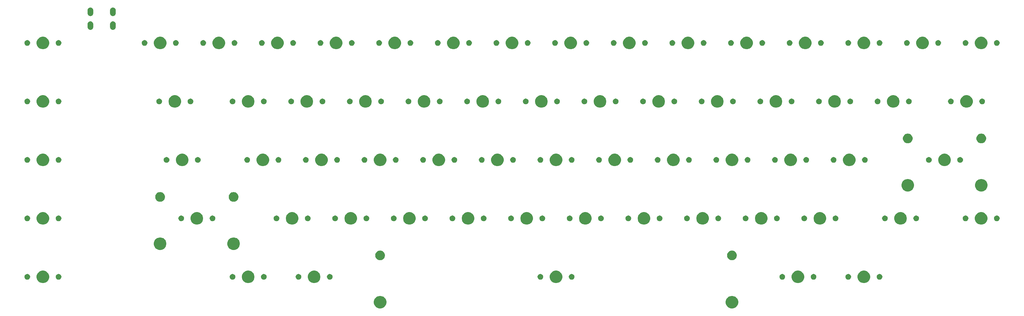
<source format=gts>
G04 #@! TF.GenerationSoftware,KiCad,Pcbnew,(5.1.0)-1*
G04 #@! TF.CreationDate,2019-03-28T15:14:48-04:00*
G04 #@! TF.ProjectId,pcb-project,7063622d-7072-46f6-9a65-63742e6b6963,rev?*
G04 #@! TF.SameCoordinates,Original*
G04 #@! TF.FileFunction,Soldermask,Top*
G04 #@! TF.FilePolarity,Negative*
%FSLAX46Y46*%
G04 Gerber Fmt 4.6, Leading zero omitted, Abs format (unit mm)*
G04 Created by KiCad (PCBNEW (5.1.0)-1) date 2019-03-28 15:14:48*
%MOMM*%
%LPD*%
G04 APERTURE LIST*
%ADD10C,0.020000*%
G04 APERTURE END LIST*
D10*
G36*
X260152724Y-141226184D02*
G01*
X260370724Y-141316483D01*
X260524873Y-141380333D01*
X260859798Y-141604123D01*
X261144627Y-141888952D01*
X261368417Y-142223877D01*
X261368417Y-142223878D01*
X261522566Y-142596026D01*
X261601150Y-142991094D01*
X261601150Y-143393906D01*
X261522566Y-143788974D01*
X261432267Y-144006974D01*
X261368417Y-144161123D01*
X261144627Y-144496048D01*
X260859798Y-144780877D01*
X260524873Y-145004667D01*
X260370724Y-145068517D01*
X260152724Y-145158816D01*
X259757656Y-145237400D01*
X259354844Y-145237400D01*
X258959776Y-145158816D01*
X258741776Y-145068517D01*
X258587627Y-145004667D01*
X258252702Y-144780877D01*
X257967873Y-144496048D01*
X257744083Y-144161123D01*
X257680233Y-144006974D01*
X257589934Y-143788974D01*
X257511350Y-143393906D01*
X257511350Y-142991094D01*
X257589934Y-142596026D01*
X257744083Y-142223878D01*
X257744083Y-142223877D01*
X257967873Y-141888952D01*
X258252702Y-141604123D01*
X258587627Y-141380333D01*
X258741776Y-141316483D01*
X258959776Y-141226184D01*
X259354844Y-141147600D01*
X259757656Y-141147600D01*
X260152724Y-141226184D01*
X260152724Y-141226184D01*
G37*
G36*
X145852724Y-141226184D02*
G01*
X146070724Y-141316483D01*
X146224873Y-141380333D01*
X146559798Y-141604123D01*
X146844627Y-141888952D01*
X147068417Y-142223877D01*
X147068417Y-142223878D01*
X147222566Y-142596026D01*
X147301150Y-142991094D01*
X147301150Y-143393906D01*
X147222566Y-143788974D01*
X147132267Y-144006974D01*
X147068417Y-144161123D01*
X146844627Y-144496048D01*
X146559798Y-144780877D01*
X146224873Y-145004667D01*
X146070724Y-145068517D01*
X145852724Y-145158816D01*
X145457656Y-145237400D01*
X145054844Y-145237400D01*
X144659776Y-145158816D01*
X144441776Y-145068517D01*
X144287627Y-145004667D01*
X143952702Y-144780877D01*
X143667873Y-144496048D01*
X143444083Y-144161123D01*
X143380233Y-144006974D01*
X143289934Y-143788974D01*
X143211350Y-143393906D01*
X143211350Y-142991094D01*
X143289934Y-142596026D01*
X143444083Y-142223878D01*
X143444083Y-142223877D01*
X143667873Y-141888952D01*
X143952702Y-141604123D01*
X144287627Y-141380333D01*
X144441776Y-141316483D01*
X144659776Y-141226184D01*
X145054844Y-141147600D01*
X145457656Y-141147600D01*
X145852724Y-141226184D01*
X145852724Y-141226184D01*
G37*
G36*
X124421474Y-132971184D02*
G01*
X124639474Y-133061483D01*
X124793623Y-133125333D01*
X125128548Y-133349123D01*
X125413377Y-133633952D01*
X125637167Y-133968877D01*
X125669562Y-134047086D01*
X125791316Y-134341026D01*
X125869900Y-134736094D01*
X125869900Y-135138906D01*
X125791316Y-135533974D01*
X125740451Y-135656772D01*
X125637167Y-135906123D01*
X125413377Y-136241048D01*
X125128548Y-136525877D01*
X124793623Y-136749667D01*
X124639474Y-136813517D01*
X124421474Y-136903816D01*
X124026406Y-136982400D01*
X123623594Y-136982400D01*
X123228526Y-136903816D01*
X123010526Y-136813517D01*
X122856377Y-136749667D01*
X122521452Y-136525877D01*
X122236623Y-136241048D01*
X122012833Y-135906123D01*
X121909549Y-135656772D01*
X121858684Y-135533974D01*
X121780100Y-135138906D01*
X121780100Y-134736094D01*
X121858684Y-134341026D01*
X121980438Y-134047086D01*
X122012833Y-133968877D01*
X122236623Y-133633952D01*
X122521452Y-133349123D01*
X122856377Y-133125333D01*
X123010526Y-133061483D01*
X123228526Y-132971184D01*
X123623594Y-132892600D01*
X124026406Y-132892600D01*
X124421474Y-132971184D01*
X124421474Y-132971184D01*
G37*
G36*
X102990224Y-132971184D02*
G01*
X103208224Y-133061483D01*
X103362373Y-133125333D01*
X103697298Y-133349123D01*
X103982127Y-133633952D01*
X104205917Y-133968877D01*
X104238312Y-134047086D01*
X104360066Y-134341026D01*
X104438650Y-134736094D01*
X104438650Y-135138906D01*
X104360066Y-135533974D01*
X104309201Y-135656772D01*
X104205917Y-135906123D01*
X103982127Y-136241048D01*
X103697298Y-136525877D01*
X103362373Y-136749667D01*
X103208224Y-136813517D01*
X102990224Y-136903816D01*
X102595156Y-136982400D01*
X102192344Y-136982400D01*
X101797276Y-136903816D01*
X101579276Y-136813517D01*
X101425127Y-136749667D01*
X101090202Y-136525877D01*
X100805373Y-136241048D01*
X100581583Y-135906123D01*
X100478299Y-135656772D01*
X100427434Y-135533974D01*
X100348850Y-135138906D01*
X100348850Y-134736094D01*
X100427434Y-134341026D01*
X100549188Y-134047086D01*
X100581583Y-133968877D01*
X100805373Y-133633952D01*
X101090202Y-133349123D01*
X101425127Y-133125333D01*
X101579276Y-133061483D01*
X101797276Y-132971184D01*
X102192344Y-132892600D01*
X102595156Y-132892600D01*
X102990224Y-132971184D01*
X102990224Y-132971184D01*
G37*
G36*
X203002724Y-132971184D02*
G01*
X203220724Y-133061483D01*
X203374873Y-133125333D01*
X203709798Y-133349123D01*
X203994627Y-133633952D01*
X204218417Y-133968877D01*
X204250812Y-134047086D01*
X204372566Y-134341026D01*
X204451150Y-134736094D01*
X204451150Y-135138906D01*
X204372566Y-135533974D01*
X204321701Y-135656772D01*
X204218417Y-135906123D01*
X203994627Y-136241048D01*
X203709798Y-136525877D01*
X203374873Y-136749667D01*
X203220724Y-136813517D01*
X203002724Y-136903816D01*
X202607656Y-136982400D01*
X202204844Y-136982400D01*
X201809776Y-136903816D01*
X201591776Y-136813517D01*
X201437627Y-136749667D01*
X201102702Y-136525877D01*
X200817873Y-136241048D01*
X200594083Y-135906123D01*
X200490799Y-135656772D01*
X200439934Y-135533974D01*
X200361350Y-135138906D01*
X200361350Y-134736094D01*
X200439934Y-134341026D01*
X200561688Y-134047086D01*
X200594083Y-133968877D01*
X200817873Y-133633952D01*
X201102702Y-133349123D01*
X201437627Y-133125333D01*
X201591776Y-133061483D01*
X201809776Y-132971184D01*
X202204844Y-132892600D01*
X202607656Y-132892600D01*
X203002724Y-132971184D01*
X203002724Y-132971184D01*
G37*
G36*
X303015224Y-132971184D02*
G01*
X303233224Y-133061483D01*
X303387373Y-133125333D01*
X303722298Y-133349123D01*
X304007127Y-133633952D01*
X304230917Y-133968877D01*
X304263312Y-134047086D01*
X304385066Y-134341026D01*
X304463650Y-134736094D01*
X304463650Y-135138906D01*
X304385066Y-135533974D01*
X304334201Y-135656772D01*
X304230917Y-135906123D01*
X304007127Y-136241048D01*
X303722298Y-136525877D01*
X303387373Y-136749667D01*
X303233224Y-136813517D01*
X303015224Y-136903816D01*
X302620156Y-136982400D01*
X302217344Y-136982400D01*
X301822276Y-136903816D01*
X301604276Y-136813517D01*
X301450127Y-136749667D01*
X301115202Y-136525877D01*
X300830373Y-136241048D01*
X300606583Y-135906123D01*
X300503299Y-135656772D01*
X300452434Y-135533974D01*
X300373850Y-135138906D01*
X300373850Y-134736094D01*
X300452434Y-134341026D01*
X300574188Y-134047086D01*
X300606583Y-133968877D01*
X300830373Y-133633952D01*
X301115202Y-133349123D01*
X301450127Y-133125333D01*
X301604276Y-133061483D01*
X301822276Y-132971184D01*
X302217344Y-132892600D01*
X302620156Y-132892600D01*
X303015224Y-132971184D01*
X303015224Y-132971184D01*
G37*
G36*
X36315224Y-132971184D02*
G01*
X36533224Y-133061483D01*
X36687373Y-133125333D01*
X37022298Y-133349123D01*
X37307127Y-133633952D01*
X37530917Y-133968877D01*
X37563312Y-134047086D01*
X37685066Y-134341026D01*
X37763650Y-134736094D01*
X37763650Y-135138906D01*
X37685066Y-135533974D01*
X37634201Y-135656772D01*
X37530917Y-135906123D01*
X37307127Y-136241048D01*
X37022298Y-136525877D01*
X36687373Y-136749667D01*
X36533224Y-136813517D01*
X36315224Y-136903816D01*
X35920156Y-136982400D01*
X35517344Y-136982400D01*
X35122276Y-136903816D01*
X34904276Y-136813517D01*
X34750127Y-136749667D01*
X34415202Y-136525877D01*
X34130373Y-136241048D01*
X33906583Y-135906123D01*
X33803299Y-135656772D01*
X33752434Y-135533974D01*
X33673850Y-135138906D01*
X33673850Y-134736094D01*
X33752434Y-134341026D01*
X33874188Y-134047086D01*
X33906583Y-133968877D01*
X34130373Y-133633952D01*
X34415202Y-133349123D01*
X34750127Y-133125333D01*
X34904276Y-133061483D01*
X35122276Y-132971184D01*
X35517344Y-132892600D01*
X35920156Y-132892600D01*
X36315224Y-132971184D01*
X36315224Y-132971184D01*
G37*
G36*
X281583974Y-132971184D02*
G01*
X281801974Y-133061483D01*
X281956123Y-133125333D01*
X282291048Y-133349123D01*
X282575877Y-133633952D01*
X282799667Y-133968877D01*
X282832062Y-134047086D01*
X282953816Y-134341026D01*
X283032400Y-134736094D01*
X283032400Y-135138906D01*
X282953816Y-135533974D01*
X282902951Y-135656772D01*
X282799667Y-135906123D01*
X282575877Y-136241048D01*
X282291048Y-136525877D01*
X281956123Y-136749667D01*
X281801974Y-136813517D01*
X281583974Y-136903816D01*
X281188906Y-136982400D01*
X280786094Y-136982400D01*
X280391026Y-136903816D01*
X280173026Y-136813517D01*
X280018877Y-136749667D01*
X279683952Y-136525877D01*
X279399123Y-136241048D01*
X279175333Y-135906123D01*
X279072049Y-135656772D01*
X279021184Y-135533974D01*
X278942600Y-135138906D01*
X278942600Y-134736094D01*
X279021184Y-134341026D01*
X279142938Y-134047086D01*
X279175333Y-133968877D01*
X279399123Y-133633952D01*
X279683952Y-133349123D01*
X280018877Y-133125333D01*
X280173026Y-133061483D01*
X280391026Y-132971184D01*
X280786094Y-132892600D01*
X281188906Y-132892600D01*
X281583974Y-132971184D01*
X281583974Y-132971184D01*
G37*
G36*
X307768854Y-134047085D02*
G01*
X307937376Y-134116889D01*
X308089041Y-134218228D01*
X308218022Y-134347209D01*
X308319361Y-134498874D01*
X308389165Y-134667396D01*
X308424750Y-134846297D01*
X308424750Y-135028703D01*
X308389165Y-135207604D01*
X308319361Y-135376126D01*
X308218022Y-135527791D01*
X308089041Y-135656772D01*
X307937376Y-135758111D01*
X307768854Y-135827915D01*
X307589953Y-135863500D01*
X307407547Y-135863500D01*
X307228646Y-135827915D01*
X307060124Y-135758111D01*
X306908459Y-135656772D01*
X306779478Y-135527791D01*
X306678139Y-135376126D01*
X306608335Y-135207604D01*
X306572750Y-135028703D01*
X306572750Y-134846297D01*
X306608335Y-134667396D01*
X306678139Y-134498874D01*
X306779478Y-134347209D01*
X306908459Y-134218228D01*
X307060124Y-134116889D01*
X307228646Y-134047085D01*
X307407547Y-134011500D01*
X307589953Y-134011500D01*
X307768854Y-134047085D01*
X307768854Y-134047085D01*
G37*
G36*
X207756354Y-134047085D02*
G01*
X207924876Y-134116889D01*
X208076541Y-134218228D01*
X208205522Y-134347209D01*
X208306861Y-134498874D01*
X208376665Y-134667396D01*
X208412250Y-134846297D01*
X208412250Y-135028703D01*
X208376665Y-135207604D01*
X208306861Y-135376126D01*
X208205522Y-135527791D01*
X208076541Y-135656772D01*
X207924876Y-135758111D01*
X207756354Y-135827915D01*
X207577453Y-135863500D01*
X207395047Y-135863500D01*
X207216146Y-135827915D01*
X207047624Y-135758111D01*
X206895959Y-135656772D01*
X206766978Y-135527791D01*
X206665639Y-135376126D01*
X206595835Y-135207604D01*
X206560250Y-135028703D01*
X206560250Y-134846297D01*
X206595835Y-134667396D01*
X206665639Y-134498874D01*
X206766978Y-134347209D01*
X206895959Y-134218228D01*
X207047624Y-134116889D01*
X207216146Y-134047085D01*
X207395047Y-134011500D01*
X207577453Y-134011500D01*
X207756354Y-134047085D01*
X207756354Y-134047085D01*
G37*
G36*
X286337604Y-134047085D02*
G01*
X286506126Y-134116889D01*
X286657791Y-134218228D01*
X286786772Y-134347209D01*
X286888111Y-134498874D01*
X286957915Y-134667396D01*
X286993500Y-134846297D01*
X286993500Y-135028703D01*
X286957915Y-135207604D01*
X286888111Y-135376126D01*
X286786772Y-135527791D01*
X286657791Y-135656772D01*
X286506126Y-135758111D01*
X286337604Y-135827915D01*
X286158703Y-135863500D01*
X285976297Y-135863500D01*
X285797396Y-135827915D01*
X285628874Y-135758111D01*
X285477209Y-135656772D01*
X285348228Y-135527791D01*
X285246889Y-135376126D01*
X285177085Y-135207604D01*
X285141500Y-135028703D01*
X285141500Y-134846297D01*
X285177085Y-134667396D01*
X285246889Y-134498874D01*
X285348228Y-134347209D01*
X285477209Y-134218228D01*
X285628874Y-134116889D01*
X285797396Y-134047085D01*
X285976297Y-134011500D01*
X286158703Y-134011500D01*
X286337604Y-134047085D01*
X286337604Y-134047085D01*
G37*
G36*
X276177604Y-134047085D02*
G01*
X276346126Y-134116889D01*
X276497791Y-134218228D01*
X276626772Y-134347209D01*
X276728111Y-134498874D01*
X276797915Y-134667396D01*
X276833500Y-134846297D01*
X276833500Y-135028703D01*
X276797915Y-135207604D01*
X276728111Y-135376126D01*
X276626772Y-135527791D01*
X276497791Y-135656772D01*
X276346126Y-135758111D01*
X276177604Y-135827915D01*
X275998703Y-135863500D01*
X275816297Y-135863500D01*
X275637396Y-135827915D01*
X275468874Y-135758111D01*
X275317209Y-135656772D01*
X275188228Y-135527791D01*
X275086889Y-135376126D01*
X275017085Y-135207604D01*
X274981500Y-135028703D01*
X274981500Y-134846297D01*
X275017085Y-134667396D01*
X275086889Y-134498874D01*
X275188228Y-134347209D01*
X275317209Y-134218228D01*
X275468874Y-134116889D01*
X275637396Y-134047085D01*
X275816297Y-134011500D01*
X275998703Y-134011500D01*
X276177604Y-134047085D01*
X276177604Y-134047085D01*
G37*
G36*
X197596354Y-134047085D02*
G01*
X197764876Y-134116889D01*
X197916541Y-134218228D01*
X198045522Y-134347209D01*
X198146861Y-134498874D01*
X198216665Y-134667396D01*
X198252250Y-134846297D01*
X198252250Y-135028703D01*
X198216665Y-135207604D01*
X198146861Y-135376126D01*
X198045522Y-135527791D01*
X197916541Y-135656772D01*
X197764876Y-135758111D01*
X197596354Y-135827915D01*
X197417453Y-135863500D01*
X197235047Y-135863500D01*
X197056146Y-135827915D01*
X196887624Y-135758111D01*
X196735959Y-135656772D01*
X196606978Y-135527791D01*
X196505639Y-135376126D01*
X196435835Y-135207604D01*
X196400250Y-135028703D01*
X196400250Y-134846297D01*
X196435835Y-134667396D01*
X196505639Y-134498874D01*
X196606978Y-134347209D01*
X196735959Y-134218228D01*
X196887624Y-134116889D01*
X197056146Y-134047085D01*
X197235047Y-134011500D01*
X197417453Y-134011500D01*
X197596354Y-134047085D01*
X197596354Y-134047085D01*
G37*
G36*
X119015104Y-134047085D02*
G01*
X119183626Y-134116889D01*
X119335291Y-134218228D01*
X119464272Y-134347209D01*
X119565611Y-134498874D01*
X119635415Y-134667396D01*
X119671000Y-134846297D01*
X119671000Y-135028703D01*
X119635415Y-135207604D01*
X119565611Y-135376126D01*
X119464272Y-135527791D01*
X119335291Y-135656772D01*
X119183626Y-135758111D01*
X119015104Y-135827915D01*
X118836203Y-135863500D01*
X118653797Y-135863500D01*
X118474896Y-135827915D01*
X118306374Y-135758111D01*
X118154709Y-135656772D01*
X118025728Y-135527791D01*
X117924389Y-135376126D01*
X117854585Y-135207604D01*
X117819000Y-135028703D01*
X117819000Y-134846297D01*
X117854585Y-134667396D01*
X117924389Y-134498874D01*
X118025728Y-134347209D01*
X118154709Y-134218228D01*
X118306374Y-134116889D01*
X118474896Y-134047085D01*
X118653797Y-134011500D01*
X118836203Y-134011500D01*
X119015104Y-134047085D01*
X119015104Y-134047085D01*
G37*
G36*
X129175104Y-134047085D02*
G01*
X129343626Y-134116889D01*
X129495291Y-134218228D01*
X129624272Y-134347209D01*
X129725611Y-134498874D01*
X129795415Y-134667396D01*
X129831000Y-134846297D01*
X129831000Y-135028703D01*
X129795415Y-135207604D01*
X129725611Y-135376126D01*
X129624272Y-135527791D01*
X129495291Y-135656772D01*
X129343626Y-135758111D01*
X129175104Y-135827915D01*
X128996203Y-135863500D01*
X128813797Y-135863500D01*
X128634896Y-135827915D01*
X128466374Y-135758111D01*
X128314709Y-135656772D01*
X128185728Y-135527791D01*
X128084389Y-135376126D01*
X128014585Y-135207604D01*
X127979000Y-135028703D01*
X127979000Y-134846297D01*
X128014585Y-134667396D01*
X128084389Y-134498874D01*
X128185728Y-134347209D01*
X128314709Y-134218228D01*
X128466374Y-134116889D01*
X128634896Y-134047085D01*
X128813797Y-134011500D01*
X128996203Y-134011500D01*
X129175104Y-134047085D01*
X129175104Y-134047085D01*
G37*
G36*
X30908854Y-134047085D02*
G01*
X31077376Y-134116889D01*
X31229041Y-134218228D01*
X31358022Y-134347209D01*
X31459361Y-134498874D01*
X31529165Y-134667396D01*
X31564750Y-134846297D01*
X31564750Y-135028703D01*
X31529165Y-135207604D01*
X31459361Y-135376126D01*
X31358022Y-135527791D01*
X31229041Y-135656772D01*
X31077376Y-135758111D01*
X30908854Y-135827915D01*
X30729953Y-135863500D01*
X30547547Y-135863500D01*
X30368646Y-135827915D01*
X30200124Y-135758111D01*
X30048459Y-135656772D01*
X29919478Y-135527791D01*
X29818139Y-135376126D01*
X29748335Y-135207604D01*
X29712750Y-135028703D01*
X29712750Y-134846297D01*
X29748335Y-134667396D01*
X29818139Y-134498874D01*
X29919478Y-134347209D01*
X30048459Y-134218228D01*
X30200124Y-134116889D01*
X30368646Y-134047085D01*
X30547547Y-134011500D01*
X30729953Y-134011500D01*
X30908854Y-134047085D01*
X30908854Y-134047085D01*
G37*
G36*
X297608854Y-134047085D02*
G01*
X297777376Y-134116889D01*
X297929041Y-134218228D01*
X298058022Y-134347209D01*
X298159361Y-134498874D01*
X298229165Y-134667396D01*
X298264750Y-134846297D01*
X298264750Y-135028703D01*
X298229165Y-135207604D01*
X298159361Y-135376126D01*
X298058022Y-135527791D01*
X297929041Y-135656772D01*
X297777376Y-135758111D01*
X297608854Y-135827915D01*
X297429953Y-135863500D01*
X297247547Y-135863500D01*
X297068646Y-135827915D01*
X296900124Y-135758111D01*
X296748459Y-135656772D01*
X296619478Y-135527791D01*
X296518139Y-135376126D01*
X296448335Y-135207604D01*
X296412750Y-135028703D01*
X296412750Y-134846297D01*
X296448335Y-134667396D01*
X296518139Y-134498874D01*
X296619478Y-134347209D01*
X296748459Y-134218228D01*
X296900124Y-134116889D01*
X297068646Y-134047085D01*
X297247547Y-134011500D01*
X297429953Y-134011500D01*
X297608854Y-134047085D01*
X297608854Y-134047085D01*
G37*
G36*
X107743854Y-134047085D02*
G01*
X107912376Y-134116889D01*
X108064041Y-134218228D01*
X108193022Y-134347209D01*
X108294361Y-134498874D01*
X108364165Y-134667396D01*
X108399750Y-134846297D01*
X108399750Y-135028703D01*
X108364165Y-135207604D01*
X108294361Y-135376126D01*
X108193022Y-135527791D01*
X108064041Y-135656772D01*
X107912376Y-135758111D01*
X107743854Y-135827915D01*
X107564953Y-135863500D01*
X107382547Y-135863500D01*
X107203646Y-135827915D01*
X107035124Y-135758111D01*
X106883459Y-135656772D01*
X106754478Y-135527791D01*
X106653139Y-135376126D01*
X106583335Y-135207604D01*
X106547750Y-135028703D01*
X106547750Y-134846297D01*
X106583335Y-134667396D01*
X106653139Y-134498874D01*
X106754478Y-134347209D01*
X106883459Y-134218228D01*
X107035124Y-134116889D01*
X107203646Y-134047085D01*
X107382547Y-134011500D01*
X107564953Y-134011500D01*
X107743854Y-134047085D01*
X107743854Y-134047085D01*
G37*
G36*
X97583854Y-134047085D02*
G01*
X97752376Y-134116889D01*
X97904041Y-134218228D01*
X98033022Y-134347209D01*
X98134361Y-134498874D01*
X98204165Y-134667396D01*
X98239750Y-134846297D01*
X98239750Y-135028703D01*
X98204165Y-135207604D01*
X98134361Y-135376126D01*
X98033022Y-135527791D01*
X97904041Y-135656772D01*
X97752376Y-135758111D01*
X97583854Y-135827915D01*
X97404953Y-135863500D01*
X97222547Y-135863500D01*
X97043646Y-135827915D01*
X96875124Y-135758111D01*
X96723459Y-135656772D01*
X96594478Y-135527791D01*
X96493139Y-135376126D01*
X96423335Y-135207604D01*
X96387750Y-135028703D01*
X96387750Y-134846297D01*
X96423335Y-134667396D01*
X96493139Y-134498874D01*
X96594478Y-134347209D01*
X96723459Y-134218228D01*
X96875124Y-134116889D01*
X97043646Y-134047085D01*
X97222547Y-134011500D01*
X97404953Y-134011500D01*
X97583854Y-134047085D01*
X97583854Y-134047085D01*
G37*
G36*
X41068854Y-134047085D02*
G01*
X41237376Y-134116889D01*
X41389041Y-134218228D01*
X41518022Y-134347209D01*
X41619361Y-134498874D01*
X41689165Y-134667396D01*
X41724750Y-134846297D01*
X41724750Y-135028703D01*
X41689165Y-135207604D01*
X41619361Y-135376126D01*
X41518022Y-135527791D01*
X41389041Y-135656772D01*
X41237376Y-135758111D01*
X41068854Y-135827915D01*
X40889953Y-135863500D01*
X40707547Y-135863500D01*
X40528646Y-135827915D01*
X40360124Y-135758111D01*
X40208459Y-135656772D01*
X40079478Y-135527791D01*
X39978139Y-135376126D01*
X39908335Y-135207604D01*
X39872750Y-135028703D01*
X39872750Y-134846297D01*
X39908335Y-134667396D01*
X39978139Y-134498874D01*
X40079478Y-134347209D01*
X40208459Y-134218228D01*
X40360124Y-134116889D01*
X40528646Y-134047085D01*
X40707547Y-134011500D01*
X40889953Y-134011500D01*
X41068854Y-134047085D01*
X41068854Y-134047085D01*
G37*
G36*
X145563517Y-126407763D02*
G01*
X145715661Y-126438026D01*
X145834387Y-126487204D01*
X146002291Y-126556752D01*
X146002292Y-126556753D01*
X146260254Y-126729117D01*
X146479633Y-126948496D01*
X146594803Y-127120861D01*
X146651998Y-127206459D01*
X146770724Y-127493090D01*
X146831250Y-127797375D01*
X146831250Y-128107625D01*
X146770724Y-128411910D01*
X146651998Y-128698541D01*
X146651997Y-128698542D01*
X146479633Y-128956504D01*
X146260254Y-129175883D01*
X146087889Y-129291053D01*
X146002291Y-129348248D01*
X145834387Y-129417796D01*
X145715661Y-129466974D01*
X145411375Y-129527500D01*
X145101125Y-129527500D01*
X144796839Y-129466974D01*
X144678113Y-129417796D01*
X144510209Y-129348248D01*
X144424611Y-129291053D01*
X144252246Y-129175883D01*
X144032867Y-128956504D01*
X143860503Y-128698542D01*
X143860502Y-128698541D01*
X143741776Y-128411910D01*
X143681250Y-128107625D01*
X143681250Y-127797375D01*
X143741776Y-127493090D01*
X143860502Y-127206459D01*
X143917697Y-127120861D01*
X144032867Y-126948496D01*
X144252246Y-126729117D01*
X144510208Y-126556753D01*
X144510209Y-126556752D01*
X144678113Y-126487204D01*
X144796839Y-126438026D01*
X144948983Y-126407763D01*
X145101125Y-126377500D01*
X145411375Y-126377500D01*
X145563517Y-126407763D01*
X145563517Y-126407763D01*
G37*
G36*
X259863517Y-126407763D02*
G01*
X260015661Y-126438026D01*
X260134387Y-126487204D01*
X260302291Y-126556752D01*
X260302292Y-126556753D01*
X260560254Y-126729117D01*
X260779633Y-126948496D01*
X260894803Y-127120861D01*
X260951998Y-127206459D01*
X261070724Y-127493090D01*
X261131250Y-127797375D01*
X261131250Y-128107625D01*
X261070724Y-128411910D01*
X260951998Y-128698541D01*
X260951997Y-128698542D01*
X260779633Y-128956504D01*
X260560254Y-129175883D01*
X260387889Y-129291053D01*
X260302291Y-129348248D01*
X260134387Y-129417796D01*
X260015661Y-129466974D01*
X259711375Y-129527500D01*
X259401125Y-129527500D01*
X259096839Y-129466974D01*
X258978113Y-129417796D01*
X258810209Y-129348248D01*
X258724611Y-129291053D01*
X258552246Y-129175883D01*
X258332867Y-128956504D01*
X258160503Y-128698542D01*
X258160502Y-128698541D01*
X258041776Y-128411910D01*
X257981250Y-128107625D01*
X257981250Y-127797375D01*
X258041776Y-127493090D01*
X258160502Y-127206459D01*
X258217697Y-127120861D01*
X258332867Y-126948496D01*
X258552246Y-126729117D01*
X258810208Y-126556753D01*
X258810209Y-126556752D01*
X258978113Y-126487204D01*
X259096839Y-126438026D01*
X259248983Y-126407763D01*
X259401125Y-126377500D01*
X259711375Y-126377500D01*
X259863517Y-126407763D01*
X259863517Y-126407763D01*
G37*
G36*
X98259474Y-122176184D02*
G01*
X98477474Y-122266483D01*
X98631623Y-122330333D01*
X98966548Y-122554123D01*
X99251377Y-122838952D01*
X99475167Y-123173877D01*
X99475167Y-123173878D01*
X99629316Y-123546026D01*
X99707900Y-123941094D01*
X99707900Y-124343906D01*
X99629316Y-124738974D01*
X99539017Y-124956974D01*
X99475167Y-125111123D01*
X99251377Y-125446048D01*
X98966548Y-125730877D01*
X98631623Y-125954667D01*
X98477474Y-126018517D01*
X98259474Y-126108816D01*
X97864406Y-126187400D01*
X97461594Y-126187400D01*
X97066526Y-126108816D01*
X96848526Y-126018517D01*
X96694377Y-125954667D01*
X96359452Y-125730877D01*
X96074623Y-125446048D01*
X95850833Y-125111123D01*
X95786983Y-124956974D01*
X95696684Y-124738974D01*
X95618100Y-124343906D01*
X95618100Y-123941094D01*
X95696684Y-123546026D01*
X95850833Y-123173878D01*
X95850833Y-123173877D01*
X96074623Y-122838952D01*
X96359452Y-122554123D01*
X96694377Y-122330333D01*
X96848526Y-122266483D01*
X97066526Y-122176184D01*
X97461594Y-122097600D01*
X97864406Y-122097600D01*
X98259474Y-122176184D01*
X98259474Y-122176184D01*
G37*
G36*
X74383474Y-122176184D02*
G01*
X74601474Y-122266483D01*
X74755623Y-122330333D01*
X75090548Y-122554123D01*
X75375377Y-122838952D01*
X75599167Y-123173877D01*
X75599167Y-123173878D01*
X75753316Y-123546026D01*
X75831900Y-123941094D01*
X75831900Y-124343906D01*
X75753316Y-124738974D01*
X75663017Y-124956974D01*
X75599167Y-125111123D01*
X75375377Y-125446048D01*
X75090548Y-125730877D01*
X74755623Y-125954667D01*
X74601474Y-126018517D01*
X74383474Y-126108816D01*
X73988406Y-126187400D01*
X73585594Y-126187400D01*
X73190526Y-126108816D01*
X72972526Y-126018517D01*
X72818377Y-125954667D01*
X72483452Y-125730877D01*
X72198623Y-125446048D01*
X71974833Y-125111123D01*
X71910983Y-124956974D01*
X71820684Y-124738974D01*
X71742100Y-124343906D01*
X71742100Y-123941094D01*
X71820684Y-123546026D01*
X71974833Y-123173878D01*
X71974833Y-123173877D01*
X72198623Y-122838952D01*
X72483452Y-122554123D01*
X72818377Y-122330333D01*
X72972526Y-122266483D01*
X73190526Y-122176184D01*
X73585594Y-122097600D01*
X73988406Y-122097600D01*
X74383474Y-122176184D01*
X74383474Y-122176184D01*
G37*
G36*
X86321474Y-113921184D02*
G01*
X86539474Y-114011483D01*
X86693623Y-114075333D01*
X87028548Y-114299123D01*
X87313377Y-114583952D01*
X87537167Y-114918877D01*
X87569562Y-114997086D01*
X87691316Y-115291026D01*
X87769900Y-115686094D01*
X87769900Y-116088906D01*
X87691316Y-116483974D01*
X87640451Y-116606772D01*
X87537167Y-116856123D01*
X87313377Y-117191048D01*
X87028548Y-117475877D01*
X86693623Y-117699667D01*
X86539474Y-117763517D01*
X86321474Y-117853816D01*
X85926406Y-117932400D01*
X85523594Y-117932400D01*
X85128526Y-117853816D01*
X84910526Y-117763517D01*
X84756377Y-117699667D01*
X84421452Y-117475877D01*
X84136623Y-117191048D01*
X83912833Y-116856123D01*
X83809549Y-116606772D01*
X83758684Y-116483974D01*
X83680100Y-116088906D01*
X83680100Y-115686094D01*
X83758684Y-115291026D01*
X83880438Y-114997086D01*
X83912833Y-114918877D01*
X84136623Y-114583952D01*
X84421452Y-114299123D01*
X84756377Y-114075333D01*
X84910526Y-114011483D01*
X85128526Y-113921184D01*
X85523594Y-113842600D01*
X85926406Y-113842600D01*
X86321474Y-113921184D01*
X86321474Y-113921184D01*
G37*
G36*
X231577724Y-113921184D02*
G01*
X231795724Y-114011483D01*
X231949873Y-114075333D01*
X232284798Y-114299123D01*
X232569627Y-114583952D01*
X232793417Y-114918877D01*
X232825812Y-114997086D01*
X232947566Y-115291026D01*
X233026150Y-115686094D01*
X233026150Y-116088906D01*
X232947566Y-116483974D01*
X232896701Y-116606772D01*
X232793417Y-116856123D01*
X232569627Y-117191048D01*
X232284798Y-117475877D01*
X231949873Y-117699667D01*
X231795724Y-117763517D01*
X231577724Y-117853816D01*
X231182656Y-117932400D01*
X230779844Y-117932400D01*
X230384776Y-117853816D01*
X230166776Y-117763517D01*
X230012627Y-117699667D01*
X229677702Y-117475877D01*
X229392873Y-117191048D01*
X229169083Y-116856123D01*
X229065799Y-116606772D01*
X229014934Y-116483974D01*
X228936350Y-116088906D01*
X228936350Y-115686094D01*
X229014934Y-115291026D01*
X229136688Y-114997086D01*
X229169083Y-114918877D01*
X229392873Y-114583952D01*
X229677702Y-114299123D01*
X230012627Y-114075333D01*
X230166776Y-114011483D01*
X230384776Y-113921184D01*
X230779844Y-113842600D01*
X231182656Y-113842600D01*
X231577724Y-113921184D01*
X231577724Y-113921184D01*
G37*
G36*
X212527724Y-113921184D02*
G01*
X212745724Y-114011483D01*
X212899873Y-114075333D01*
X213234798Y-114299123D01*
X213519627Y-114583952D01*
X213743417Y-114918877D01*
X213775812Y-114997086D01*
X213897566Y-115291026D01*
X213976150Y-115686094D01*
X213976150Y-116088906D01*
X213897566Y-116483974D01*
X213846701Y-116606772D01*
X213743417Y-116856123D01*
X213519627Y-117191048D01*
X213234798Y-117475877D01*
X212899873Y-117699667D01*
X212745724Y-117763517D01*
X212527724Y-117853816D01*
X212132656Y-117932400D01*
X211729844Y-117932400D01*
X211334776Y-117853816D01*
X211116776Y-117763517D01*
X210962627Y-117699667D01*
X210627702Y-117475877D01*
X210342873Y-117191048D01*
X210119083Y-116856123D01*
X210015799Y-116606772D01*
X209964934Y-116483974D01*
X209886350Y-116088906D01*
X209886350Y-115686094D01*
X209964934Y-115291026D01*
X210086688Y-114997086D01*
X210119083Y-114918877D01*
X210342873Y-114583952D01*
X210627702Y-114299123D01*
X210962627Y-114075333D01*
X211116776Y-114011483D01*
X211334776Y-113921184D01*
X211729844Y-113842600D01*
X212132656Y-113842600D01*
X212527724Y-113921184D01*
X212527724Y-113921184D01*
G37*
G36*
X193477724Y-113921184D02*
G01*
X193695724Y-114011483D01*
X193849873Y-114075333D01*
X194184798Y-114299123D01*
X194469627Y-114583952D01*
X194693417Y-114918877D01*
X194725812Y-114997086D01*
X194847566Y-115291026D01*
X194926150Y-115686094D01*
X194926150Y-116088906D01*
X194847566Y-116483974D01*
X194796701Y-116606772D01*
X194693417Y-116856123D01*
X194469627Y-117191048D01*
X194184798Y-117475877D01*
X193849873Y-117699667D01*
X193695724Y-117763517D01*
X193477724Y-117853816D01*
X193082656Y-117932400D01*
X192679844Y-117932400D01*
X192284776Y-117853816D01*
X192066776Y-117763517D01*
X191912627Y-117699667D01*
X191577702Y-117475877D01*
X191292873Y-117191048D01*
X191069083Y-116856123D01*
X190965799Y-116606772D01*
X190914934Y-116483974D01*
X190836350Y-116088906D01*
X190836350Y-115686094D01*
X190914934Y-115291026D01*
X191036688Y-114997086D01*
X191069083Y-114918877D01*
X191292873Y-114583952D01*
X191577702Y-114299123D01*
X191912627Y-114075333D01*
X192066776Y-114011483D01*
X192284776Y-113921184D01*
X192679844Y-113842600D01*
X193082656Y-113842600D01*
X193477724Y-113921184D01*
X193477724Y-113921184D01*
G37*
G36*
X36315224Y-113921184D02*
G01*
X36533224Y-114011483D01*
X36687373Y-114075333D01*
X37022298Y-114299123D01*
X37307127Y-114583952D01*
X37530917Y-114918877D01*
X37563312Y-114997086D01*
X37685066Y-115291026D01*
X37763650Y-115686094D01*
X37763650Y-116088906D01*
X37685066Y-116483974D01*
X37634201Y-116606772D01*
X37530917Y-116856123D01*
X37307127Y-117191048D01*
X37022298Y-117475877D01*
X36687373Y-117699667D01*
X36533224Y-117763517D01*
X36315224Y-117853816D01*
X35920156Y-117932400D01*
X35517344Y-117932400D01*
X35122276Y-117853816D01*
X34904276Y-117763517D01*
X34750127Y-117699667D01*
X34415202Y-117475877D01*
X34130373Y-117191048D01*
X33906583Y-116856123D01*
X33803299Y-116606772D01*
X33752434Y-116483974D01*
X33673850Y-116088906D01*
X33673850Y-115686094D01*
X33752434Y-115291026D01*
X33874188Y-114997086D01*
X33906583Y-114918877D01*
X34130373Y-114583952D01*
X34415202Y-114299123D01*
X34750127Y-114075333D01*
X34904276Y-114011483D01*
X35122276Y-113921184D01*
X35517344Y-113842600D01*
X35920156Y-113842600D01*
X36315224Y-113921184D01*
X36315224Y-113921184D01*
G37*
G36*
X155377724Y-113921184D02*
G01*
X155595724Y-114011483D01*
X155749873Y-114075333D01*
X156084798Y-114299123D01*
X156369627Y-114583952D01*
X156593417Y-114918877D01*
X156625812Y-114997086D01*
X156747566Y-115291026D01*
X156826150Y-115686094D01*
X156826150Y-116088906D01*
X156747566Y-116483974D01*
X156696701Y-116606772D01*
X156593417Y-116856123D01*
X156369627Y-117191048D01*
X156084798Y-117475877D01*
X155749873Y-117699667D01*
X155595724Y-117763517D01*
X155377724Y-117853816D01*
X154982656Y-117932400D01*
X154579844Y-117932400D01*
X154184776Y-117853816D01*
X153966776Y-117763517D01*
X153812627Y-117699667D01*
X153477702Y-117475877D01*
X153192873Y-117191048D01*
X152969083Y-116856123D01*
X152865799Y-116606772D01*
X152814934Y-116483974D01*
X152736350Y-116088906D01*
X152736350Y-115686094D01*
X152814934Y-115291026D01*
X152936688Y-114997086D01*
X152969083Y-114918877D01*
X153192873Y-114583952D01*
X153477702Y-114299123D01*
X153812627Y-114075333D01*
X153966776Y-114011483D01*
X154184776Y-113921184D01*
X154579844Y-113842600D01*
X154982656Y-113842600D01*
X155377724Y-113921184D01*
X155377724Y-113921184D01*
G37*
G36*
X288727724Y-113921184D02*
G01*
X288945724Y-114011483D01*
X289099873Y-114075333D01*
X289434798Y-114299123D01*
X289719627Y-114583952D01*
X289943417Y-114918877D01*
X289975812Y-114997086D01*
X290097566Y-115291026D01*
X290176150Y-115686094D01*
X290176150Y-116088906D01*
X290097566Y-116483974D01*
X290046701Y-116606772D01*
X289943417Y-116856123D01*
X289719627Y-117191048D01*
X289434798Y-117475877D01*
X289099873Y-117699667D01*
X288945724Y-117763517D01*
X288727724Y-117853816D01*
X288332656Y-117932400D01*
X287929844Y-117932400D01*
X287534776Y-117853816D01*
X287316776Y-117763517D01*
X287162627Y-117699667D01*
X286827702Y-117475877D01*
X286542873Y-117191048D01*
X286319083Y-116856123D01*
X286215799Y-116606772D01*
X286164934Y-116483974D01*
X286086350Y-116088906D01*
X286086350Y-115686094D01*
X286164934Y-115291026D01*
X286286688Y-114997086D01*
X286319083Y-114918877D01*
X286542873Y-114583952D01*
X286827702Y-114299123D01*
X287162627Y-114075333D01*
X287316776Y-114011483D01*
X287534776Y-113921184D01*
X287929844Y-113842600D01*
X288332656Y-113842600D01*
X288727724Y-113921184D01*
X288727724Y-113921184D01*
G37*
G36*
X174427724Y-113921184D02*
G01*
X174645724Y-114011483D01*
X174799873Y-114075333D01*
X175134798Y-114299123D01*
X175419627Y-114583952D01*
X175643417Y-114918877D01*
X175675812Y-114997086D01*
X175797566Y-115291026D01*
X175876150Y-115686094D01*
X175876150Y-116088906D01*
X175797566Y-116483974D01*
X175746701Y-116606772D01*
X175643417Y-116856123D01*
X175419627Y-117191048D01*
X175134798Y-117475877D01*
X174799873Y-117699667D01*
X174645724Y-117763517D01*
X174427724Y-117853816D01*
X174032656Y-117932400D01*
X173629844Y-117932400D01*
X173234776Y-117853816D01*
X173016776Y-117763517D01*
X172862627Y-117699667D01*
X172527702Y-117475877D01*
X172242873Y-117191048D01*
X172019083Y-116856123D01*
X171915799Y-116606772D01*
X171864934Y-116483974D01*
X171786350Y-116088906D01*
X171786350Y-115686094D01*
X171864934Y-115291026D01*
X171986688Y-114997086D01*
X172019083Y-114918877D01*
X172242873Y-114583952D01*
X172527702Y-114299123D01*
X172862627Y-114075333D01*
X173016776Y-114011483D01*
X173234776Y-113921184D01*
X173629844Y-113842600D01*
X174032656Y-113842600D01*
X174427724Y-113921184D01*
X174427724Y-113921184D01*
G37*
G36*
X136327724Y-113921184D02*
G01*
X136545724Y-114011483D01*
X136699873Y-114075333D01*
X137034798Y-114299123D01*
X137319627Y-114583952D01*
X137543417Y-114918877D01*
X137575812Y-114997086D01*
X137697566Y-115291026D01*
X137776150Y-115686094D01*
X137776150Y-116088906D01*
X137697566Y-116483974D01*
X137646701Y-116606772D01*
X137543417Y-116856123D01*
X137319627Y-117191048D01*
X137034798Y-117475877D01*
X136699873Y-117699667D01*
X136545724Y-117763517D01*
X136327724Y-117853816D01*
X135932656Y-117932400D01*
X135529844Y-117932400D01*
X135134776Y-117853816D01*
X134916776Y-117763517D01*
X134762627Y-117699667D01*
X134427702Y-117475877D01*
X134142873Y-117191048D01*
X133919083Y-116856123D01*
X133815799Y-116606772D01*
X133764934Y-116483974D01*
X133686350Y-116088906D01*
X133686350Y-115686094D01*
X133764934Y-115291026D01*
X133886688Y-114997086D01*
X133919083Y-114918877D01*
X134142873Y-114583952D01*
X134427702Y-114299123D01*
X134762627Y-114075333D01*
X134916776Y-114011483D01*
X135134776Y-113921184D01*
X135529844Y-113842600D01*
X135932656Y-113842600D01*
X136327724Y-113921184D01*
X136327724Y-113921184D01*
G37*
G36*
X117277724Y-113921184D02*
G01*
X117495724Y-114011483D01*
X117649873Y-114075333D01*
X117984798Y-114299123D01*
X118269627Y-114583952D01*
X118493417Y-114918877D01*
X118525812Y-114997086D01*
X118647566Y-115291026D01*
X118726150Y-115686094D01*
X118726150Y-116088906D01*
X118647566Y-116483974D01*
X118596701Y-116606772D01*
X118493417Y-116856123D01*
X118269627Y-117191048D01*
X117984798Y-117475877D01*
X117649873Y-117699667D01*
X117495724Y-117763517D01*
X117277724Y-117853816D01*
X116882656Y-117932400D01*
X116479844Y-117932400D01*
X116084776Y-117853816D01*
X115866776Y-117763517D01*
X115712627Y-117699667D01*
X115377702Y-117475877D01*
X115092873Y-117191048D01*
X114869083Y-116856123D01*
X114765799Y-116606772D01*
X114714934Y-116483974D01*
X114636350Y-116088906D01*
X114636350Y-115686094D01*
X114714934Y-115291026D01*
X114836688Y-114997086D01*
X114869083Y-114918877D01*
X115092873Y-114583952D01*
X115377702Y-114299123D01*
X115712627Y-114075333D01*
X115866776Y-114011483D01*
X116084776Y-113921184D01*
X116479844Y-113842600D01*
X116882656Y-113842600D01*
X117277724Y-113921184D01*
X117277724Y-113921184D01*
G37*
G36*
X269677724Y-113921184D02*
G01*
X269895724Y-114011483D01*
X270049873Y-114075333D01*
X270384798Y-114299123D01*
X270669627Y-114583952D01*
X270893417Y-114918877D01*
X270925812Y-114997086D01*
X271047566Y-115291026D01*
X271126150Y-115686094D01*
X271126150Y-116088906D01*
X271047566Y-116483974D01*
X270996701Y-116606772D01*
X270893417Y-116856123D01*
X270669627Y-117191048D01*
X270384798Y-117475877D01*
X270049873Y-117699667D01*
X269895724Y-117763517D01*
X269677724Y-117853816D01*
X269282656Y-117932400D01*
X268879844Y-117932400D01*
X268484776Y-117853816D01*
X268266776Y-117763517D01*
X268112627Y-117699667D01*
X267777702Y-117475877D01*
X267492873Y-117191048D01*
X267269083Y-116856123D01*
X267165799Y-116606772D01*
X267114934Y-116483974D01*
X267036350Y-116088906D01*
X267036350Y-115686094D01*
X267114934Y-115291026D01*
X267236688Y-114997086D01*
X267269083Y-114918877D01*
X267492873Y-114583952D01*
X267777702Y-114299123D01*
X268112627Y-114075333D01*
X268266776Y-114011483D01*
X268484776Y-113921184D01*
X268879844Y-113842600D01*
X269282656Y-113842600D01*
X269677724Y-113921184D01*
X269677724Y-113921184D01*
G37*
G36*
X250627724Y-113921184D02*
G01*
X250845724Y-114011483D01*
X250999873Y-114075333D01*
X251334798Y-114299123D01*
X251619627Y-114583952D01*
X251843417Y-114918877D01*
X251875812Y-114997086D01*
X251997566Y-115291026D01*
X252076150Y-115686094D01*
X252076150Y-116088906D01*
X251997566Y-116483974D01*
X251946701Y-116606772D01*
X251843417Y-116856123D01*
X251619627Y-117191048D01*
X251334798Y-117475877D01*
X250999873Y-117699667D01*
X250845724Y-117763517D01*
X250627724Y-117853816D01*
X250232656Y-117932400D01*
X249829844Y-117932400D01*
X249434776Y-117853816D01*
X249216776Y-117763517D01*
X249062627Y-117699667D01*
X248727702Y-117475877D01*
X248442873Y-117191048D01*
X248219083Y-116856123D01*
X248115799Y-116606772D01*
X248064934Y-116483974D01*
X247986350Y-116088906D01*
X247986350Y-115686094D01*
X248064934Y-115291026D01*
X248186688Y-114997086D01*
X248219083Y-114918877D01*
X248442873Y-114583952D01*
X248727702Y-114299123D01*
X249062627Y-114075333D01*
X249216776Y-114011483D01*
X249434776Y-113921184D01*
X249829844Y-113842600D01*
X250232656Y-113842600D01*
X250627724Y-113921184D01*
X250627724Y-113921184D01*
G37*
G36*
X341115224Y-113921184D02*
G01*
X341333224Y-114011483D01*
X341487373Y-114075333D01*
X341822298Y-114299123D01*
X342107127Y-114583952D01*
X342330917Y-114918877D01*
X342363312Y-114997086D01*
X342485066Y-115291026D01*
X342563650Y-115686094D01*
X342563650Y-116088906D01*
X342485066Y-116483974D01*
X342434201Y-116606772D01*
X342330917Y-116856123D01*
X342107127Y-117191048D01*
X341822298Y-117475877D01*
X341487373Y-117699667D01*
X341333224Y-117763517D01*
X341115224Y-117853816D01*
X340720156Y-117932400D01*
X340317344Y-117932400D01*
X339922276Y-117853816D01*
X339704276Y-117763517D01*
X339550127Y-117699667D01*
X339215202Y-117475877D01*
X338930373Y-117191048D01*
X338706583Y-116856123D01*
X338603299Y-116606772D01*
X338552434Y-116483974D01*
X338473850Y-116088906D01*
X338473850Y-115686094D01*
X338552434Y-115291026D01*
X338674188Y-114997086D01*
X338706583Y-114918877D01*
X338930373Y-114583952D01*
X339215202Y-114299123D01*
X339550127Y-114075333D01*
X339704276Y-114011483D01*
X339922276Y-113921184D01*
X340317344Y-113842600D01*
X340720156Y-113842600D01*
X341115224Y-113921184D01*
X341115224Y-113921184D01*
G37*
G36*
X314921474Y-113921184D02*
G01*
X315139474Y-114011483D01*
X315293623Y-114075333D01*
X315628548Y-114299123D01*
X315913377Y-114583952D01*
X316137167Y-114918877D01*
X316169562Y-114997086D01*
X316291316Y-115291026D01*
X316369900Y-115686094D01*
X316369900Y-116088906D01*
X316291316Y-116483974D01*
X316240451Y-116606772D01*
X316137167Y-116856123D01*
X315913377Y-117191048D01*
X315628548Y-117475877D01*
X315293623Y-117699667D01*
X315139474Y-117763517D01*
X314921474Y-117853816D01*
X314526406Y-117932400D01*
X314123594Y-117932400D01*
X313728526Y-117853816D01*
X313510526Y-117763517D01*
X313356377Y-117699667D01*
X313021452Y-117475877D01*
X312736623Y-117191048D01*
X312512833Y-116856123D01*
X312409549Y-116606772D01*
X312358684Y-116483974D01*
X312280100Y-116088906D01*
X312280100Y-115686094D01*
X312358684Y-115291026D01*
X312480438Y-114997086D01*
X312512833Y-114918877D01*
X312736623Y-114583952D01*
X313021452Y-114299123D01*
X313356377Y-114075333D01*
X313510526Y-114011483D01*
X313728526Y-113921184D01*
X314123594Y-113842600D01*
X314526406Y-113842600D01*
X314921474Y-113921184D01*
X314921474Y-113921184D01*
G37*
G36*
X198231354Y-114997085D02*
G01*
X198399876Y-115066889D01*
X198551541Y-115168228D01*
X198680522Y-115297209D01*
X198781861Y-115448874D01*
X198851665Y-115617396D01*
X198887250Y-115796297D01*
X198887250Y-115978703D01*
X198851665Y-116157604D01*
X198781861Y-116326126D01*
X198680522Y-116477791D01*
X198551541Y-116606772D01*
X198399876Y-116708111D01*
X198231354Y-116777915D01*
X198052453Y-116813500D01*
X197870047Y-116813500D01*
X197691146Y-116777915D01*
X197522624Y-116708111D01*
X197370959Y-116606772D01*
X197241978Y-116477791D01*
X197140639Y-116326126D01*
X197070835Y-116157604D01*
X197035250Y-115978703D01*
X197035250Y-115796297D01*
X197070835Y-115617396D01*
X197140639Y-115448874D01*
X197241978Y-115297209D01*
X197370959Y-115168228D01*
X197522624Y-115066889D01*
X197691146Y-114997085D01*
X197870047Y-114961500D01*
X198052453Y-114961500D01*
X198231354Y-114997085D01*
X198231354Y-114997085D01*
G37*
G36*
X160131354Y-114997085D02*
G01*
X160299876Y-115066889D01*
X160451541Y-115168228D01*
X160580522Y-115297209D01*
X160681861Y-115448874D01*
X160751665Y-115617396D01*
X160787250Y-115796297D01*
X160787250Y-115978703D01*
X160751665Y-116157604D01*
X160681861Y-116326126D01*
X160580522Y-116477791D01*
X160451541Y-116606772D01*
X160299876Y-116708111D01*
X160131354Y-116777915D01*
X159952453Y-116813500D01*
X159770047Y-116813500D01*
X159591146Y-116777915D01*
X159422624Y-116708111D01*
X159270959Y-116606772D01*
X159141978Y-116477791D01*
X159040639Y-116326126D01*
X158970835Y-116157604D01*
X158935250Y-115978703D01*
X158935250Y-115796297D01*
X158970835Y-115617396D01*
X159040639Y-115448874D01*
X159141978Y-115297209D01*
X159270959Y-115168228D01*
X159422624Y-115066889D01*
X159591146Y-114997085D01*
X159770047Y-114961500D01*
X159952453Y-114961500D01*
X160131354Y-114997085D01*
X160131354Y-114997085D01*
G37*
G36*
X149971354Y-114997085D02*
G01*
X150139876Y-115066889D01*
X150291541Y-115168228D01*
X150420522Y-115297209D01*
X150521861Y-115448874D01*
X150591665Y-115617396D01*
X150627250Y-115796297D01*
X150627250Y-115978703D01*
X150591665Y-116157604D01*
X150521861Y-116326126D01*
X150420522Y-116477791D01*
X150291541Y-116606772D01*
X150139876Y-116708111D01*
X149971354Y-116777915D01*
X149792453Y-116813500D01*
X149610047Y-116813500D01*
X149431146Y-116777915D01*
X149262624Y-116708111D01*
X149110959Y-116606772D01*
X148981978Y-116477791D01*
X148880639Y-116326126D01*
X148810835Y-116157604D01*
X148775250Y-115978703D01*
X148775250Y-115796297D01*
X148810835Y-115617396D01*
X148880639Y-115448874D01*
X148981978Y-115297209D01*
X149110959Y-115168228D01*
X149262624Y-115066889D01*
X149431146Y-114997085D01*
X149610047Y-114961500D01*
X149792453Y-114961500D01*
X149971354Y-114997085D01*
X149971354Y-114997085D01*
G37*
G36*
X245221354Y-114997085D02*
G01*
X245389876Y-115066889D01*
X245541541Y-115168228D01*
X245670522Y-115297209D01*
X245771861Y-115448874D01*
X245841665Y-115617396D01*
X245877250Y-115796297D01*
X245877250Y-115978703D01*
X245841665Y-116157604D01*
X245771861Y-116326126D01*
X245670522Y-116477791D01*
X245541541Y-116606772D01*
X245389876Y-116708111D01*
X245221354Y-116777915D01*
X245042453Y-116813500D01*
X244860047Y-116813500D01*
X244681146Y-116777915D01*
X244512624Y-116708111D01*
X244360959Y-116606772D01*
X244231978Y-116477791D01*
X244130639Y-116326126D01*
X244060835Y-116157604D01*
X244025250Y-115978703D01*
X244025250Y-115796297D01*
X244060835Y-115617396D01*
X244130639Y-115448874D01*
X244231978Y-115297209D01*
X244360959Y-115168228D01*
X244512624Y-115066889D01*
X244681146Y-114997085D01*
X244860047Y-114961500D01*
X245042453Y-114961500D01*
X245221354Y-114997085D01*
X245221354Y-114997085D01*
G37*
G36*
X255381354Y-114997085D02*
G01*
X255549876Y-115066889D01*
X255701541Y-115168228D01*
X255830522Y-115297209D01*
X255931861Y-115448874D01*
X256001665Y-115617396D01*
X256037250Y-115796297D01*
X256037250Y-115978703D01*
X256001665Y-116157604D01*
X255931861Y-116326126D01*
X255830522Y-116477791D01*
X255701541Y-116606772D01*
X255549876Y-116708111D01*
X255381354Y-116777915D01*
X255202453Y-116813500D01*
X255020047Y-116813500D01*
X254841146Y-116777915D01*
X254672624Y-116708111D01*
X254520959Y-116606772D01*
X254391978Y-116477791D01*
X254290639Y-116326126D01*
X254220835Y-116157604D01*
X254185250Y-115978703D01*
X254185250Y-115796297D01*
X254220835Y-115617396D01*
X254290639Y-115448874D01*
X254391978Y-115297209D01*
X254520959Y-115168228D01*
X254672624Y-115066889D01*
X254841146Y-114997085D01*
X255020047Y-114961500D01*
X255202453Y-114961500D01*
X255381354Y-114997085D01*
X255381354Y-114997085D01*
G37*
G36*
X169021354Y-114997085D02*
G01*
X169189876Y-115066889D01*
X169341541Y-115168228D01*
X169470522Y-115297209D01*
X169571861Y-115448874D01*
X169641665Y-115617396D01*
X169677250Y-115796297D01*
X169677250Y-115978703D01*
X169641665Y-116157604D01*
X169571861Y-116326126D01*
X169470522Y-116477791D01*
X169341541Y-116606772D01*
X169189876Y-116708111D01*
X169021354Y-116777915D01*
X168842453Y-116813500D01*
X168660047Y-116813500D01*
X168481146Y-116777915D01*
X168312624Y-116708111D01*
X168160959Y-116606772D01*
X168031978Y-116477791D01*
X167930639Y-116326126D01*
X167860835Y-116157604D01*
X167825250Y-115978703D01*
X167825250Y-115796297D01*
X167860835Y-115617396D01*
X167930639Y-115448874D01*
X168031978Y-115297209D01*
X168160959Y-115168228D01*
X168312624Y-115066889D01*
X168481146Y-114997085D01*
X168660047Y-114961500D01*
X168842453Y-114961500D01*
X169021354Y-114997085D01*
X169021354Y-114997085D01*
G37*
G36*
X80915104Y-114997085D02*
G01*
X81083626Y-115066889D01*
X81235291Y-115168228D01*
X81364272Y-115297209D01*
X81465611Y-115448874D01*
X81535415Y-115617396D01*
X81571000Y-115796297D01*
X81571000Y-115978703D01*
X81535415Y-116157604D01*
X81465611Y-116326126D01*
X81364272Y-116477791D01*
X81235291Y-116606772D01*
X81083626Y-116708111D01*
X80915104Y-116777915D01*
X80736203Y-116813500D01*
X80553797Y-116813500D01*
X80374896Y-116777915D01*
X80206374Y-116708111D01*
X80054709Y-116606772D01*
X79925728Y-116477791D01*
X79824389Y-116326126D01*
X79754585Y-116157604D01*
X79719000Y-115978703D01*
X79719000Y-115796297D01*
X79754585Y-115617396D01*
X79824389Y-115448874D01*
X79925728Y-115297209D01*
X80054709Y-115168228D01*
X80206374Y-115066889D01*
X80374896Y-114997085D01*
X80553797Y-114961500D01*
X80736203Y-114961500D01*
X80915104Y-114997085D01*
X80915104Y-114997085D01*
G37*
G36*
X111871354Y-114997085D02*
G01*
X112039876Y-115066889D01*
X112191541Y-115168228D01*
X112320522Y-115297209D01*
X112421861Y-115448874D01*
X112491665Y-115617396D01*
X112527250Y-115796297D01*
X112527250Y-115978703D01*
X112491665Y-116157604D01*
X112421861Y-116326126D01*
X112320522Y-116477791D01*
X112191541Y-116606772D01*
X112039876Y-116708111D01*
X111871354Y-116777915D01*
X111692453Y-116813500D01*
X111510047Y-116813500D01*
X111331146Y-116777915D01*
X111162624Y-116708111D01*
X111010959Y-116606772D01*
X110881978Y-116477791D01*
X110780639Y-116326126D01*
X110710835Y-116157604D01*
X110675250Y-115978703D01*
X110675250Y-115796297D01*
X110710835Y-115617396D01*
X110780639Y-115448874D01*
X110881978Y-115297209D01*
X111010959Y-115168228D01*
X111162624Y-115066889D01*
X111331146Y-114997085D01*
X111510047Y-114961500D01*
X111692453Y-114961500D01*
X111871354Y-114997085D01*
X111871354Y-114997085D01*
G37*
G36*
X122031354Y-114997085D02*
G01*
X122199876Y-115066889D01*
X122351541Y-115168228D01*
X122480522Y-115297209D01*
X122581861Y-115448874D01*
X122651665Y-115617396D01*
X122687250Y-115796297D01*
X122687250Y-115978703D01*
X122651665Y-116157604D01*
X122581861Y-116326126D01*
X122480522Y-116477791D01*
X122351541Y-116606772D01*
X122199876Y-116708111D01*
X122031354Y-116777915D01*
X121852453Y-116813500D01*
X121670047Y-116813500D01*
X121491146Y-116777915D01*
X121322624Y-116708111D01*
X121170959Y-116606772D01*
X121041978Y-116477791D01*
X120940639Y-116326126D01*
X120870835Y-116157604D01*
X120835250Y-115978703D01*
X120835250Y-115796297D01*
X120870835Y-115617396D01*
X120940639Y-115448874D01*
X121041978Y-115297209D01*
X121170959Y-115168228D01*
X121322624Y-115066889D01*
X121491146Y-114997085D01*
X121670047Y-114961500D01*
X121852453Y-114961500D01*
X122031354Y-114997085D01*
X122031354Y-114997085D01*
G37*
G36*
X141081354Y-114997085D02*
G01*
X141249876Y-115066889D01*
X141401541Y-115168228D01*
X141530522Y-115297209D01*
X141631861Y-115448874D01*
X141701665Y-115617396D01*
X141737250Y-115796297D01*
X141737250Y-115978703D01*
X141701665Y-116157604D01*
X141631861Y-116326126D01*
X141530522Y-116477791D01*
X141401541Y-116606772D01*
X141249876Y-116708111D01*
X141081354Y-116777915D01*
X140902453Y-116813500D01*
X140720047Y-116813500D01*
X140541146Y-116777915D01*
X140372624Y-116708111D01*
X140220959Y-116606772D01*
X140091978Y-116477791D01*
X139990639Y-116326126D01*
X139920835Y-116157604D01*
X139885250Y-115978703D01*
X139885250Y-115796297D01*
X139920835Y-115617396D01*
X139990639Y-115448874D01*
X140091978Y-115297209D01*
X140220959Y-115168228D01*
X140372624Y-115066889D01*
X140541146Y-114997085D01*
X140720047Y-114961500D01*
X140902453Y-114961500D01*
X141081354Y-114997085D01*
X141081354Y-114997085D01*
G37*
G36*
X130921354Y-114997085D02*
G01*
X131089876Y-115066889D01*
X131241541Y-115168228D01*
X131370522Y-115297209D01*
X131471861Y-115448874D01*
X131541665Y-115617396D01*
X131577250Y-115796297D01*
X131577250Y-115978703D01*
X131541665Y-116157604D01*
X131471861Y-116326126D01*
X131370522Y-116477791D01*
X131241541Y-116606772D01*
X131089876Y-116708111D01*
X130921354Y-116777915D01*
X130742453Y-116813500D01*
X130560047Y-116813500D01*
X130381146Y-116777915D01*
X130212624Y-116708111D01*
X130060959Y-116606772D01*
X129931978Y-116477791D01*
X129830639Y-116326126D01*
X129760835Y-116157604D01*
X129725250Y-115978703D01*
X129725250Y-115796297D01*
X129760835Y-115617396D01*
X129830639Y-115448874D01*
X129931978Y-115297209D01*
X130060959Y-115168228D01*
X130212624Y-115066889D01*
X130381146Y-114997085D01*
X130560047Y-114961500D01*
X130742453Y-114961500D01*
X130921354Y-114997085D01*
X130921354Y-114997085D01*
G37*
G36*
X91075104Y-114997085D02*
G01*
X91243626Y-115066889D01*
X91395291Y-115168228D01*
X91524272Y-115297209D01*
X91625611Y-115448874D01*
X91695415Y-115617396D01*
X91731000Y-115796297D01*
X91731000Y-115978703D01*
X91695415Y-116157604D01*
X91625611Y-116326126D01*
X91524272Y-116477791D01*
X91395291Y-116606772D01*
X91243626Y-116708111D01*
X91075104Y-116777915D01*
X90896203Y-116813500D01*
X90713797Y-116813500D01*
X90534896Y-116777915D01*
X90366374Y-116708111D01*
X90214709Y-116606772D01*
X90085728Y-116477791D01*
X89984389Y-116326126D01*
X89914585Y-116157604D01*
X89879000Y-115978703D01*
X89879000Y-115796297D01*
X89914585Y-115617396D01*
X89984389Y-115448874D01*
X90085728Y-115297209D01*
X90214709Y-115168228D01*
X90366374Y-115066889D01*
X90534896Y-114997085D01*
X90713797Y-114961500D01*
X90896203Y-114961500D01*
X91075104Y-114997085D01*
X91075104Y-114997085D01*
G37*
G36*
X179181354Y-114997085D02*
G01*
X179349876Y-115066889D01*
X179501541Y-115168228D01*
X179630522Y-115297209D01*
X179731861Y-115448874D01*
X179801665Y-115617396D01*
X179837250Y-115796297D01*
X179837250Y-115978703D01*
X179801665Y-116157604D01*
X179731861Y-116326126D01*
X179630522Y-116477791D01*
X179501541Y-116606772D01*
X179349876Y-116708111D01*
X179181354Y-116777915D01*
X179002453Y-116813500D01*
X178820047Y-116813500D01*
X178641146Y-116777915D01*
X178472624Y-116708111D01*
X178320959Y-116606772D01*
X178191978Y-116477791D01*
X178090639Y-116326126D01*
X178020835Y-116157604D01*
X177985250Y-115978703D01*
X177985250Y-115796297D01*
X178020835Y-115617396D01*
X178090639Y-115448874D01*
X178191978Y-115297209D01*
X178320959Y-115168228D01*
X178472624Y-115066889D01*
X178641146Y-114997085D01*
X178820047Y-114961500D01*
X179002453Y-114961500D01*
X179181354Y-114997085D01*
X179181354Y-114997085D01*
G37*
G36*
X264271354Y-114997085D02*
G01*
X264439876Y-115066889D01*
X264591541Y-115168228D01*
X264720522Y-115297209D01*
X264821861Y-115448874D01*
X264891665Y-115617396D01*
X264927250Y-115796297D01*
X264927250Y-115978703D01*
X264891665Y-116157604D01*
X264821861Y-116326126D01*
X264720522Y-116477791D01*
X264591541Y-116606772D01*
X264439876Y-116708111D01*
X264271354Y-116777915D01*
X264092453Y-116813500D01*
X263910047Y-116813500D01*
X263731146Y-116777915D01*
X263562624Y-116708111D01*
X263410959Y-116606772D01*
X263281978Y-116477791D01*
X263180639Y-116326126D01*
X263110835Y-116157604D01*
X263075250Y-115978703D01*
X263075250Y-115796297D01*
X263110835Y-115617396D01*
X263180639Y-115448874D01*
X263281978Y-115297209D01*
X263410959Y-115168228D01*
X263562624Y-115066889D01*
X263731146Y-114997085D01*
X263910047Y-114961500D01*
X264092453Y-114961500D01*
X264271354Y-114997085D01*
X264271354Y-114997085D01*
G37*
G36*
X30908854Y-114997085D02*
G01*
X31077376Y-115066889D01*
X31229041Y-115168228D01*
X31358022Y-115297209D01*
X31459361Y-115448874D01*
X31529165Y-115617396D01*
X31564750Y-115796297D01*
X31564750Y-115978703D01*
X31529165Y-116157604D01*
X31459361Y-116326126D01*
X31358022Y-116477791D01*
X31229041Y-116606772D01*
X31077376Y-116708111D01*
X30908854Y-116777915D01*
X30729953Y-116813500D01*
X30547547Y-116813500D01*
X30368646Y-116777915D01*
X30200124Y-116708111D01*
X30048459Y-116606772D01*
X29919478Y-116477791D01*
X29818139Y-116326126D01*
X29748335Y-116157604D01*
X29712750Y-115978703D01*
X29712750Y-115796297D01*
X29748335Y-115617396D01*
X29818139Y-115448874D01*
X29919478Y-115297209D01*
X30048459Y-115168228D01*
X30200124Y-115066889D01*
X30368646Y-114997085D01*
X30547547Y-114961500D01*
X30729953Y-114961500D01*
X30908854Y-114997085D01*
X30908854Y-114997085D01*
G37*
G36*
X188071354Y-114997085D02*
G01*
X188239876Y-115066889D01*
X188391541Y-115168228D01*
X188520522Y-115297209D01*
X188621861Y-115448874D01*
X188691665Y-115617396D01*
X188727250Y-115796297D01*
X188727250Y-115978703D01*
X188691665Y-116157604D01*
X188621861Y-116326126D01*
X188520522Y-116477791D01*
X188391541Y-116606772D01*
X188239876Y-116708111D01*
X188071354Y-116777915D01*
X187892453Y-116813500D01*
X187710047Y-116813500D01*
X187531146Y-116777915D01*
X187362624Y-116708111D01*
X187210959Y-116606772D01*
X187081978Y-116477791D01*
X186980639Y-116326126D01*
X186910835Y-116157604D01*
X186875250Y-115978703D01*
X186875250Y-115796297D01*
X186910835Y-115617396D01*
X186980639Y-115448874D01*
X187081978Y-115297209D01*
X187210959Y-115168228D01*
X187362624Y-115066889D01*
X187531146Y-114997085D01*
X187710047Y-114961500D01*
X187892453Y-114961500D01*
X188071354Y-114997085D01*
X188071354Y-114997085D01*
G37*
G36*
X345868854Y-114997085D02*
G01*
X346037376Y-115066889D01*
X346189041Y-115168228D01*
X346318022Y-115297209D01*
X346419361Y-115448874D01*
X346489165Y-115617396D01*
X346524750Y-115796297D01*
X346524750Y-115978703D01*
X346489165Y-116157604D01*
X346419361Y-116326126D01*
X346318022Y-116477791D01*
X346189041Y-116606772D01*
X346037376Y-116708111D01*
X345868854Y-116777915D01*
X345689953Y-116813500D01*
X345507547Y-116813500D01*
X345328646Y-116777915D01*
X345160124Y-116708111D01*
X345008459Y-116606772D01*
X344879478Y-116477791D01*
X344778139Y-116326126D01*
X344708335Y-116157604D01*
X344672750Y-115978703D01*
X344672750Y-115796297D01*
X344708335Y-115617396D01*
X344778139Y-115448874D01*
X344879478Y-115297209D01*
X345008459Y-115168228D01*
X345160124Y-115066889D01*
X345328646Y-114997085D01*
X345507547Y-114961500D01*
X345689953Y-114961500D01*
X345868854Y-114997085D01*
X345868854Y-114997085D01*
G37*
G36*
X335708854Y-114997085D02*
G01*
X335877376Y-115066889D01*
X336029041Y-115168228D01*
X336158022Y-115297209D01*
X336259361Y-115448874D01*
X336329165Y-115617396D01*
X336364750Y-115796297D01*
X336364750Y-115978703D01*
X336329165Y-116157604D01*
X336259361Y-116326126D01*
X336158022Y-116477791D01*
X336029041Y-116606772D01*
X335877376Y-116708111D01*
X335708854Y-116777915D01*
X335529953Y-116813500D01*
X335347547Y-116813500D01*
X335168646Y-116777915D01*
X335000124Y-116708111D01*
X334848459Y-116606772D01*
X334719478Y-116477791D01*
X334618139Y-116326126D01*
X334548335Y-116157604D01*
X334512750Y-115978703D01*
X334512750Y-115796297D01*
X334548335Y-115617396D01*
X334618139Y-115448874D01*
X334719478Y-115297209D01*
X334848459Y-115168228D01*
X335000124Y-115066889D01*
X335168646Y-114997085D01*
X335347547Y-114961500D01*
X335529953Y-114961500D01*
X335708854Y-114997085D01*
X335708854Y-114997085D01*
G37*
G36*
X319675104Y-114997085D02*
G01*
X319843626Y-115066889D01*
X319995291Y-115168228D01*
X320124272Y-115297209D01*
X320225611Y-115448874D01*
X320295415Y-115617396D01*
X320331000Y-115796297D01*
X320331000Y-115978703D01*
X320295415Y-116157604D01*
X320225611Y-116326126D01*
X320124272Y-116477791D01*
X319995291Y-116606772D01*
X319843626Y-116708111D01*
X319675104Y-116777915D01*
X319496203Y-116813500D01*
X319313797Y-116813500D01*
X319134896Y-116777915D01*
X318966374Y-116708111D01*
X318814709Y-116606772D01*
X318685728Y-116477791D01*
X318584389Y-116326126D01*
X318514585Y-116157604D01*
X318479000Y-115978703D01*
X318479000Y-115796297D01*
X318514585Y-115617396D01*
X318584389Y-115448874D01*
X318685728Y-115297209D01*
X318814709Y-115168228D01*
X318966374Y-115066889D01*
X319134896Y-114997085D01*
X319313797Y-114961500D01*
X319496203Y-114961500D01*
X319675104Y-114997085D01*
X319675104Y-114997085D01*
G37*
G36*
X217281354Y-114997085D02*
G01*
X217449876Y-115066889D01*
X217601541Y-115168228D01*
X217730522Y-115297209D01*
X217831861Y-115448874D01*
X217901665Y-115617396D01*
X217937250Y-115796297D01*
X217937250Y-115978703D01*
X217901665Y-116157604D01*
X217831861Y-116326126D01*
X217730522Y-116477791D01*
X217601541Y-116606772D01*
X217449876Y-116708111D01*
X217281354Y-116777915D01*
X217102453Y-116813500D01*
X216920047Y-116813500D01*
X216741146Y-116777915D01*
X216572624Y-116708111D01*
X216420959Y-116606772D01*
X216291978Y-116477791D01*
X216190639Y-116326126D01*
X216120835Y-116157604D01*
X216085250Y-115978703D01*
X216085250Y-115796297D01*
X216120835Y-115617396D01*
X216190639Y-115448874D01*
X216291978Y-115297209D01*
X216420959Y-115168228D01*
X216572624Y-115066889D01*
X216741146Y-114997085D01*
X216920047Y-114961500D01*
X217102453Y-114961500D01*
X217281354Y-114997085D01*
X217281354Y-114997085D01*
G37*
G36*
X293481354Y-114997085D02*
G01*
X293649876Y-115066889D01*
X293801541Y-115168228D01*
X293930522Y-115297209D01*
X294031861Y-115448874D01*
X294101665Y-115617396D01*
X294137250Y-115796297D01*
X294137250Y-115978703D01*
X294101665Y-116157604D01*
X294031861Y-116326126D01*
X293930522Y-116477791D01*
X293801541Y-116606772D01*
X293649876Y-116708111D01*
X293481354Y-116777915D01*
X293302453Y-116813500D01*
X293120047Y-116813500D01*
X292941146Y-116777915D01*
X292772624Y-116708111D01*
X292620959Y-116606772D01*
X292491978Y-116477791D01*
X292390639Y-116326126D01*
X292320835Y-116157604D01*
X292285250Y-115978703D01*
X292285250Y-115796297D01*
X292320835Y-115617396D01*
X292390639Y-115448874D01*
X292491978Y-115297209D01*
X292620959Y-115168228D01*
X292772624Y-115066889D01*
X292941146Y-114997085D01*
X293120047Y-114961500D01*
X293302453Y-114961500D01*
X293481354Y-114997085D01*
X293481354Y-114997085D01*
G37*
G36*
X236331354Y-114997085D02*
G01*
X236499876Y-115066889D01*
X236651541Y-115168228D01*
X236780522Y-115297209D01*
X236881861Y-115448874D01*
X236951665Y-115617396D01*
X236987250Y-115796297D01*
X236987250Y-115978703D01*
X236951665Y-116157604D01*
X236881861Y-116326126D01*
X236780522Y-116477791D01*
X236651541Y-116606772D01*
X236499876Y-116708111D01*
X236331354Y-116777915D01*
X236152453Y-116813500D01*
X235970047Y-116813500D01*
X235791146Y-116777915D01*
X235622624Y-116708111D01*
X235470959Y-116606772D01*
X235341978Y-116477791D01*
X235240639Y-116326126D01*
X235170835Y-116157604D01*
X235135250Y-115978703D01*
X235135250Y-115796297D01*
X235170835Y-115617396D01*
X235240639Y-115448874D01*
X235341978Y-115297209D01*
X235470959Y-115168228D01*
X235622624Y-115066889D01*
X235791146Y-114997085D01*
X235970047Y-114961500D01*
X236152453Y-114961500D01*
X236331354Y-114997085D01*
X236331354Y-114997085D01*
G37*
G36*
X283321354Y-114997085D02*
G01*
X283489876Y-115066889D01*
X283641541Y-115168228D01*
X283770522Y-115297209D01*
X283871861Y-115448874D01*
X283941665Y-115617396D01*
X283977250Y-115796297D01*
X283977250Y-115978703D01*
X283941665Y-116157604D01*
X283871861Y-116326126D01*
X283770522Y-116477791D01*
X283641541Y-116606772D01*
X283489876Y-116708111D01*
X283321354Y-116777915D01*
X283142453Y-116813500D01*
X282960047Y-116813500D01*
X282781146Y-116777915D01*
X282612624Y-116708111D01*
X282460959Y-116606772D01*
X282331978Y-116477791D01*
X282230639Y-116326126D01*
X282160835Y-116157604D01*
X282125250Y-115978703D01*
X282125250Y-115796297D01*
X282160835Y-115617396D01*
X282230639Y-115448874D01*
X282331978Y-115297209D01*
X282460959Y-115168228D01*
X282612624Y-115066889D01*
X282781146Y-114997085D01*
X282960047Y-114961500D01*
X283142453Y-114961500D01*
X283321354Y-114997085D01*
X283321354Y-114997085D01*
G37*
G36*
X274431354Y-114997085D02*
G01*
X274599876Y-115066889D01*
X274751541Y-115168228D01*
X274880522Y-115297209D01*
X274981861Y-115448874D01*
X275051665Y-115617396D01*
X275087250Y-115796297D01*
X275087250Y-115978703D01*
X275051665Y-116157604D01*
X274981861Y-116326126D01*
X274880522Y-116477791D01*
X274751541Y-116606772D01*
X274599876Y-116708111D01*
X274431354Y-116777915D01*
X274252453Y-116813500D01*
X274070047Y-116813500D01*
X273891146Y-116777915D01*
X273722624Y-116708111D01*
X273570959Y-116606772D01*
X273441978Y-116477791D01*
X273340639Y-116326126D01*
X273270835Y-116157604D01*
X273235250Y-115978703D01*
X273235250Y-115796297D01*
X273270835Y-115617396D01*
X273340639Y-115448874D01*
X273441978Y-115297209D01*
X273570959Y-115168228D01*
X273722624Y-115066889D01*
X273891146Y-114997085D01*
X274070047Y-114961500D01*
X274252453Y-114961500D01*
X274431354Y-114997085D01*
X274431354Y-114997085D01*
G37*
G36*
X207121354Y-114997085D02*
G01*
X207289876Y-115066889D01*
X207441541Y-115168228D01*
X207570522Y-115297209D01*
X207671861Y-115448874D01*
X207741665Y-115617396D01*
X207777250Y-115796297D01*
X207777250Y-115978703D01*
X207741665Y-116157604D01*
X207671861Y-116326126D01*
X207570522Y-116477791D01*
X207441541Y-116606772D01*
X207289876Y-116708111D01*
X207121354Y-116777915D01*
X206942453Y-116813500D01*
X206760047Y-116813500D01*
X206581146Y-116777915D01*
X206412624Y-116708111D01*
X206260959Y-116606772D01*
X206131978Y-116477791D01*
X206030639Y-116326126D01*
X205960835Y-116157604D01*
X205925250Y-115978703D01*
X205925250Y-115796297D01*
X205960835Y-115617396D01*
X206030639Y-115448874D01*
X206131978Y-115297209D01*
X206260959Y-115168228D01*
X206412624Y-115066889D01*
X206581146Y-114997085D01*
X206760047Y-114961500D01*
X206942453Y-114961500D01*
X207121354Y-114997085D01*
X207121354Y-114997085D01*
G37*
G36*
X309515104Y-114997085D02*
G01*
X309683626Y-115066889D01*
X309835291Y-115168228D01*
X309964272Y-115297209D01*
X310065611Y-115448874D01*
X310135415Y-115617396D01*
X310171000Y-115796297D01*
X310171000Y-115978703D01*
X310135415Y-116157604D01*
X310065611Y-116326126D01*
X309964272Y-116477791D01*
X309835291Y-116606772D01*
X309683626Y-116708111D01*
X309515104Y-116777915D01*
X309336203Y-116813500D01*
X309153797Y-116813500D01*
X308974896Y-116777915D01*
X308806374Y-116708111D01*
X308654709Y-116606772D01*
X308525728Y-116477791D01*
X308424389Y-116326126D01*
X308354585Y-116157604D01*
X308319000Y-115978703D01*
X308319000Y-115796297D01*
X308354585Y-115617396D01*
X308424389Y-115448874D01*
X308525728Y-115297209D01*
X308654709Y-115168228D01*
X308806374Y-115066889D01*
X308974896Y-114997085D01*
X309153797Y-114961500D01*
X309336203Y-114961500D01*
X309515104Y-114997085D01*
X309515104Y-114997085D01*
G37*
G36*
X41068854Y-114997085D02*
G01*
X41237376Y-115066889D01*
X41389041Y-115168228D01*
X41518022Y-115297209D01*
X41619361Y-115448874D01*
X41689165Y-115617396D01*
X41724750Y-115796297D01*
X41724750Y-115978703D01*
X41689165Y-116157604D01*
X41619361Y-116326126D01*
X41518022Y-116477791D01*
X41389041Y-116606772D01*
X41237376Y-116708111D01*
X41068854Y-116777915D01*
X40889953Y-116813500D01*
X40707547Y-116813500D01*
X40528646Y-116777915D01*
X40360124Y-116708111D01*
X40208459Y-116606772D01*
X40079478Y-116477791D01*
X39978139Y-116326126D01*
X39908335Y-116157604D01*
X39872750Y-115978703D01*
X39872750Y-115796297D01*
X39908335Y-115617396D01*
X39978139Y-115448874D01*
X40079478Y-115297209D01*
X40208459Y-115168228D01*
X40360124Y-115066889D01*
X40528646Y-114997085D01*
X40707547Y-114961500D01*
X40889953Y-114961500D01*
X41068854Y-114997085D01*
X41068854Y-114997085D01*
G37*
G36*
X226171354Y-114997085D02*
G01*
X226339876Y-115066889D01*
X226491541Y-115168228D01*
X226620522Y-115297209D01*
X226721861Y-115448874D01*
X226791665Y-115617396D01*
X226827250Y-115796297D01*
X226827250Y-115978703D01*
X226791665Y-116157604D01*
X226721861Y-116326126D01*
X226620522Y-116477791D01*
X226491541Y-116606772D01*
X226339876Y-116708111D01*
X226171354Y-116777915D01*
X225992453Y-116813500D01*
X225810047Y-116813500D01*
X225631146Y-116777915D01*
X225462624Y-116708111D01*
X225310959Y-116606772D01*
X225181978Y-116477791D01*
X225080639Y-116326126D01*
X225010835Y-116157604D01*
X224975250Y-115978703D01*
X224975250Y-115796297D01*
X225010835Y-115617396D01*
X225080639Y-115448874D01*
X225181978Y-115297209D01*
X225310959Y-115168228D01*
X225462624Y-115066889D01*
X225631146Y-114997085D01*
X225810047Y-114961500D01*
X225992453Y-114961500D01*
X226171354Y-114997085D01*
X226171354Y-114997085D01*
G37*
G36*
X74094267Y-107357763D02*
G01*
X74246411Y-107388026D01*
X74365137Y-107437204D01*
X74533041Y-107506752D01*
X74533042Y-107506753D01*
X74791004Y-107679117D01*
X75010383Y-107898496D01*
X75125553Y-108070861D01*
X75182748Y-108156459D01*
X75301474Y-108443090D01*
X75362000Y-108747375D01*
X75362000Y-109057625D01*
X75301474Y-109361910D01*
X75182748Y-109648541D01*
X75182747Y-109648542D01*
X75010383Y-109906504D01*
X74791004Y-110125883D01*
X74618639Y-110241053D01*
X74533041Y-110298248D01*
X74365137Y-110367796D01*
X74246411Y-110416974D01*
X74094267Y-110447237D01*
X73942125Y-110477500D01*
X73631875Y-110477500D01*
X73479733Y-110447237D01*
X73327589Y-110416974D01*
X73208863Y-110367796D01*
X73040959Y-110298248D01*
X72955361Y-110241053D01*
X72782996Y-110125883D01*
X72563617Y-109906504D01*
X72391253Y-109648542D01*
X72391252Y-109648541D01*
X72272526Y-109361910D01*
X72212000Y-109057625D01*
X72212000Y-108747375D01*
X72272526Y-108443090D01*
X72391252Y-108156459D01*
X72448447Y-108070861D01*
X72563617Y-107898496D01*
X72782996Y-107679117D01*
X73040958Y-107506753D01*
X73040959Y-107506752D01*
X73208863Y-107437204D01*
X73327589Y-107388026D01*
X73479733Y-107357763D01*
X73631875Y-107327500D01*
X73942125Y-107327500D01*
X74094267Y-107357763D01*
X74094267Y-107357763D01*
G37*
G36*
X97970267Y-107357763D02*
G01*
X98122411Y-107388026D01*
X98241137Y-107437204D01*
X98409041Y-107506752D01*
X98409042Y-107506753D01*
X98667004Y-107679117D01*
X98886383Y-107898496D01*
X99001553Y-108070861D01*
X99058748Y-108156459D01*
X99177474Y-108443090D01*
X99238000Y-108747375D01*
X99238000Y-109057625D01*
X99177474Y-109361910D01*
X99058748Y-109648541D01*
X99058747Y-109648542D01*
X98886383Y-109906504D01*
X98667004Y-110125883D01*
X98494639Y-110241053D01*
X98409041Y-110298248D01*
X98241137Y-110367796D01*
X98122411Y-110416974D01*
X97970267Y-110447237D01*
X97818125Y-110477500D01*
X97507875Y-110477500D01*
X97355733Y-110447237D01*
X97203589Y-110416974D01*
X97084863Y-110367796D01*
X96916959Y-110298248D01*
X96831361Y-110241053D01*
X96658996Y-110125883D01*
X96439617Y-109906504D01*
X96267253Y-109648542D01*
X96267252Y-109648541D01*
X96148526Y-109361910D01*
X96088000Y-109057625D01*
X96088000Y-108747375D01*
X96148526Y-108443090D01*
X96267252Y-108156459D01*
X96324447Y-108070861D01*
X96439617Y-107898496D01*
X96658996Y-107679117D01*
X96916958Y-107506753D01*
X96916959Y-107506752D01*
X97084863Y-107437204D01*
X97203589Y-107388026D01*
X97355733Y-107357763D01*
X97507875Y-107327500D01*
X97818125Y-107327500D01*
X97970267Y-107357763D01*
X97970267Y-107357763D01*
G37*
G36*
X341146974Y-103126184D02*
G01*
X341364974Y-103216483D01*
X341519123Y-103280333D01*
X341854048Y-103504123D01*
X342138877Y-103788952D01*
X342362667Y-104123877D01*
X342362667Y-104123878D01*
X342516816Y-104496026D01*
X342595400Y-104891094D01*
X342595400Y-105293906D01*
X342516816Y-105688974D01*
X342426517Y-105906974D01*
X342362667Y-106061123D01*
X342138877Y-106396048D01*
X341854048Y-106680877D01*
X341519123Y-106904667D01*
X341364974Y-106968517D01*
X341146974Y-107058816D01*
X340751906Y-107137400D01*
X340349094Y-107137400D01*
X339954026Y-107058816D01*
X339736026Y-106968517D01*
X339581877Y-106904667D01*
X339246952Y-106680877D01*
X338962123Y-106396048D01*
X338738333Y-106061123D01*
X338674483Y-105906974D01*
X338584184Y-105688974D01*
X338505600Y-105293906D01*
X338505600Y-104891094D01*
X338584184Y-104496026D01*
X338738333Y-104123878D01*
X338738333Y-104123877D01*
X338962123Y-103788952D01*
X339246952Y-103504123D01*
X339581877Y-103280333D01*
X339736026Y-103216483D01*
X339954026Y-103126184D01*
X340349094Y-103047600D01*
X340751906Y-103047600D01*
X341146974Y-103126184D01*
X341146974Y-103126184D01*
G37*
G36*
X317270974Y-103126184D02*
G01*
X317488974Y-103216483D01*
X317643123Y-103280333D01*
X317978048Y-103504123D01*
X318262877Y-103788952D01*
X318486667Y-104123877D01*
X318486667Y-104123878D01*
X318640816Y-104496026D01*
X318719400Y-104891094D01*
X318719400Y-105293906D01*
X318640816Y-105688974D01*
X318550517Y-105906974D01*
X318486667Y-106061123D01*
X318262877Y-106396048D01*
X317978048Y-106680877D01*
X317643123Y-106904667D01*
X317488974Y-106968517D01*
X317270974Y-107058816D01*
X316875906Y-107137400D01*
X316473094Y-107137400D01*
X316078026Y-107058816D01*
X315860026Y-106968517D01*
X315705877Y-106904667D01*
X315370952Y-106680877D01*
X315086123Y-106396048D01*
X314862333Y-106061123D01*
X314798483Y-105906974D01*
X314708184Y-105688974D01*
X314629600Y-105293906D01*
X314629600Y-104891094D01*
X314708184Y-104496026D01*
X314862333Y-104123878D01*
X314862333Y-104123877D01*
X315086123Y-103788952D01*
X315370952Y-103504123D01*
X315705877Y-103280333D01*
X315860026Y-103216483D01*
X316078026Y-103126184D01*
X316473094Y-103047600D01*
X316875906Y-103047600D01*
X317270974Y-103126184D01*
X317270974Y-103126184D01*
G37*
G36*
X329208974Y-94871184D02*
G01*
X329426974Y-94961483D01*
X329581123Y-95025333D01*
X329916048Y-95249123D01*
X330200877Y-95533952D01*
X330424667Y-95868877D01*
X330457062Y-95947086D01*
X330578816Y-96241026D01*
X330657400Y-96636094D01*
X330657400Y-97038906D01*
X330578816Y-97433974D01*
X330527951Y-97556772D01*
X330424667Y-97806123D01*
X330200877Y-98141048D01*
X329916048Y-98425877D01*
X329581123Y-98649667D01*
X329426974Y-98713517D01*
X329208974Y-98803816D01*
X328813906Y-98882400D01*
X328411094Y-98882400D01*
X328016026Y-98803816D01*
X327798026Y-98713517D01*
X327643877Y-98649667D01*
X327308952Y-98425877D01*
X327024123Y-98141048D01*
X326800333Y-97806123D01*
X326697049Y-97556772D01*
X326646184Y-97433974D01*
X326567600Y-97038906D01*
X326567600Y-96636094D01*
X326646184Y-96241026D01*
X326767938Y-95947086D01*
X326800333Y-95868877D01*
X327024123Y-95533952D01*
X327308952Y-95249123D01*
X327643877Y-95025333D01*
X327798026Y-94961483D01*
X328016026Y-94871184D01*
X328411094Y-94792600D01*
X328813906Y-94792600D01*
X329208974Y-94871184D01*
X329208974Y-94871184D01*
G37*
G36*
X36315224Y-94871184D02*
G01*
X36533224Y-94961483D01*
X36687373Y-95025333D01*
X37022298Y-95249123D01*
X37307127Y-95533952D01*
X37530917Y-95868877D01*
X37563312Y-95947086D01*
X37685066Y-96241026D01*
X37763650Y-96636094D01*
X37763650Y-97038906D01*
X37685066Y-97433974D01*
X37634201Y-97556772D01*
X37530917Y-97806123D01*
X37307127Y-98141048D01*
X37022298Y-98425877D01*
X36687373Y-98649667D01*
X36533224Y-98713517D01*
X36315224Y-98803816D01*
X35920156Y-98882400D01*
X35517344Y-98882400D01*
X35122276Y-98803816D01*
X34904276Y-98713517D01*
X34750127Y-98649667D01*
X34415202Y-98425877D01*
X34130373Y-98141048D01*
X33906583Y-97806123D01*
X33803299Y-97556772D01*
X33752434Y-97433974D01*
X33673850Y-97038906D01*
X33673850Y-96636094D01*
X33752434Y-96241026D01*
X33874188Y-95947086D01*
X33906583Y-95868877D01*
X34130373Y-95533952D01*
X34415202Y-95249123D01*
X34750127Y-95025333D01*
X34904276Y-94961483D01*
X35122276Y-94871184D01*
X35517344Y-94792600D01*
X35920156Y-94792600D01*
X36315224Y-94871184D01*
X36315224Y-94871184D01*
G37*
G36*
X164902724Y-94871184D02*
G01*
X165120724Y-94961483D01*
X165274873Y-95025333D01*
X165609798Y-95249123D01*
X165894627Y-95533952D01*
X166118417Y-95868877D01*
X166150812Y-95947086D01*
X166272566Y-96241026D01*
X166351150Y-96636094D01*
X166351150Y-97038906D01*
X166272566Y-97433974D01*
X166221701Y-97556772D01*
X166118417Y-97806123D01*
X165894627Y-98141048D01*
X165609798Y-98425877D01*
X165274873Y-98649667D01*
X165120724Y-98713517D01*
X164902724Y-98803816D01*
X164507656Y-98882400D01*
X164104844Y-98882400D01*
X163709776Y-98803816D01*
X163491776Y-98713517D01*
X163337627Y-98649667D01*
X163002702Y-98425877D01*
X162717873Y-98141048D01*
X162494083Y-97806123D01*
X162390799Y-97556772D01*
X162339934Y-97433974D01*
X162261350Y-97038906D01*
X162261350Y-96636094D01*
X162339934Y-96241026D01*
X162461688Y-95947086D01*
X162494083Y-95868877D01*
X162717873Y-95533952D01*
X163002702Y-95249123D01*
X163337627Y-95025333D01*
X163491776Y-94961483D01*
X163709776Y-94871184D01*
X164104844Y-94792600D01*
X164507656Y-94792600D01*
X164902724Y-94871184D01*
X164902724Y-94871184D01*
G37*
G36*
X183952724Y-94871184D02*
G01*
X184170724Y-94961483D01*
X184324873Y-95025333D01*
X184659798Y-95249123D01*
X184944627Y-95533952D01*
X185168417Y-95868877D01*
X185200812Y-95947086D01*
X185322566Y-96241026D01*
X185401150Y-96636094D01*
X185401150Y-97038906D01*
X185322566Y-97433974D01*
X185271701Y-97556772D01*
X185168417Y-97806123D01*
X184944627Y-98141048D01*
X184659798Y-98425877D01*
X184324873Y-98649667D01*
X184170724Y-98713517D01*
X183952724Y-98803816D01*
X183557656Y-98882400D01*
X183154844Y-98882400D01*
X182759776Y-98803816D01*
X182541776Y-98713517D01*
X182387627Y-98649667D01*
X182052702Y-98425877D01*
X181767873Y-98141048D01*
X181544083Y-97806123D01*
X181440799Y-97556772D01*
X181389934Y-97433974D01*
X181311350Y-97038906D01*
X181311350Y-96636094D01*
X181389934Y-96241026D01*
X181511688Y-95947086D01*
X181544083Y-95868877D01*
X181767873Y-95533952D01*
X182052702Y-95249123D01*
X182387627Y-95025333D01*
X182541776Y-94961483D01*
X182759776Y-94871184D01*
X183154844Y-94792600D01*
X183557656Y-94792600D01*
X183952724Y-94871184D01*
X183952724Y-94871184D01*
G37*
G36*
X203002724Y-94871184D02*
G01*
X203220724Y-94961483D01*
X203374873Y-95025333D01*
X203709798Y-95249123D01*
X203994627Y-95533952D01*
X204218417Y-95868877D01*
X204250812Y-95947086D01*
X204372566Y-96241026D01*
X204451150Y-96636094D01*
X204451150Y-97038906D01*
X204372566Y-97433974D01*
X204321701Y-97556772D01*
X204218417Y-97806123D01*
X203994627Y-98141048D01*
X203709798Y-98425877D01*
X203374873Y-98649667D01*
X203220724Y-98713517D01*
X203002724Y-98803816D01*
X202607656Y-98882400D01*
X202204844Y-98882400D01*
X201809776Y-98803816D01*
X201591776Y-98713517D01*
X201437627Y-98649667D01*
X201102702Y-98425877D01*
X200817873Y-98141048D01*
X200594083Y-97806123D01*
X200490799Y-97556772D01*
X200439934Y-97433974D01*
X200361350Y-97038906D01*
X200361350Y-96636094D01*
X200439934Y-96241026D01*
X200561688Y-95947086D01*
X200594083Y-95868877D01*
X200817873Y-95533952D01*
X201102702Y-95249123D01*
X201437627Y-95025333D01*
X201591776Y-94961483D01*
X201809776Y-94871184D01*
X202204844Y-94792600D01*
X202607656Y-94792600D01*
X203002724Y-94871184D01*
X203002724Y-94871184D01*
G37*
G36*
X298252724Y-94871184D02*
G01*
X298470724Y-94961483D01*
X298624873Y-95025333D01*
X298959798Y-95249123D01*
X299244627Y-95533952D01*
X299468417Y-95868877D01*
X299500812Y-95947086D01*
X299622566Y-96241026D01*
X299701150Y-96636094D01*
X299701150Y-97038906D01*
X299622566Y-97433974D01*
X299571701Y-97556772D01*
X299468417Y-97806123D01*
X299244627Y-98141048D01*
X298959798Y-98425877D01*
X298624873Y-98649667D01*
X298470724Y-98713517D01*
X298252724Y-98803816D01*
X297857656Y-98882400D01*
X297454844Y-98882400D01*
X297059776Y-98803816D01*
X296841776Y-98713517D01*
X296687627Y-98649667D01*
X296352702Y-98425877D01*
X296067873Y-98141048D01*
X295844083Y-97806123D01*
X295740799Y-97556772D01*
X295689934Y-97433974D01*
X295611350Y-97038906D01*
X295611350Y-96636094D01*
X295689934Y-96241026D01*
X295811688Y-95947086D01*
X295844083Y-95868877D01*
X296067873Y-95533952D01*
X296352702Y-95249123D01*
X296687627Y-95025333D01*
X296841776Y-94961483D01*
X297059776Y-94871184D01*
X297454844Y-94792600D01*
X297857656Y-94792600D01*
X298252724Y-94871184D01*
X298252724Y-94871184D01*
G37*
G36*
X222052724Y-94871184D02*
G01*
X222270724Y-94961483D01*
X222424873Y-95025333D01*
X222759798Y-95249123D01*
X223044627Y-95533952D01*
X223268417Y-95868877D01*
X223300812Y-95947086D01*
X223422566Y-96241026D01*
X223501150Y-96636094D01*
X223501150Y-97038906D01*
X223422566Y-97433974D01*
X223371701Y-97556772D01*
X223268417Y-97806123D01*
X223044627Y-98141048D01*
X222759798Y-98425877D01*
X222424873Y-98649667D01*
X222270724Y-98713517D01*
X222052724Y-98803816D01*
X221657656Y-98882400D01*
X221254844Y-98882400D01*
X220859776Y-98803816D01*
X220641776Y-98713517D01*
X220487627Y-98649667D01*
X220152702Y-98425877D01*
X219867873Y-98141048D01*
X219644083Y-97806123D01*
X219540799Y-97556772D01*
X219489934Y-97433974D01*
X219411350Y-97038906D01*
X219411350Y-96636094D01*
X219489934Y-96241026D01*
X219611688Y-95947086D01*
X219644083Y-95868877D01*
X219867873Y-95533952D01*
X220152702Y-95249123D01*
X220487627Y-95025333D01*
X220641776Y-94961483D01*
X220859776Y-94871184D01*
X221254844Y-94792600D01*
X221657656Y-94792600D01*
X222052724Y-94871184D01*
X222052724Y-94871184D01*
G37*
G36*
X260152724Y-94871184D02*
G01*
X260370724Y-94961483D01*
X260524873Y-95025333D01*
X260859798Y-95249123D01*
X261144627Y-95533952D01*
X261368417Y-95868877D01*
X261400812Y-95947086D01*
X261522566Y-96241026D01*
X261601150Y-96636094D01*
X261601150Y-97038906D01*
X261522566Y-97433974D01*
X261471701Y-97556772D01*
X261368417Y-97806123D01*
X261144627Y-98141048D01*
X260859798Y-98425877D01*
X260524873Y-98649667D01*
X260370724Y-98713517D01*
X260152724Y-98803816D01*
X259757656Y-98882400D01*
X259354844Y-98882400D01*
X258959776Y-98803816D01*
X258741776Y-98713517D01*
X258587627Y-98649667D01*
X258252702Y-98425877D01*
X257967873Y-98141048D01*
X257744083Y-97806123D01*
X257640799Y-97556772D01*
X257589934Y-97433974D01*
X257511350Y-97038906D01*
X257511350Y-96636094D01*
X257589934Y-96241026D01*
X257711688Y-95947086D01*
X257744083Y-95868877D01*
X257967873Y-95533952D01*
X258252702Y-95249123D01*
X258587627Y-95025333D01*
X258741776Y-94961483D01*
X258959776Y-94871184D01*
X259354844Y-94792600D01*
X259757656Y-94792600D01*
X260152724Y-94871184D01*
X260152724Y-94871184D01*
G37*
G36*
X107752724Y-94871184D02*
G01*
X107970724Y-94961483D01*
X108124873Y-95025333D01*
X108459798Y-95249123D01*
X108744627Y-95533952D01*
X108968417Y-95868877D01*
X109000812Y-95947086D01*
X109122566Y-96241026D01*
X109201150Y-96636094D01*
X109201150Y-97038906D01*
X109122566Y-97433974D01*
X109071701Y-97556772D01*
X108968417Y-97806123D01*
X108744627Y-98141048D01*
X108459798Y-98425877D01*
X108124873Y-98649667D01*
X107970724Y-98713517D01*
X107752724Y-98803816D01*
X107357656Y-98882400D01*
X106954844Y-98882400D01*
X106559776Y-98803816D01*
X106341776Y-98713517D01*
X106187627Y-98649667D01*
X105852702Y-98425877D01*
X105567873Y-98141048D01*
X105344083Y-97806123D01*
X105240799Y-97556772D01*
X105189934Y-97433974D01*
X105111350Y-97038906D01*
X105111350Y-96636094D01*
X105189934Y-96241026D01*
X105311688Y-95947086D01*
X105344083Y-95868877D01*
X105567873Y-95533952D01*
X105852702Y-95249123D01*
X106187627Y-95025333D01*
X106341776Y-94961483D01*
X106559776Y-94871184D01*
X106954844Y-94792600D01*
X107357656Y-94792600D01*
X107752724Y-94871184D01*
X107752724Y-94871184D01*
G37*
G36*
X126802724Y-94871184D02*
G01*
X127020724Y-94961483D01*
X127174873Y-95025333D01*
X127509798Y-95249123D01*
X127794627Y-95533952D01*
X128018417Y-95868877D01*
X128050812Y-95947086D01*
X128172566Y-96241026D01*
X128251150Y-96636094D01*
X128251150Y-97038906D01*
X128172566Y-97433974D01*
X128121701Y-97556772D01*
X128018417Y-97806123D01*
X127794627Y-98141048D01*
X127509798Y-98425877D01*
X127174873Y-98649667D01*
X127020724Y-98713517D01*
X126802724Y-98803816D01*
X126407656Y-98882400D01*
X126004844Y-98882400D01*
X125609776Y-98803816D01*
X125391776Y-98713517D01*
X125237627Y-98649667D01*
X124902702Y-98425877D01*
X124617873Y-98141048D01*
X124394083Y-97806123D01*
X124290799Y-97556772D01*
X124239934Y-97433974D01*
X124161350Y-97038906D01*
X124161350Y-96636094D01*
X124239934Y-96241026D01*
X124361688Y-95947086D01*
X124394083Y-95868877D01*
X124617873Y-95533952D01*
X124902702Y-95249123D01*
X125237627Y-95025333D01*
X125391776Y-94961483D01*
X125609776Y-94871184D01*
X126004844Y-94792600D01*
X126407656Y-94792600D01*
X126802724Y-94871184D01*
X126802724Y-94871184D01*
G37*
G36*
X279202724Y-94871184D02*
G01*
X279420724Y-94961483D01*
X279574873Y-95025333D01*
X279909798Y-95249123D01*
X280194627Y-95533952D01*
X280418417Y-95868877D01*
X280450812Y-95947086D01*
X280572566Y-96241026D01*
X280651150Y-96636094D01*
X280651150Y-97038906D01*
X280572566Y-97433974D01*
X280521701Y-97556772D01*
X280418417Y-97806123D01*
X280194627Y-98141048D01*
X279909798Y-98425877D01*
X279574873Y-98649667D01*
X279420724Y-98713517D01*
X279202724Y-98803816D01*
X278807656Y-98882400D01*
X278404844Y-98882400D01*
X278009776Y-98803816D01*
X277791776Y-98713517D01*
X277637627Y-98649667D01*
X277302702Y-98425877D01*
X277017873Y-98141048D01*
X276794083Y-97806123D01*
X276690799Y-97556772D01*
X276639934Y-97433974D01*
X276561350Y-97038906D01*
X276561350Y-96636094D01*
X276639934Y-96241026D01*
X276761688Y-95947086D01*
X276794083Y-95868877D01*
X277017873Y-95533952D01*
X277302702Y-95249123D01*
X277637627Y-95025333D01*
X277791776Y-94961483D01*
X278009776Y-94871184D01*
X278404844Y-94792600D01*
X278807656Y-94792600D01*
X279202724Y-94871184D01*
X279202724Y-94871184D01*
G37*
G36*
X145852724Y-94871184D02*
G01*
X146070724Y-94961483D01*
X146224873Y-95025333D01*
X146559798Y-95249123D01*
X146844627Y-95533952D01*
X147068417Y-95868877D01*
X147100812Y-95947086D01*
X147222566Y-96241026D01*
X147301150Y-96636094D01*
X147301150Y-97038906D01*
X147222566Y-97433974D01*
X147171701Y-97556772D01*
X147068417Y-97806123D01*
X146844627Y-98141048D01*
X146559798Y-98425877D01*
X146224873Y-98649667D01*
X146070724Y-98713517D01*
X145852724Y-98803816D01*
X145457656Y-98882400D01*
X145054844Y-98882400D01*
X144659776Y-98803816D01*
X144441776Y-98713517D01*
X144287627Y-98649667D01*
X143952702Y-98425877D01*
X143667873Y-98141048D01*
X143444083Y-97806123D01*
X143340799Y-97556772D01*
X143289934Y-97433974D01*
X143211350Y-97038906D01*
X143211350Y-96636094D01*
X143289934Y-96241026D01*
X143411688Y-95947086D01*
X143444083Y-95868877D01*
X143667873Y-95533952D01*
X143952702Y-95249123D01*
X144287627Y-95025333D01*
X144441776Y-94961483D01*
X144659776Y-94871184D01*
X145054844Y-94792600D01*
X145457656Y-94792600D01*
X145852724Y-94871184D01*
X145852724Y-94871184D01*
G37*
G36*
X81558974Y-94871184D02*
G01*
X81776974Y-94961483D01*
X81931123Y-95025333D01*
X82266048Y-95249123D01*
X82550877Y-95533952D01*
X82774667Y-95868877D01*
X82807062Y-95947086D01*
X82928816Y-96241026D01*
X83007400Y-96636094D01*
X83007400Y-97038906D01*
X82928816Y-97433974D01*
X82877951Y-97556772D01*
X82774667Y-97806123D01*
X82550877Y-98141048D01*
X82266048Y-98425877D01*
X81931123Y-98649667D01*
X81776974Y-98713517D01*
X81558974Y-98803816D01*
X81163906Y-98882400D01*
X80761094Y-98882400D01*
X80366026Y-98803816D01*
X80148026Y-98713517D01*
X79993877Y-98649667D01*
X79658952Y-98425877D01*
X79374123Y-98141048D01*
X79150333Y-97806123D01*
X79047049Y-97556772D01*
X78996184Y-97433974D01*
X78917600Y-97038906D01*
X78917600Y-96636094D01*
X78996184Y-96241026D01*
X79117938Y-95947086D01*
X79150333Y-95868877D01*
X79374123Y-95533952D01*
X79658952Y-95249123D01*
X79993877Y-95025333D01*
X80148026Y-94961483D01*
X80366026Y-94871184D01*
X80761094Y-94792600D01*
X81163906Y-94792600D01*
X81558974Y-94871184D01*
X81558974Y-94871184D01*
G37*
G36*
X241102724Y-94871184D02*
G01*
X241320724Y-94961483D01*
X241474873Y-95025333D01*
X241809798Y-95249123D01*
X242094627Y-95533952D01*
X242318417Y-95868877D01*
X242350812Y-95947086D01*
X242472566Y-96241026D01*
X242551150Y-96636094D01*
X242551150Y-97038906D01*
X242472566Y-97433974D01*
X242421701Y-97556772D01*
X242318417Y-97806123D01*
X242094627Y-98141048D01*
X241809798Y-98425877D01*
X241474873Y-98649667D01*
X241320724Y-98713517D01*
X241102724Y-98803816D01*
X240707656Y-98882400D01*
X240304844Y-98882400D01*
X239909776Y-98803816D01*
X239691776Y-98713517D01*
X239537627Y-98649667D01*
X239202702Y-98425877D01*
X238917873Y-98141048D01*
X238694083Y-97806123D01*
X238590799Y-97556772D01*
X238539934Y-97433974D01*
X238461350Y-97038906D01*
X238461350Y-96636094D01*
X238539934Y-96241026D01*
X238661688Y-95947086D01*
X238694083Y-95868877D01*
X238917873Y-95533952D01*
X239202702Y-95249123D01*
X239537627Y-95025333D01*
X239691776Y-94961483D01*
X239909776Y-94871184D01*
X240304844Y-94792600D01*
X240707656Y-94792600D01*
X241102724Y-94871184D01*
X241102724Y-94871184D01*
G37*
G36*
X169656354Y-95947085D02*
G01*
X169824876Y-96016889D01*
X169976541Y-96118228D01*
X170105522Y-96247209D01*
X170206861Y-96398874D01*
X170276665Y-96567396D01*
X170312250Y-96746297D01*
X170312250Y-96928703D01*
X170276665Y-97107604D01*
X170206861Y-97276126D01*
X170105522Y-97427791D01*
X169976541Y-97556772D01*
X169824876Y-97658111D01*
X169656354Y-97727915D01*
X169477453Y-97763500D01*
X169295047Y-97763500D01*
X169116146Y-97727915D01*
X168947624Y-97658111D01*
X168795959Y-97556772D01*
X168666978Y-97427791D01*
X168565639Y-97276126D01*
X168495835Y-97107604D01*
X168460250Y-96928703D01*
X168460250Y-96746297D01*
X168495835Y-96567396D01*
X168565639Y-96398874D01*
X168666978Y-96247209D01*
X168795959Y-96118228D01*
X168947624Y-96016889D01*
X169116146Y-95947085D01*
X169295047Y-95911500D01*
X169477453Y-95911500D01*
X169656354Y-95947085D01*
X169656354Y-95947085D01*
G37*
G36*
X292846354Y-95947085D02*
G01*
X293014876Y-96016889D01*
X293166541Y-96118228D01*
X293295522Y-96247209D01*
X293396861Y-96398874D01*
X293466665Y-96567396D01*
X293502250Y-96746297D01*
X293502250Y-96928703D01*
X293466665Y-97107604D01*
X293396861Y-97276126D01*
X293295522Y-97427791D01*
X293166541Y-97556772D01*
X293014876Y-97658111D01*
X292846354Y-97727915D01*
X292667453Y-97763500D01*
X292485047Y-97763500D01*
X292306146Y-97727915D01*
X292137624Y-97658111D01*
X291985959Y-97556772D01*
X291856978Y-97427791D01*
X291755639Y-97276126D01*
X291685835Y-97107604D01*
X291650250Y-96928703D01*
X291650250Y-96746297D01*
X291685835Y-96567396D01*
X291755639Y-96398874D01*
X291856978Y-96247209D01*
X291985959Y-96118228D01*
X292137624Y-96016889D01*
X292306146Y-95947085D01*
X292485047Y-95911500D01*
X292667453Y-95911500D01*
X292846354Y-95947085D01*
X292846354Y-95947085D01*
G37*
G36*
X303006354Y-95947085D02*
G01*
X303174876Y-96016889D01*
X303326541Y-96118228D01*
X303455522Y-96247209D01*
X303556861Y-96398874D01*
X303626665Y-96567396D01*
X303662250Y-96746297D01*
X303662250Y-96928703D01*
X303626665Y-97107604D01*
X303556861Y-97276126D01*
X303455522Y-97427791D01*
X303326541Y-97556772D01*
X303174876Y-97658111D01*
X303006354Y-97727915D01*
X302827453Y-97763500D01*
X302645047Y-97763500D01*
X302466146Y-97727915D01*
X302297624Y-97658111D01*
X302145959Y-97556772D01*
X302016978Y-97427791D01*
X301915639Y-97276126D01*
X301845835Y-97107604D01*
X301810250Y-96928703D01*
X301810250Y-96746297D01*
X301845835Y-96567396D01*
X301915639Y-96398874D01*
X302016978Y-96247209D01*
X302145959Y-96118228D01*
X302297624Y-96016889D01*
X302466146Y-95947085D01*
X302645047Y-95911500D01*
X302827453Y-95911500D01*
X303006354Y-95947085D01*
X303006354Y-95947085D01*
G37*
G36*
X207756354Y-95947085D02*
G01*
X207924876Y-96016889D01*
X208076541Y-96118228D01*
X208205522Y-96247209D01*
X208306861Y-96398874D01*
X208376665Y-96567396D01*
X208412250Y-96746297D01*
X208412250Y-96928703D01*
X208376665Y-97107604D01*
X208306861Y-97276126D01*
X208205522Y-97427791D01*
X208076541Y-97556772D01*
X207924876Y-97658111D01*
X207756354Y-97727915D01*
X207577453Y-97763500D01*
X207395047Y-97763500D01*
X207216146Y-97727915D01*
X207047624Y-97658111D01*
X206895959Y-97556772D01*
X206766978Y-97427791D01*
X206665639Y-97276126D01*
X206595835Y-97107604D01*
X206560250Y-96928703D01*
X206560250Y-96746297D01*
X206595835Y-96567396D01*
X206665639Y-96398874D01*
X206766978Y-96247209D01*
X206895959Y-96118228D01*
X207047624Y-96016889D01*
X207216146Y-95947085D01*
X207395047Y-95911500D01*
X207577453Y-95911500D01*
X207756354Y-95947085D01*
X207756354Y-95947085D01*
G37*
G36*
X41068854Y-95947085D02*
G01*
X41237376Y-96016889D01*
X41389041Y-96118228D01*
X41518022Y-96247209D01*
X41619361Y-96398874D01*
X41689165Y-96567396D01*
X41724750Y-96746297D01*
X41724750Y-96928703D01*
X41689165Y-97107604D01*
X41619361Y-97276126D01*
X41518022Y-97427791D01*
X41389041Y-97556772D01*
X41237376Y-97658111D01*
X41068854Y-97727915D01*
X40889953Y-97763500D01*
X40707547Y-97763500D01*
X40528646Y-97727915D01*
X40360124Y-97658111D01*
X40208459Y-97556772D01*
X40079478Y-97427791D01*
X39978139Y-97276126D01*
X39908335Y-97107604D01*
X39872750Y-96928703D01*
X39872750Y-96746297D01*
X39908335Y-96567396D01*
X39978139Y-96398874D01*
X40079478Y-96247209D01*
X40208459Y-96118228D01*
X40360124Y-96016889D01*
X40528646Y-95947085D01*
X40707547Y-95911500D01*
X40889953Y-95911500D01*
X41068854Y-95947085D01*
X41068854Y-95947085D01*
G37*
G36*
X30908854Y-95947085D02*
G01*
X31077376Y-96016889D01*
X31229041Y-96118228D01*
X31358022Y-96247209D01*
X31459361Y-96398874D01*
X31529165Y-96567396D01*
X31564750Y-96746297D01*
X31564750Y-96928703D01*
X31529165Y-97107604D01*
X31459361Y-97276126D01*
X31358022Y-97427791D01*
X31229041Y-97556772D01*
X31077376Y-97658111D01*
X30908854Y-97727915D01*
X30729953Y-97763500D01*
X30547547Y-97763500D01*
X30368646Y-97727915D01*
X30200124Y-97658111D01*
X30048459Y-97556772D01*
X29919478Y-97427791D01*
X29818139Y-97276126D01*
X29748335Y-97107604D01*
X29712750Y-96928703D01*
X29712750Y-96746297D01*
X29748335Y-96567396D01*
X29818139Y-96398874D01*
X29919478Y-96247209D01*
X30048459Y-96118228D01*
X30200124Y-96016889D01*
X30368646Y-95947085D01*
X30547547Y-95911500D01*
X30729953Y-95911500D01*
X30908854Y-95947085D01*
X30908854Y-95947085D01*
G37*
G36*
X188706354Y-95947085D02*
G01*
X188874876Y-96016889D01*
X189026541Y-96118228D01*
X189155522Y-96247209D01*
X189256861Y-96398874D01*
X189326665Y-96567396D01*
X189362250Y-96746297D01*
X189362250Y-96928703D01*
X189326665Y-97107604D01*
X189256861Y-97276126D01*
X189155522Y-97427791D01*
X189026541Y-97556772D01*
X188874876Y-97658111D01*
X188706354Y-97727915D01*
X188527453Y-97763500D01*
X188345047Y-97763500D01*
X188166146Y-97727915D01*
X187997624Y-97658111D01*
X187845959Y-97556772D01*
X187716978Y-97427791D01*
X187615639Y-97276126D01*
X187545835Y-97107604D01*
X187510250Y-96928703D01*
X187510250Y-96746297D01*
X187545835Y-96567396D01*
X187615639Y-96398874D01*
X187716978Y-96247209D01*
X187845959Y-96118228D01*
X187997624Y-96016889D01*
X188166146Y-95947085D01*
X188345047Y-95911500D01*
X188527453Y-95911500D01*
X188706354Y-95947085D01*
X188706354Y-95947085D01*
G37*
G36*
X197596354Y-95947085D02*
G01*
X197764876Y-96016889D01*
X197916541Y-96118228D01*
X198045522Y-96247209D01*
X198146861Y-96398874D01*
X198216665Y-96567396D01*
X198252250Y-96746297D01*
X198252250Y-96928703D01*
X198216665Y-97107604D01*
X198146861Y-97276126D01*
X198045522Y-97427791D01*
X197916541Y-97556772D01*
X197764876Y-97658111D01*
X197596354Y-97727915D01*
X197417453Y-97763500D01*
X197235047Y-97763500D01*
X197056146Y-97727915D01*
X196887624Y-97658111D01*
X196735959Y-97556772D01*
X196606978Y-97427791D01*
X196505639Y-97276126D01*
X196435835Y-97107604D01*
X196400250Y-96928703D01*
X196400250Y-96746297D01*
X196435835Y-96567396D01*
X196505639Y-96398874D01*
X196606978Y-96247209D01*
X196735959Y-96118228D01*
X196887624Y-96016889D01*
X197056146Y-95947085D01*
X197235047Y-95911500D01*
X197417453Y-95911500D01*
X197596354Y-95947085D01*
X197596354Y-95947085D01*
G37*
G36*
X226806354Y-95947085D02*
G01*
X226974876Y-96016889D01*
X227126541Y-96118228D01*
X227255522Y-96247209D01*
X227356861Y-96398874D01*
X227426665Y-96567396D01*
X227462250Y-96746297D01*
X227462250Y-96928703D01*
X227426665Y-97107604D01*
X227356861Y-97276126D01*
X227255522Y-97427791D01*
X227126541Y-97556772D01*
X226974876Y-97658111D01*
X226806354Y-97727915D01*
X226627453Y-97763500D01*
X226445047Y-97763500D01*
X226266146Y-97727915D01*
X226097624Y-97658111D01*
X225945959Y-97556772D01*
X225816978Y-97427791D01*
X225715639Y-97276126D01*
X225645835Y-97107604D01*
X225610250Y-96928703D01*
X225610250Y-96746297D01*
X225645835Y-96567396D01*
X225715639Y-96398874D01*
X225816978Y-96247209D01*
X225945959Y-96118228D01*
X226097624Y-96016889D01*
X226266146Y-95947085D01*
X226445047Y-95911500D01*
X226627453Y-95911500D01*
X226806354Y-95947085D01*
X226806354Y-95947085D01*
G37*
G36*
X216646354Y-95947085D02*
G01*
X216814876Y-96016889D01*
X216966541Y-96118228D01*
X217095522Y-96247209D01*
X217196861Y-96398874D01*
X217266665Y-96567396D01*
X217302250Y-96746297D01*
X217302250Y-96928703D01*
X217266665Y-97107604D01*
X217196861Y-97276126D01*
X217095522Y-97427791D01*
X216966541Y-97556772D01*
X216814876Y-97658111D01*
X216646354Y-97727915D01*
X216467453Y-97763500D01*
X216285047Y-97763500D01*
X216106146Y-97727915D01*
X215937624Y-97658111D01*
X215785959Y-97556772D01*
X215656978Y-97427791D01*
X215555639Y-97276126D01*
X215485835Y-97107604D01*
X215450250Y-96928703D01*
X215450250Y-96746297D01*
X215485835Y-96567396D01*
X215555639Y-96398874D01*
X215656978Y-96247209D01*
X215785959Y-96118228D01*
X215937624Y-96016889D01*
X216106146Y-95947085D01*
X216285047Y-95911500D01*
X216467453Y-95911500D01*
X216646354Y-95947085D01*
X216646354Y-95947085D01*
G37*
G36*
X245856354Y-95947085D02*
G01*
X246024876Y-96016889D01*
X246176541Y-96118228D01*
X246305522Y-96247209D01*
X246406861Y-96398874D01*
X246476665Y-96567396D01*
X246512250Y-96746297D01*
X246512250Y-96928703D01*
X246476665Y-97107604D01*
X246406861Y-97276126D01*
X246305522Y-97427791D01*
X246176541Y-97556772D01*
X246024876Y-97658111D01*
X245856354Y-97727915D01*
X245677453Y-97763500D01*
X245495047Y-97763500D01*
X245316146Y-97727915D01*
X245147624Y-97658111D01*
X244995959Y-97556772D01*
X244866978Y-97427791D01*
X244765639Y-97276126D01*
X244695835Y-97107604D01*
X244660250Y-96928703D01*
X244660250Y-96746297D01*
X244695835Y-96567396D01*
X244765639Y-96398874D01*
X244866978Y-96247209D01*
X244995959Y-96118228D01*
X245147624Y-96016889D01*
X245316146Y-95947085D01*
X245495047Y-95911500D01*
X245677453Y-95911500D01*
X245856354Y-95947085D01*
X245856354Y-95947085D01*
G37*
G36*
X235696354Y-95947085D02*
G01*
X235864876Y-96016889D01*
X236016541Y-96118228D01*
X236145522Y-96247209D01*
X236246861Y-96398874D01*
X236316665Y-96567396D01*
X236352250Y-96746297D01*
X236352250Y-96928703D01*
X236316665Y-97107604D01*
X236246861Y-97276126D01*
X236145522Y-97427791D01*
X236016541Y-97556772D01*
X235864876Y-97658111D01*
X235696354Y-97727915D01*
X235517453Y-97763500D01*
X235335047Y-97763500D01*
X235156146Y-97727915D01*
X234987624Y-97658111D01*
X234835959Y-97556772D01*
X234706978Y-97427791D01*
X234605639Y-97276126D01*
X234535835Y-97107604D01*
X234500250Y-96928703D01*
X234500250Y-96746297D01*
X234535835Y-96567396D01*
X234605639Y-96398874D01*
X234706978Y-96247209D01*
X234835959Y-96118228D01*
X234987624Y-96016889D01*
X235156146Y-95947085D01*
X235335047Y-95911500D01*
X235517453Y-95911500D01*
X235696354Y-95947085D01*
X235696354Y-95947085D01*
G37*
G36*
X283956354Y-95947085D02*
G01*
X284124876Y-96016889D01*
X284276541Y-96118228D01*
X284405522Y-96247209D01*
X284506861Y-96398874D01*
X284576665Y-96567396D01*
X284612250Y-96746297D01*
X284612250Y-96928703D01*
X284576665Y-97107604D01*
X284506861Y-97276126D01*
X284405522Y-97427791D01*
X284276541Y-97556772D01*
X284124876Y-97658111D01*
X283956354Y-97727915D01*
X283777453Y-97763500D01*
X283595047Y-97763500D01*
X283416146Y-97727915D01*
X283247624Y-97658111D01*
X283095959Y-97556772D01*
X282966978Y-97427791D01*
X282865639Y-97276126D01*
X282795835Y-97107604D01*
X282760250Y-96928703D01*
X282760250Y-96746297D01*
X282795835Y-96567396D01*
X282865639Y-96398874D01*
X282966978Y-96247209D01*
X283095959Y-96118228D01*
X283247624Y-96016889D01*
X283416146Y-95947085D01*
X283595047Y-95911500D01*
X283777453Y-95911500D01*
X283956354Y-95947085D01*
X283956354Y-95947085D01*
G37*
G36*
X273796354Y-95947085D02*
G01*
X273964876Y-96016889D01*
X274116541Y-96118228D01*
X274245522Y-96247209D01*
X274346861Y-96398874D01*
X274416665Y-96567396D01*
X274452250Y-96746297D01*
X274452250Y-96928703D01*
X274416665Y-97107604D01*
X274346861Y-97276126D01*
X274245522Y-97427791D01*
X274116541Y-97556772D01*
X273964876Y-97658111D01*
X273796354Y-97727915D01*
X273617453Y-97763500D01*
X273435047Y-97763500D01*
X273256146Y-97727915D01*
X273087624Y-97658111D01*
X272935959Y-97556772D01*
X272806978Y-97427791D01*
X272705639Y-97276126D01*
X272635835Y-97107604D01*
X272600250Y-96928703D01*
X272600250Y-96746297D01*
X272635835Y-96567396D01*
X272705639Y-96398874D01*
X272806978Y-96247209D01*
X272935959Y-96118228D01*
X273087624Y-96016889D01*
X273256146Y-95947085D01*
X273435047Y-95911500D01*
X273617453Y-95911500D01*
X273796354Y-95947085D01*
X273796354Y-95947085D01*
G37*
G36*
X86312604Y-95947085D02*
G01*
X86481126Y-96016889D01*
X86632791Y-96118228D01*
X86761772Y-96247209D01*
X86863111Y-96398874D01*
X86932915Y-96567396D01*
X86968500Y-96746297D01*
X86968500Y-96928703D01*
X86932915Y-97107604D01*
X86863111Y-97276126D01*
X86761772Y-97427791D01*
X86632791Y-97556772D01*
X86481126Y-97658111D01*
X86312604Y-97727915D01*
X86133703Y-97763500D01*
X85951297Y-97763500D01*
X85772396Y-97727915D01*
X85603874Y-97658111D01*
X85452209Y-97556772D01*
X85323228Y-97427791D01*
X85221889Y-97276126D01*
X85152085Y-97107604D01*
X85116500Y-96928703D01*
X85116500Y-96746297D01*
X85152085Y-96567396D01*
X85221889Y-96398874D01*
X85323228Y-96247209D01*
X85452209Y-96118228D01*
X85603874Y-96016889D01*
X85772396Y-95947085D01*
X85951297Y-95911500D01*
X86133703Y-95911500D01*
X86312604Y-95947085D01*
X86312604Y-95947085D01*
G37*
G36*
X76152604Y-95947085D02*
G01*
X76321126Y-96016889D01*
X76472791Y-96118228D01*
X76601772Y-96247209D01*
X76703111Y-96398874D01*
X76772915Y-96567396D01*
X76808500Y-96746297D01*
X76808500Y-96928703D01*
X76772915Y-97107604D01*
X76703111Y-97276126D01*
X76601772Y-97427791D01*
X76472791Y-97556772D01*
X76321126Y-97658111D01*
X76152604Y-97727915D01*
X75973703Y-97763500D01*
X75791297Y-97763500D01*
X75612396Y-97727915D01*
X75443874Y-97658111D01*
X75292209Y-97556772D01*
X75163228Y-97427791D01*
X75061889Y-97276126D01*
X74992085Y-97107604D01*
X74956500Y-96928703D01*
X74956500Y-96746297D01*
X74992085Y-96567396D01*
X75061889Y-96398874D01*
X75163228Y-96247209D01*
X75292209Y-96118228D01*
X75443874Y-96016889D01*
X75612396Y-95947085D01*
X75791297Y-95911500D01*
X75973703Y-95911500D01*
X76152604Y-95947085D01*
X76152604Y-95947085D01*
G37*
G36*
X264906354Y-95947085D02*
G01*
X265074876Y-96016889D01*
X265226541Y-96118228D01*
X265355522Y-96247209D01*
X265456861Y-96398874D01*
X265526665Y-96567396D01*
X265562250Y-96746297D01*
X265562250Y-96928703D01*
X265526665Y-97107604D01*
X265456861Y-97276126D01*
X265355522Y-97427791D01*
X265226541Y-97556772D01*
X265074876Y-97658111D01*
X264906354Y-97727915D01*
X264727453Y-97763500D01*
X264545047Y-97763500D01*
X264366146Y-97727915D01*
X264197624Y-97658111D01*
X264045959Y-97556772D01*
X263916978Y-97427791D01*
X263815639Y-97276126D01*
X263745835Y-97107604D01*
X263710250Y-96928703D01*
X263710250Y-96746297D01*
X263745835Y-96567396D01*
X263815639Y-96398874D01*
X263916978Y-96247209D01*
X264045959Y-96118228D01*
X264197624Y-96016889D01*
X264366146Y-95947085D01*
X264545047Y-95911500D01*
X264727453Y-95911500D01*
X264906354Y-95947085D01*
X264906354Y-95947085D01*
G37*
G36*
X254746354Y-95947085D02*
G01*
X254914876Y-96016889D01*
X255066541Y-96118228D01*
X255195522Y-96247209D01*
X255296861Y-96398874D01*
X255366665Y-96567396D01*
X255402250Y-96746297D01*
X255402250Y-96928703D01*
X255366665Y-97107604D01*
X255296861Y-97276126D01*
X255195522Y-97427791D01*
X255066541Y-97556772D01*
X254914876Y-97658111D01*
X254746354Y-97727915D01*
X254567453Y-97763500D01*
X254385047Y-97763500D01*
X254206146Y-97727915D01*
X254037624Y-97658111D01*
X253885959Y-97556772D01*
X253756978Y-97427791D01*
X253655639Y-97276126D01*
X253585835Y-97107604D01*
X253550250Y-96928703D01*
X253550250Y-96746297D01*
X253585835Y-96567396D01*
X253655639Y-96398874D01*
X253756978Y-96247209D01*
X253885959Y-96118228D01*
X254037624Y-96016889D01*
X254206146Y-95947085D01*
X254385047Y-95911500D01*
X254567453Y-95911500D01*
X254746354Y-95947085D01*
X254746354Y-95947085D01*
G37*
G36*
X178546354Y-95947085D02*
G01*
X178714876Y-96016889D01*
X178866541Y-96118228D01*
X178995522Y-96247209D01*
X179096861Y-96398874D01*
X179166665Y-96567396D01*
X179202250Y-96746297D01*
X179202250Y-96928703D01*
X179166665Y-97107604D01*
X179096861Y-97276126D01*
X178995522Y-97427791D01*
X178866541Y-97556772D01*
X178714876Y-97658111D01*
X178546354Y-97727915D01*
X178367453Y-97763500D01*
X178185047Y-97763500D01*
X178006146Y-97727915D01*
X177837624Y-97658111D01*
X177685959Y-97556772D01*
X177556978Y-97427791D01*
X177455639Y-97276126D01*
X177385835Y-97107604D01*
X177350250Y-96928703D01*
X177350250Y-96746297D01*
X177385835Y-96567396D01*
X177455639Y-96398874D01*
X177556978Y-96247209D01*
X177685959Y-96118228D01*
X177837624Y-96016889D01*
X178006146Y-95947085D01*
X178185047Y-95911500D01*
X178367453Y-95911500D01*
X178546354Y-95947085D01*
X178546354Y-95947085D01*
G37*
G36*
X112506354Y-95947085D02*
G01*
X112674876Y-96016889D01*
X112826541Y-96118228D01*
X112955522Y-96247209D01*
X113056861Y-96398874D01*
X113126665Y-96567396D01*
X113162250Y-96746297D01*
X113162250Y-96928703D01*
X113126665Y-97107604D01*
X113056861Y-97276126D01*
X112955522Y-97427791D01*
X112826541Y-97556772D01*
X112674876Y-97658111D01*
X112506354Y-97727915D01*
X112327453Y-97763500D01*
X112145047Y-97763500D01*
X111966146Y-97727915D01*
X111797624Y-97658111D01*
X111645959Y-97556772D01*
X111516978Y-97427791D01*
X111415639Y-97276126D01*
X111345835Y-97107604D01*
X111310250Y-96928703D01*
X111310250Y-96746297D01*
X111345835Y-96567396D01*
X111415639Y-96398874D01*
X111516978Y-96247209D01*
X111645959Y-96118228D01*
X111797624Y-96016889D01*
X111966146Y-95947085D01*
X112145047Y-95911500D01*
X112327453Y-95911500D01*
X112506354Y-95947085D01*
X112506354Y-95947085D01*
G37*
G36*
X121396354Y-95947085D02*
G01*
X121564876Y-96016889D01*
X121716541Y-96118228D01*
X121845522Y-96247209D01*
X121946861Y-96398874D01*
X122016665Y-96567396D01*
X122052250Y-96746297D01*
X122052250Y-96928703D01*
X122016665Y-97107604D01*
X121946861Y-97276126D01*
X121845522Y-97427791D01*
X121716541Y-97556772D01*
X121564876Y-97658111D01*
X121396354Y-97727915D01*
X121217453Y-97763500D01*
X121035047Y-97763500D01*
X120856146Y-97727915D01*
X120687624Y-97658111D01*
X120535959Y-97556772D01*
X120406978Y-97427791D01*
X120305639Y-97276126D01*
X120235835Y-97107604D01*
X120200250Y-96928703D01*
X120200250Y-96746297D01*
X120235835Y-96567396D01*
X120305639Y-96398874D01*
X120406978Y-96247209D01*
X120535959Y-96118228D01*
X120687624Y-96016889D01*
X120856146Y-95947085D01*
X121035047Y-95911500D01*
X121217453Y-95911500D01*
X121396354Y-95947085D01*
X121396354Y-95947085D01*
G37*
G36*
X131556354Y-95947085D02*
G01*
X131724876Y-96016889D01*
X131876541Y-96118228D01*
X132005522Y-96247209D01*
X132106861Y-96398874D01*
X132176665Y-96567396D01*
X132212250Y-96746297D01*
X132212250Y-96928703D01*
X132176665Y-97107604D01*
X132106861Y-97276126D01*
X132005522Y-97427791D01*
X131876541Y-97556772D01*
X131724876Y-97658111D01*
X131556354Y-97727915D01*
X131377453Y-97763500D01*
X131195047Y-97763500D01*
X131016146Y-97727915D01*
X130847624Y-97658111D01*
X130695959Y-97556772D01*
X130566978Y-97427791D01*
X130465639Y-97276126D01*
X130395835Y-97107604D01*
X130360250Y-96928703D01*
X130360250Y-96746297D01*
X130395835Y-96567396D01*
X130465639Y-96398874D01*
X130566978Y-96247209D01*
X130695959Y-96118228D01*
X130847624Y-96016889D01*
X131016146Y-95947085D01*
X131195047Y-95911500D01*
X131377453Y-95911500D01*
X131556354Y-95947085D01*
X131556354Y-95947085D01*
G37*
G36*
X102346354Y-95947085D02*
G01*
X102514876Y-96016889D01*
X102666541Y-96118228D01*
X102795522Y-96247209D01*
X102896861Y-96398874D01*
X102966665Y-96567396D01*
X103002250Y-96746297D01*
X103002250Y-96928703D01*
X102966665Y-97107604D01*
X102896861Y-97276126D01*
X102795522Y-97427791D01*
X102666541Y-97556772D01*
X102514876Y-97658111D01*
X102346354Y-97727915D01*
X102167453Y-97763500D01*
X101985047Y-97763500D01*
X101806146Y-97727915D01*
X101637624Y-97658111D01*
X101485959Y-97556772D01*
X101356978Y-97427791D01*
X101255639Y-97276126D01*
X101185835Y-97107604D01*
X101150250Y-96928703D01*
X101150250Y-96746297D01*
X101185835Y-96567396D01*
X101255639Y-96398874D01*
X101356978Y-96247209D01*
X101485959Y-96118228D01*
X101637624Y-96016889D01*
X101806146Y-95947085D01*
X101985047Y-95911500D01*
X102167453Y-95911500D01*
X102346354Y-95947085D01*
X102346354Y-95947085D01*
G37*
G36*
X140446354Y-95947085D02*
G01*
X140614876Y-96016889D01*
X140766541Y-96118228D01*
X140895522Y-96247209D01*
X140996861Y-96398874D01*
X141066665Y-96567396D01*
X141102250Y-96746297D01*
X141102250Y-96928703D01*
X141066665Y-97107604D01*
X140996861Y-97276126D01*
X140895522Y-97427791D01*
X140766541Y-97556772D01*
X140614876Y-97658111D01*
X140446354Y-97727915D01*
X140267453Y-97763500D01*
X140085047Y-97763500D01*
X139906146Y-97727915D01*
X139737624Y-97658111D01*
X139585959Y-97556772D01*
X139456978Y-97427791D01*
X139355639Y-97276126D01*
X139285835Y-97107604D01*
X139250250Y-96928703D01*
X139250250Y-96746297D01*
X139285835Y-96567396D01*
X139355639Y-96398874D01*
X139456978Y-96247209D01*
X139585959Y-96118228D01*
X139737624Y-96016889D01*
X139906146Y-95947085D01*
X140085047Y-95911500D01*
X140267453Y-95911500D01*
X140446354Y-95947085D01*
X140446354Y-95947085D01*
G37*
G36*
X150606354Y-95947085D02*
G01*
X150774876Y-96016889D01*
X150926541Y-96118228D01*
X151055522Y-96247209D01*
X151156861Y-96398874D01*
X151226665Y-96567396D01*
X151262250Y-96746297D01*
X151262250Y-96928703D01*
X151226665Y-97107604D01*
X151156861Y-97276126D01*
X151055522Y-97427791D01*
X150926541Y-97556772D01*
X150774876Y-97658111D01*
X150606354Y-97727915D01*
X150427453Y-97763500D01*
X150245047Y-97763500D01*
X150066146Y-97727915D01*
X149897624Y-97658111D01*
X149745959Y-97556772D01*
X149616978Y-97427791D01*
X149515639Y-97276126D01*
X149445835Y-97107604D01*
X149410250Y-96928703D01*
X149410250Y-96746297D01*
X149445835Y-96567396D01*
X149515639Y-96398874D01*
X149616978Y-96247209D01*
X149745959Y-96118228D01*
X149897624Y-96016889D01*
X150066146Y-95947085D01*
X150245047Y-95911500D01*
X150427453Y-95911500D01*
X150606354Y-95947085D01*
X150606354Y-95947085D01*
G37*
G36*
X159496354Y-95947085D02*
G01*
X159664876Y-96016889D01*
X159816541Y-96118228D01*
X159945522Y-96247209D01*
X160046861Y-96398874D01*
X160116665Y-96567396D01*
X160152250Y-96746297D01*
X160152250Y-96928703D01*
X160116665Y-97107604D01*
X160046861Y-97276126D01*
X159945522Y-97427791D01*
X159816541Y-97556772D01*
X159664876Y-97658111D01*
X159496354Y-97727915D01*
X159317453Y-97763500D01*
X159135047Y-97763500D01*
X158956146Y-97727915D01*
X158787624Y-97658111D01*
X158635959Y-97556772D01*
X158506978Y-97427791D01*
X158405639Y-97276126D01*
X158335835Y-97107604D01*
X158300250Y-96928703D01*
X158300250Y-96746297D01*
X158335835Y-96567396D01*
X158405639Y-96398874D01*
X158506978Y-96247209D01*
X158635959Y-96118228D01*
X158787624Y-96016889D01*
X158956146Y-95947085D01*
X159135047Y-95911500D01*
X159317453Y-95911500D01*
X159496354Y-95947085D01*
X159496354Y-95947085D01*
G37*
G36*
X323802604Y-95947085D02*
G01*
X323971126Y-96016889D01*
X324122791Y-96118228D01*
X324251772Y-96247209D01*
X324353111Y-96398874D01*
X324422915Y-96567396D01*
X324458500Y-96746297D01*
X324458500Y-96928703D01*
X324422915Y-97107604D01*
X324353111Y-97276126D01*
X324251772Y-97427791D01*
X324122791Y-97556772D01*
X323971126Y-97658111D01*
X323802604Y-97727915D01*
X323623703Y-97763500D01*
X323441297Y-97763500D01*
X323262396Y-97727915D01*
X323093874Y-97658111D01*
X322942209Y-97556772D01*
X322813228Y-97427791D01*
X322711889Y-97276126D01*
X322642085Y-97107604D01*
X322606500Y-96928703D01*
X322606500Y-96746297D01*
X322642085Y-96567396D01*
X322711889Y-96398874D01*
X322813228Y-96247209D01*
X322942209Y-96118228D01*
X323093874Y-96016889D01*
X323262396Y-95947085D01*
X323441297Y-95911500D01*
X323623703Y-95911500D01*
X323802604Y-95947085D01*
X323802604Y-95947085D01*
G37*
G36*
X333962604Y-95947085D02*
G01*
X334131126Y-96016889D01*
X334282791Y-96118228D01*
X334411772Y-96247209D01*
X334513111Y-96398874D01*
X334582915Y-96567396D01*
X334618500Y-96746297D01*
X334618500Y-96928703D01*
X334582915Y-97107604D01*
X334513111Y-97276126D01*
X334411772Y-97427791D01*
X334282791Y-97556772D01*
X334131126Y-97658111D01*
X333962604Y-97727915D01*
X333783703Y-97763500D01*
X333601297Y-97763500D01*
X333422396Y-97727915D01*
X333253874Y-97658111D01*
X333102209Y-97556772D01*
X332973228Y-97427791D01*
X332871889Y-97276126D01*
X332802085Y-97107604D01*
X332766500Y-96928703D01*
X332766500Y-96746297D01*
X332802085Y-96567396D01*
X332871889Y-96398874D01*
X332973228Y-96247209D01*
X333102209Y-96118228D01*
X333253874Y-96016889D01*
X333422396Y-95947085D01*
X333601297Y-95911500D01*
X333783703Y-95911500D01*
X333962604Y-95947085D01*
X333962604Y-95947085D01*
G37*
G36*
X316981767Y-88307763D02*
G01*
X317133911Y-88338026D01*
X317252637Y-88387204D01*
X317420541Y-88456752D01*
X317420542Y-88456753D01*
X317678504Y-88629117D01*
X317897883Y-88848496D01*
X318013053Y-89020861D01*
X318070248Y-89106459D01*
X318188974Y-89393090D01*
X318249500Y-89697375D01*
X318249500Y-90007625D01*
X318188974Y-90311910D01*
X318070248Y-90598541D01*
X318070247Y-90598542D01*
X317897883Y-90856504D01*
X317678504Y-91075883D01*
X317506139Y-91191053D01*
X317420541Y-91248248D01*
X317252637Y-91317796D01*
X317133911Y-91366974D01*
X316981767Y-91397237D01*
X316829625Y-91427500D01*
X316519375Y-91427500D01*
X316367233Y-91397237D01*
X316215089Y-91366974D01*
X316096363Y-91317796D01*
X315928459Y-91248248D01*
X315842861Y-91191053D01*
X315670496Y-91075883D01*
X315451117Y-90856504D01*
X315278753Y-90598542D01*
X315278752Y-90598541D01*
X315160026Y-90311910D01*
X315099500Y-90007625D01*
X315099500Y-89697375D01*
X315160026Y-89393090D01*
X315278752Y-89106459D01*
X315335947Y-89020861D01*
X315451117Y-88848496D01*
X315670496Y-88629117D01*
X315928458Y-88456753D01*
X315928459Y-88456752D01*
X316096363Y-88387204D01*
X316215089Y-88338026D01*
X316367233Y-88307763D01*
X316519375Y-88277500D01*
X316829625Y-88277500D01*
X316981767Y-88307763D01*
X316981767Y-88307763D01*
G37*
G36*
X340857767Y-88307763D02*
G01*
X341009911Y-88338026D01*
X341128637Y-88387204D01*
X341296541Y-88456752D01*
X341296542Y-88456753D01*
X341554504Y-88629117D01*
X341773883Y-88848496D01*
X341889053Y-89020861D01*
X341946248Y-89106459D01*
X342064974Y-89393090D01*
X342125500Y-89697375D01*
X342125500Y-90007625D01*
X342064974Y-90311910D01*
X341946248Y-90598541D01*
X341946247Y-90598542D01*
X341773883Y-90856504D01*
X341554504Y-91075883D01*
X341382139Y-91191053D01*
X341296541Y-91248248D01*
X341128637Y-91317796D01*
X341009911Y-91366974D01*
X340857767Y-91397237D01*
X340705625Y-91427500D01*
X340395375Y-91427500D01*
X340243233Y-91397237D01*
X340091089Y-91366974D01*
X339972363Y-91317796D01*
X339804459Y-91248248D01*
X339718861Y-91191053D01*
X339546496Y-91075883D01*
X339327117Y-90856504D01*
X339154753Y-90598542D01*
X339154752Y-90598541D01*
X339036026Y-90311910D01*
X338975500Y-90007625D01*
X338975500Y-89697375D01*
X339036026Y-89393090D01*
X339154752Y-89106459D01*
X339211947Y-89020861D01*
X339327117Y-88848496D01*
X339546496Y-88629117D01*
X339804458Y-88456753D01*
X339804459Y-88456752D01*
X339972363Y-88387204D01*
X340091089Y-88338026D01*
X340243233Y-88307763D01*
X340395375Y-88277500D01*
X340705625Y-88277500D01*
X340857767Y-88307763D01*
X340857767Y-88307763D01*
G37*
G36*
X255390224Y-75821184D02*
G01*
X255608224Y-75911483D01*
X255762373Y-75975333D01*
X256097298Y-76199123D01*
X256382127Y-76483952D01*
X256605917Y-76818877D01*
X256638312Y-76897086D01*
X256760066Y-77191026D01*
X256838650Y-77586094D01*
X256838650Y-77988906D01*
X256760066Y-78383974D01*
X256709201Y-78506772D01*
X256605917Y-78756123D01*
X256382127Y-79091048D01*
X256097298Y-79375877D01*
X255762373Y-79599667D01*
X255608224Y-79663517D01*
X255390224Y-79753816D01*
X254995156Y-79832400D01*
X254592344Y-79832400D01*
X254197276Y-79753816D01*
X253979276Y-79663517D01*
X253825127Y-79599667D01*
X253490202Y-79375877D01*
X253205373Y-79091048D01*
X252981583Y-78756123D01*
X252878299Y-78506772D01*
X252827434Y-78383974D01*
X252748850Y-77988906D01*
X252748850Y-77586094D01*
X252827434Y-77191026D01*
X252949188Y-76897086D01*
X252981583Y-76818877D01*
X253205373Y-76483952D01*
X253490202Y-76199123D01*
X253825127Y-75975333D01*
X253979276Y-75911483D01*
X254197276Y-75821184D01*
X254592344Y-75742600D01*
X254995156Y-75742600D01*
X255390224Y-75821184D01*
X255390224Y-75821184D01*
G37*
G36*
X36315224Y-75821184D02*
G01*
X36533224Y-75911483D01*
X36687373Y-75975333D01*
X37022298Y-76199123D01*
X37307127Y-76483952D01*
X37530917Y-76818877D01*
X37563312Y-76897086D01*
X37685066Y-77191026D01*
X37763650Y-77586094D01*
X37763650Y-77988906D01*
X37685066Y-78383974D01*
X37634201Y-78506772D01*
X37530917Y-78756123D01*
X37307127Y-79091048D01*
X37022298Y-79375877D01*
X36687373Y-79599667D01*
X36533224Y-79663517D01*
X36315224Y-79753816D01*
X35920156Y-79832400D01*
X35517344Y-79832400D01*
X35122276Y-79753816D01*
X34904276Y-79663517D01*
X34750127Y-79599667D01*
X34415202Y-79375877D01*
X34130373Y-79091048D01*
X33906583Y-78756123D01*
X33803299Y-78506772D01*
X33752434Y-78383974D01*
X33673850Y-77988906D01*
X33673850Y-77586094D01*
X33752434Y-77191026D01*
X33874188Y-76897086D01*
X33906583Y-76818877D01*
X34130373Y-76483952D01*
X34415202Y-76199123D01*
X34750127Y-75975333D01*
X34904276Y-75911483D01*
X35122276Y-75821184D01*
X35517344Y-75742600D01*
X35920156Y-75742600D01*
X36315224Y-75821184D01*
X36315224Y-75821184D01*
G37*
G36*
X102990224Y-75821184D02*
G01*
X103208224Y-75911483D01*
X103362373Y-75975333D01*
X103697298Y-76199123D01*
X103982127Y-76483952D01*
X104205917Y-76818877D01*
X104238312Y-76897086D01*
X104360066Y-77191026D01*
X104438650Y-77586094D01*
X104438650Y-77988906D01*
X104360066Y-78383974D01*
X104309201Y-78506772D01*
X104205917Y-78756123D01*
X103982127Y-79091048D01*
X103697298Y-79375877D01*
X103362373Y-79599667D01*
X103208224Y-79663517D01*
X102990224Y-79753816D01*
X102595156Y-79832400D01*
X102192344Y-79832400D01*
X101797276Y-79753816D01*
X101579276Y-79663517D01*
X101425127Y-79599667D01*
X101090202Y-79375877D01*
X100805373Y-79091048D01*
X100581583Y-78756123D01*
X100478299Y-78506772D01*
X100427434Y-78383974D01*
X100348850Y-77988906D01*
X100348850Y-77586094D01*
X100427434Y-77191026D01*
X100549188Y-76897086D01*
X100581583Y-76818877D01*
X100805373Y-76483952D01*
X101090202Y-76199123D01*
X101425127Y-75975333D01*
X101579276Y-75911483D01*
X101797276Y-75821184D01*
X102192344Y-75742600D01*
X102595156Y-75742600D01*
X102990224Y-75821184D01*
X102990224Y-75821184D01*
G37*
G36*
X141090224Y-75821184D02*
G01*
X141308224Y-75911483D01*
X141462373Y-75975333D01*
X141797298Y-76199123D01*
X142082127Y-76483952D01*
X142305917Y-76818877D01*
X142338312Y-76897086D01*
X142460066Y-77191026D01*
X142538650Y-77586094D01*
X142538650Y-77988906D01*
X142460066Y-78383974D01*
X142409201Y-78506772D01*
X142305917Y-78756123D01*
X142082127Y-79091048D01*
X141797298Y-79375877D01*
X141462373Y-79599667D01*
X141308224Y-79663517D01*
X141090224Y-79753816D01*
X140695156Y-79832400D01*
X140292344Y-79832400D01*
X139897276Y-79753816D01*
X139679276Y-79663517D01*
X139525127Y-79599667D01*
X139190202Y-79375877D01*
X138905373Y-79091048D01*
X138681583Y-78756123D01*
X138578299Y-78506772D01*
X138527434Y-78383974D01*
X138448850Y-77988906D01*
X138448850Y-77586094D01*
X138527434Y-77191026D01*
X138649188Y-76897086D01*
X138681583Y-76818877D01*
X138905373Y-76483952D01*
X139190202Y-76199123D01*
X139525127Y-75975333D01*
X139679276Y-75911483D01*
X139897276Y-75821184D01*
X140292344Y-75742600D01*
X140695156Y-75742600D01*
X141090224Y-75821184D01*
X141090224Y-75821184D01*
G37*
G36*
X160140224Y-75821184D02*
G01*
X160358224Y-75911483D01*
X160512373Y-75975333D01*
X160847298Y-76199123D01*
X161132127Y-76483952D01*
X161355917Y-76818877D01*
X161388312Y-76897086D01*
X161510066Y-77191026D01*
X161588650Y-77586094D01*
X161588650Y-77988906D01*
X161510066Y-78383974D01*
X161459201Y-78506772D01*
X161355917Y-78756123D01*
X161132127Y-79091048D01*
X160847298Y-79375877D01*
X160512373Y-79599667D01*
X160358224Y-79663517D01*
X160140224Y-79753816D01*
X159745156Y-79832400D01*
X159342344Y-79832400D01*
X158947276Y-79753816D01*
X158729276Y-79663517D01*
X158575127Y-79599667D01*
X158240202Y-79375877D01*
X157955373Y-79091048D01*
X157731583Y-78756123D01*
X157628299Y-78506772D01*
X157577434Y-78383974D01*
X157498850Y-77988906D01*
X157498850Y-77586094D01*
X157577434Y-77191026D01*
X157699188Y-76897086D01*
X157731583Y-76818877D01*
X157955373Y-76483952D01*
X158240202Y-76199123D01*
X158575127Y-75975333D01*
X158729276Y-75911483D01*
X158947276Y-75821184D01*
X159342344Y-75742600D01*
X159745156Y-75742600D01*
X160140224Y-75821184D01*
X160140224Y-75821184D01*
G37*
G36*
X79177724Y-75821184D02*
G01*
X79395724Y-75911483D01*
X79549873Y-75975333D01*
X79884798Y-76199123D01*
X80169627Y-76483952D01*
X80393417Y-76818877D01*
X80425812Y-76897086D01*
X80547566Y-77191026D01*
X80626150Y-77586094D01*
X80626150Y-77988906D01*
X80547566Y-78383974D01*
X80496701Y-78506772D01*
X80393417Y-78756123D01*
X80169627Y-79091048D01*
X79884798Y-79375877D01*
X79549873Y-79599667D01*
X79395724Y-79663517D01*
X79177724Y-79753816D01*
X78782656Y-79832400D01*
X78379844Y-79832400D01*
X77984776Y-79753816D01*
X77766776Y-79663517D01*
X77612627Y-79599667D01*
X77277702Y-79375877D01*
X76992873Y-79091048D01*
X76769083Y-78756123D01*
X76665799Y-78506772D01*
X76614934Y-78383974D01*
X76536350Y-77988906D01*
X76536350Y-77586094D01*
X76614934Y-77191026D01*
X76736688Y-76897086D01*
X76769083Y-76818877D01*
X76992873Y-76483952D01*
X77277702Y-76199123D01*
X77612627Y-75975333D01*
X77766776Y-75911483D01*
X77984776Y-75821184D01*
X78379844Y-75742600D01*
X78782656Y-75742600D01*
X79177724Y-75821184D01*
X79177724Y-75821184D01*
G37*
G36*
X198240224Y-75821184D02*
G01*
X198458224Y-75911483D01*
X198612373Y-75975333D01*
X198947298Y-76199123D01*
X199232127Y-76483952D01*
X199455917Y-76818877D01*
X199488312Y-76897086D01*
X199610066Y-77191026D01*
X199688650Y-77586094D01*
X199688650Y-77988906D01*
X199610066Y-78383974D01*
X199559201Y-78506772D01*
X199455917Y-78756123D01*
X199232127Y-79091048D01*
X198947298Y-79375877D01*
X198612373Y-79599667D01*
X198458224Y-79663517D01*
X198240224Y-79753816D01*
X197845156Y-79832400D01*
X197442344Y-79832400D01*
X197047276Y-79753816D01*
X196829276Y-79663517D01*
X196675127Y-79599667D01*
X196340202Y-79375877D01*
X196055373Y-79091048D01*
X195831583Y-78756123D01*
X195728299Y-78506772D01*
X195677434Y-78383974D01*
X195598850Y-77988906D01*
X195598850Y-77586094D01*
X195677434Y-77191026D01*
X195799188Y-76897086D01*
X195831583Y-76818877D01*
X196055373Y-76483952D01*
X196340202Y-76199123D01*
X196675127Y-75975333D01*
X196829276Y-75911483D01*
X197047276Y-75821184D01*
X197442344Y-75742600D01*
X197845156Y-75742600D01*
X198240224Y-75821184D01*
X198240224Y-75821184D01*
G37*
G36*
X236340224Y-75821184D02*
G01*
X236558224Y-75911483D01*
X236712373Y-75975333D01*
X237047298Y-76199123D01*
X237332127Y-76483952D01*
X237555917Y-76818877D01*
X237588312Y-76897086D01*
X237710066Y-77191026D01*
X237788650Y-77586094D01*
X237788650Y-77988906D01*
X237710066Y-78383974D01*
X237659201Y-78506772D01*
X237555917Y-78756123D01*
X237332127Y-79091048D01*
X237047298Y-79375877D01*
X236712373Y-79599667D01*
X236558224Y-79663517D01*
X236340224Y-79753816D01*
X235945156Y-79832400D01*
X235542344Y-79832400D01*
X235147276Y-79753816D01*
X234929276Y-79663517D01*
X234775127Y-79599667D01*
X234440202Y-79375877D01*
X234155373Y-79091048D01*
X233931583Y-78756123D01*
X233828299Y-78506772D01*
X233777434Y-78383974D01*
X233698850Y-77988906D01*
X233698850Y-77586094D01*
X233777434Y-77191026D01*
X233899188Y-76897086D01*
X233931583Y-76818877D01*
X234155373Y-76483952D01*
X234440202Y-76199123D01*
X234775127Y-75975333D01*
X234929276Y-75911483D01*
X235147276Y-75821184D01*
X235542344Y-75742600D01*
X235945156Y-75742600D01*
X236340224Y-75821184D01*
X236340224Y-75821184D01*
G37*
G36*
X274440224Y-75821184D02*
G01*
X274658224Y-75911483D01*
X274812373Y-75975333D01*
X275147298Y-76199123D01*
X275432127Y-76483952D01*
X275655917Y-76818877D01*
X275688312Y-76897086D01*
X275810066Y-77191026D01*
X275888650Y-77586094D01*
X275888650Y-77988906D01*
X275810066Y-78383974D01*
X275759201Y-78506772D01*
X275655917Y-78756123D01*
X275432127Y-79091048D01*
X275147298Y-79375877D01*
X274812373Y-79599667D01*
X274658224Y-79663517D01*
X274440224Y-79753816D01*
X274045156Y-79832400D01*
X273642344Y-79832400D01*
X273247276Y-79753816D01*
X273029276Y-79663517D01*
X272875127Y-79599667D01*
X272540202Y-79375877D01*
X272255373Y-79091048D01*
X272031583Y-78756123D01*
X271928299Y-78506772D01*
X271877434Y-78383974D01*
X271798850Y-77988906D01*
X271798850Y-77586094D01*
X271877434Y-77191026D01*
X271999188Y-76897086D01*
X272031583Y-76818877D01*
X272255373Y-76483952D01*
X272540202Y-76199123D01*
X272875127Y-75975333D01*
X273029276Y-75911483D01*
X273247276Y-75821184D01*
X273642344Y-75742600D01*
X274045156Y-75742600D01*
X274440224Y-75821184D01*
X274440224Y-75821184D01*
G37*
G36*
X312540224Y-75821184D02*
G01*
X312758224Y-75911483D01*
X312912373Y-75975333D01*
X313247298Y-76199123D01*
X313532127Y-76483952D01*
X313755917Y-76818877D01*
X313788312Y-76897086D01*
X313910066Y-77191026D01*
X313988650Y-77586094D01*
X313988650Y-77988906D01*
X313910066Y-78383974D01*
X313859201Y-78506772D01*
X313755917Y-78756123D01*
X313532127Y-79091048D01*
X313247298Y-79375877D01*
X312912373Y-79599667D01*
X312758224Y-79663517D01*
X312540224Y-79753816D01*
X312145156Y-79832400D01*
X311742344Y-79832400D01*
X311347276Y-79753816D01*
X311129276Y-79663517D01*
X310975127Y-79599667D01*
X310640202Y-79375877D01*
X310355373Y-79091048D01*
X310131583Y-78756123D01*
X310028299Y-78506772D01*
X309977434Y-78383974D01*
X309898850Y-77988906D01*
X309898850Y-77586094D01*
X309977434Y-77191026D01*
X310099188Y-76897086D01*
X310131583Y-76818877D01*
X310355373Y-76483952D01*
X310640202Y-76199123D01*
X310975127Y-75975333D01*
X311129276Y-75911483D01*
X311347276Y-75821184D01*
X311742344Y-75742600D01*
X312145156Y-75742600D01*
X312540224Y-75821184D01*
X312540224Y-75821184D01*
G37*
G36*
X217290224Y-75821184D02*
G01*
X217508224Y-75911483D01*
X217662373Y-75975333D01*
X217997298Y-76199123D01*
X218282127Y-76483952D01*
X218505917Y-76818877D01*
X218538312Y-76897086D01*
X218660066Y-77191026D01*
X218738650Y-77586094D01*
X218738650Y-77988906D01*
X218660066Y-78383974D01*
X218609201Y-78506772D01*
X218505917Y-78756123D01*
X218282127Y-79091048D01*
X217997298Y-79375877D01*
X217662373Y-79599667D01*
X217508224Y-79663517D01*
X217290224Y-79753816D01*
X216895156Y-79832400D01*
X216492344Y-79832400D01*
X216097276Y-79753816D01*
X215879276Y-79663517D01*
X215725127Y-79599667D01*
X215390202Y-79375877D01*
X215105373Y-79091048D01*
X214881583Y-78756123D01*
X214778299Y-78506772D01*
X214727434Y-78383974D01*
X214648850Y-77988906D01*
X214648850Y-77586094D01*
X214727434Y-77191026D01*
X214849188Y-76897086D01*
X214881583Y-76818877D01*
X215105373Y-76483952D01*
X215390202Y-76199123D01*
X215725127Y-75975333D01*
X215879276Y-75911483D01*
X216097276Y-75821184D01*
X216492344Y-75742600D01*
X216895156Y-75742600D01*
X217290224Y-75821184D01*
X217290224Y-75821184D01*
G37*
G36*
X336352724Y-75821184D02*
G01*
X336570724Y-75911483D01*
X336724873Y-75975333D01*
X337059798Y-76199123D01*
X337344627Y-76483952D01*
X337568417Y-76818877D01*
X337600812Y-76897086D01*
X337722566Y-77191026D01*
X337801150Y-77586094D01*
X337801150Y-77988906D01*
X337722566Y-78383974D01*
X337671701Y-78506772D01*
X337568417Y-78756123D01*
X337344627Y-79091048D01*
X337059798Y-79375877D01*
X336724873Y-79599667D01*
X336570724Y-79663517D01*
X336352724Y-79753816D01*
X335957656Y-79832400D01*
X335554844Y-79832400D01*
X335159776Y-79753816D01*
X334941776Y-79663517D01*
X334787627Y-79599667D01*
X334452702Y-79375877D01*
X334167873Y-79091048D01*
X333944083Y-78756123D01*
X333840799Y-78506772D01*
X333789934Y-78383974D01*
X333711350Y-77988906D01*
X333711350Y-77586094D01*
X333789934Y-77191026D01*
X333911688Y-76897086D01*
X333944083Y-76818877D01*
X334167873Y-76483952D01*
X334452702Y-76199123D01*
X334787627Y-75975333D01*
X334941776Y-75911483D01*
X335159776Y-75821184D01*
X335554844Y-75742600D01*
X335957656Y-75742600D01*
X336352724Y-75821184D01*
X336352724Y-75821184D01*
G37*
G36*
X179190224Y-75821184D02*
G01*
X179408224Y-75911483D01*
X179562373Y-75975333D01*
X179897298Y-76199123D01*
X180182127Y-76483952D01*
X180405917Y-76818877D01*
X180438312Y-76897086D01*
X180560066Y-77191026D01*
X180638650Y-77586094D01*
X180638650Y-77988906D01*
X180560066Y-78383974D01*
X180509201Y-78506772D01*
X180405917Y-78756123D01*
X180182127Y-79091048D01*
X179897298Y-79375877D01*
X179562373Y-79599667D01*
X179408224Y-79663517D01*
X179190224Y-79753816D01*
X178795156Y-79832400D01*
X178392344Y-79832400D01*
X177997276Y-79753816D01*
X177779276Y-79663517D01*
X177625127Y-79599667D01*
X177290202Y-79375877D01*
X177005373Y-79091048D01*
X176781583Y-78756123D01*
X176678299Y-78506772D01*
X176627434Y-78383974D01*
X176548850Y-77988906D01*
X176548850Y-77586094D01*
X176627434Y-77191026D01*
X176749188Y-76897086D01*
X176781583Y-76818877D01*
X177005373Y-76483952D01*
X177290202Y-76199123D01*
X177625127Y-75975333D01*
X177779276Y-75911483D01*
X177997276Y-75821184D01*
X178392344Y-75742600D01*
X178795156Y-75742600D01*
X179190224Y-75821184D01*
X179190224Y-75821184D01*
G37*
G36*
X293490224Y-75821184D02*
G01*
X293708224Y-75911483D01*
X293862373Y-75975333D01*
X294197298Y-76199123D01*
X294482127Y-76483952D01*
X294705917Y-76818877D01*
X294738312Y-76897086D01*
X294860066Y-77191026D01*
X294938650Y-77586094D01*
X294938650Y-77988906D01*
X294860066Y-78383974D01*
X294809201Y-78506772D01*
X294705917Y-78756123D01*
X294482127Y-79091048D01*
X294197298Y-79375877D01*
X293862373Y-79599667D01*
X293708224Y-79663517D01*
X293490224Y-79753816D01*
X293095156Y-79832400D01*
X292692344Y-79832400D01*
X292297276Y-79753816D01*
X292079276Y-79663517D01*
X291925127Y-79599667D01*
X291590202Y-79375877D01*
X291305373Y-79091048D01*
X291081583Y-78756123D01*
X290978299Y-78506772D01*
X290927434Y-78383974D01*
X290848850Y-77988906D01*
X290848850Y-77586094D01*
X290927434Y-77191026D01*
X291049188Y-76897086D01*
X291081583Y-76818877D01*
X291305373Y-76483952D01*
X291590202Y-76199123D01*
X291925127Y-75975333D01*
X292079276Y-75911483D01*
X292297276Y-75821184D01*
X292692344Y-75742600D01*
X293095156Y-75742600D01*
X293490224Y-75821184D01*
X293490224Y-75821184D01*
G37*
G36*
X122040224Y-75821184D02*
G01*
X122258224Y-75911483D01*
X122412373Y-75975333D01*
X122747298Y-76199123D01*
X123032127Y-76483952D01*
X123255917Y-76818877D01*
X123288312Y-76897086D01*
X123410066Y-77191026D01*
X123488650Y-77586094D01*
X123488650Y-77988906D01*
X123410066Y-78383974D01*
X123359201Y-78506772D01*
X123255917Y-78756123D01*
X123032127Y-79091048D01*
X122747298Y-79375877D01*
X122412373Y-79599667D01*
X122258224Y-79663517D01*
X122040224Y-79753816D01*
X121645156Y-79832400D01*
X121242344Y-79832400D01*
X120847276Y-79753816D01*
X120629276Y-79663517D01*
X120475127Y-79599667D01*
X120140202Y-79375877D01*
X119855373Y-79091048D01*
X119631583Y-78756123D01*
X119528299Y-78506772D01*
X119477434Y-78383974D01*
X119398850Y-77988906D01*
X119398850Y-77586094D01*
X119477434Y-77191026D01*
X119599188Y-76897086D01*
X119631583Y-76818877D01*
X119855373Y-76483952D01*
X120140202Y-76199123D01*
X120475127Y-75975333D01*
X120629276Y-75911483D01*
X120847276Y-75821184D01*
X121242344Y-75742600D01*
X121645156Y-75742600D01*
X122040224Y-75821184D01*
X122040224Y-75821184D01*
G37*
G36*
X173783854Y-76897085D02*
G01*
X173952376Y-76966889D01*
X174104041Y-77068228D01*
X174233022Y-77197209D01*
X174334361Y-77348874D01*
X174404165Y-77517396D01*
X174439750Y-77696297D01*
X174439750Y-77878703D01*
X174404165Y-78057604D01*
X174334361Y-78226126D01*
X174233022Y-78377791D01*
X174104041Y-78506772D01*
X173952376Y-78608111D01*
X173783854Y-78677915D01*
X173604953Y-78713500D01*
X173422547Y-78713500D01*
X173243646Y-78677915D01*
X173075124Y-78608111D01*
X172923459Y-78506772D01*
X172794478Y-78377791D01*
X172693139Y-78226126D01*
X172623335Y-78057604D01*
X172587750Y-77878703D01*
X172587750Y-77696297D01*
X172623335Y-77517396D01*
X172693139Y-77348874D01*
X172794478Y-77197209D01*
X172923459Y-77068228D01*
X173075124Y-76966889D01*
X173243646Y-76897085D01*
X173422547Y-76861500D01*
X173604953Y-76861500D01*
X173783854Y-76897085D01*
X173783854Y-76897085D01*
G37*
G36*
X41068854Y-76897085D02*
G01*
X41237376Y-76966889D01*
X41389041Y-77068228D01*
X41518022Y-77197209D01*
X41619361Y-77348874D01*
X41689165Y-77517396D01*
X41724750Y-77696297D01*
X41724750Y-77878703D01*
X41689165Y-78057604D01*
X41619361Y-78226126D01*
X41518022Y-78377791D01*
X41389041Y-78506772D01*
X41237376Y-78608111D01*
X41068854Y-78677915D01*
X40889953Y-78713500D01*
X40707547Y-78713500D01*
X40528646Y-78677915D01*
X40360124Y-78608111D01*
X40208459Y-78506772D01*
X40079478Y-78377791D01*
X39978139Y-78226126D01*
X39908335Y-78057604D01*
X39872750Y-77878703D01*
X39872750Y-77696297D01*
X39908335Y-77517396D01*
X39978139Y-77348874D01*
X40079478Y-77197209D01*
X40208459Y-77068228D01*
X40360124Y-76966889D01*
X40528646Y-76897085D01*
X40707547Y-76861500D01*
X40889953Y-76861500D01*
X41068854Y-76897085D01*
X41068854Y-76897085D01*
G37*
G36*
X164893854Y-76897085D02*
G01*
X165062376Y-76966889D01*
X165214041Y-77068228D01*
X165343022Y-77197209D01*
X165444361Y-77348874D01*
X165514165Y-77517396D01*
X165549750Y-77696297D01*
X165549750Y-77878703D01*
X165514165Y-78057604D01*
X165444361Y-78226126D01*
X165343022Y-78377791D01*
X165214041Y-78506772D01*
X165062376Y-78608111D01*
X164893854Y-78677915D01*
X164714953Y-78713500D01*
X164532547Y-78713500D01*
X164353646Y-78677915D01*
X164185124Y-78608111D01*
X164033459Y-78506772D01*
X163904478Y-78377791D01*
X163803139Y-78226126D01*
X163733335Y-78057604D01*
X163697750Y-77878703D01*
X163697750Y-77696297D01*
X163733335Y-77517396D01*
X163803139Y-77348874D01*
X163904478Y-77197209D01*
X164033459Y-77068228D01*
X164185124Y-76966889D01*
X164353646Y-76897085D01*
X164532547Y-76861500D01*
X164714953Y-76861500D01*
X164893854Y-76897085D01*
X164893854Y-76897085D01*
G37*
G36*
X97583854Y-76897085D02*
G01*
X97752376Y-76966889D01*
X97904041Y-77068228D01*
X98033022Y-77197209D01*
X98134361Y-77348874D01*
X98204165Y-77517396D01*
X98239750Y-77696297D01*
X98239750Y-77878703D01*
X98204165Y-78057604D01*
X98134361Y-78226126D01*
X98033022Y-78377791D01*
X97904041Y-78506772D01*
X97752376Y-78608111D01*
X97583854Y-78677915D01*
X97404953Y-78713500D01*
X97222547Y-78713500D01*
X97043646Y-78677915D01*
X96875124Y-78608111D01*
X96723459Y-78506772D01*
X96594478Y-78377791D01*
X96493139Y-78226126D01*
X96423335Y-78057604D01*
X96387750Y-77878703D01*
X96387750Y-77696297D01*
X96423335Y-77517396D01*
X96493139Y-77348874D01*
X96594478Y-77197209D01*
X96723459Y-77068228D01*
X96875124Y-76966889D01*
X97043646Y-76897085D01*
X97222547Y-76861500D01*
X97404953Y-76861500D01*
X97583854Y-76897085D01*
X97583854Y-76897085D01*
G37*
G36*
X107743854Y-76897085D02*
G01*
X107912376Y-76966889D01*
X108064041Y-77068228D01*
X108193022Y-77197209D01*
X108294361Y-77348874D01*
X108364165Y-77517396D01*
X108399750Y-77696297D01*
X108399750Y-77878703D01*
X108364165Y-78057604D01*
X108294361Y-78226126D01*
X108193022Y-78377791D01*
X108064041Y-78506772D01*
X107912376Y-78608111D01*
X107743854Y-78677915D01*
X107564953Y-78713500D01*
X107382547Y-78713500D01*
X107203646Y-78677915D01*
X107035124Y-78608111D01*
X106883459Y-78506772D01*
X106754478Y-78377791D01*
X106653139Y-78226126D01*
X106583335Y-78057604D01*
X106547750Y-77878703D01*
X106547750Y-77696297D01*
X106583335Y-77517396D01*
X106653139Y-77348874D01*
X106754478Y-77197209D01*
X106883459Y-77068228D01*
X107035124Y-76966889D01*
X107203646Y-76897085D01*
X107382547Y-76861500D01*
X107564953Y-76861500D01*
X107743854Y-76897085D01*
X107743854Y-76897085D01*
G37*
G36*
X269033854Y-76897085D02*
G01*
X269202376Y-76966889D01*
X269354041Y-77068228D01*
X269483022Y-77197209D01*
X269584361Y-77348874D01*
X269654165Y-77517396D01*
X269689750Y-77696297D01*
X269689750Y-77878703D01*
X269654165Y-78057604D01*
X269584361Y-78226126D01*
X269483022Y-78377791D01*
X269354041Y-78506772D01*
X269202376Y-78608111D01*
X269033854Y-78677915D01*
X268854953Y-78713500D01*
X268672547Y-78713500D01*
X268493646Y-78677915D01*
X268325124Y-78608111D01*
X268173459Y-78506772D01*
X268044478Y-78377791D01*
X267943139Y-78226126D01*
X267873335Y-78057604D01*
X267837750Y-77878703D01*
X267837750Y-77696297D01*
X267873335Y-77517396D01*
X267943139Y-77348874D01*
X268044478Y-77197209D01*
X268173459Y-77068228D01*
X268325124Y-76966889D01*
X268493646Y-76897085D01*
X268672547Y-76861500D01*
X268854953Y-76861500D01*
X269033854Y-76897085D01*
X269033854Y-76897085D01*
G37*
G36*
X279193854Y-76897085D02*
G01*
X279362376Y-76966889D01*
X279514041Y-77068228D01*
X279643022Y-77197209D01*
X279744361Y-77348874D01*
X279814165Y-77517396D01*
X279849750Y-77696297D01*
X279849750Y-77878703D01*
X279814165Y-78057604D01*
X279744361Y-78226126D01*
X279643022Y-78377791D01*
X279514041Y-78506772D01*
X279362376Y-78608111D01*
X279193854Y-78677915D01*
X279014953Y-78713500D01*
X278832547Y-78713500D01*
X278653646Y-78677915D01*
X278485124Y-78608111D01*
X278333459Y-78506772D01*
X278204478Y-78377791D01*
X278103139Y-78226126D01*
X278033335Y-78057604D01*
X277997750Y-77878703D01*
X277997750Y-77696297D01*
X278033335Y-77517396D01*
X278103139Y-77348874D01*
X278204478Y-77197209D01*
X278333459Y-77068228D01*
X278485124Y-76966889D01*
X278653646Y-76897085D01*
X278832547Y-76861500D01*
X279014953Y-76861500D01*
X279193854Y-76897085D01*
X279193854Y-76897085D01*
G37*
G36*
X249983854Y-76897085D02*
G01*
X250152376Y-76966889D01*
X250304041Y-77068228D01*
X250433022Y-77197209D01*
X250534361Y-77348874D01*
X250604165Y-77517396D01*
X250639750Y-77696297D01*
X250639750Y-77878703D01*
X250604165Y-78057604D01*
X250534361Y-78226126D01*
X250433022Y-78377791D01*
X250304041Y-78506772D01*
X250152376Y-78608111D01*
X249983854Y-78677915D01*
X249804953Y-78713500D01*
X249622547Y-78713500D01*
X249443646Y-78677915D01*
X249275124Y-78608111D01*
X249123459Y-78506772D01*
X248994478Y-78377791D01*
X248893139Y-78226126D01*
X248823335Y-78057604D01*
X248787750Y-77878703D01*
X248787750Y-77696297D01*
X248823335Y-77517396D01*
X248893139Y-77348874D01*
X248994478Y-77197209D01*
X249123459Y-77068228D01*
X249275124Y-76966889D01*
X249443646Y-76897085D01*
X249622547Y-76861500D01*
X249804953Y-76861500D01*
X249983854Y-76897085D01*
X249983854Y-76897085D01*
G37*
G36*
X260143854Y-76897085D02*
G01*
X260312376Y-76966889D01*
X260464041Y-77068228D01*
X260593022Y-77197209D01*
X260694361Y-77348874D01*
X260764165Y-77517396D01*
X260799750Y-77696297D01*
X260799750Y-77878703D01*
X260764165Y-78057604D01*
X260694361Y-78226126D01*
X260593022Y-78377791D01*
X260464041Y-78506772D01*
X260312376Y-78608111D01*
X260143854Y-78677915D01*
X259964953Y-78713500D01*
X259782547Y-78713500D01*
X259603646Y-78677915D01*
X259435124Y-78608111D01*
X259283459Y-78506772D01*
X259154478Y-78377791D01*
X259053139Y-78226126D01*
X258983335Y-78057604D01*
X258947750Y-77878703D01*
X258947750Y-77696297D01*
X258983335Y-77517396D01*
X259053139Y-77348874D01*
X259154478Y-77197209D01*
X259283459Y-77068228D01*
X259435124Y-76966889D01*
X259603646Y-76897085D01*
X259782547Y-76861500D01*
X259964953Y-76861500D01*
X260143854Y-76897085D01*
X260143854Y-76897085D01*
G37*
G36*
X241093854Y-76897085D02*
G01*
X241262376Y-76966889D01*
X241414041Y-77068228D01*
X241543022Y-77197209D01*
X241644361Y-77348874D01*
X241714165Y-77517396D01*
X241749750Y-77696297D01*
X241749750Y-77878703D01*
X241714165Y-78057604D01*
X241644361Y-78226126D01*
X241543022Y-78377791D01*
X241414041Y-78506772D01*
X241262376Y-78608111D01*
X241093854Y-78677915D01*
X240914953Y-78713500D01*
X240732547Y-78713500D01*
X240553646Y-78677915D01*
X240385124Y-78608111D01*
X240233459Y-78506772D01*
X240104478Y-78377791D01*
X240003139Y-78226126D01*
X239933335Y-78057604D01*
X239897750Y-77878703D01*
X239897750Y-77696297D01*
X239933335Y-77517396D01*
X240003139Y-77348874D01*
X240104478Y-77197209D01*
X240233459Y-77068228D01*
X240385124Y-76966889D01*
X240553646Y-76897085D01*
X240732547Y-76861500D01*
X240914953Y-76861500D01*
X241093854Y-76897085D01*
X241093854Y-76897085D01*
G37*
G36*
X230933854Y-76897085D02*
G01*
X231102376Y-76966889D01*
X231254041Y-77068228D01*
X231383022Y-77197209D01*
X231484361Y-77348874D01*
X231554165Y-77517396D01*
X231589750Y-77696297D01*
X231589750Y-77878703D01*
X231554165Y-78057604D01*
X231484361Y-78226126D01*
X231383022Y-78377791D01*
X231254041Y-78506772D01*
X231102376Y-78608111D01*
X230933854Y-78677915D01*
X230754953Y-78713500D01*
X230572547Y-78713500D01*
X230393646Y-78677915D01*
X230225124Y-78608111D01*
X230073459Y-78506772D01*
X229944478Y-78377791D01*
X229843139Y-78226126D01*
X229773335Y-78057604D01*
X229737750Y-77878703D01*
X229737750Y-77696297D01*
X229773335Y-77517396D01*
X229843139Y-77348874D01*
X229944478Y-77197209D01*
X230073459Y-77068228D01*
X230225124Y-76966889D01*
X230393646Y-76897085D01*
X230572547Y-76861500D01*
X230754953Y-76861500D01*
X230933854Y-76897085D01*
X230933854Y-76897085D01*
G37*
G36*
X288083854Y-76897085D02*
G01*
X288252376Y-76966889D01*
X288404041Y-77068228D01*
X288533022Y-77197209D01*
X288634361Y-77348874D01*
X288704165Y-77517396D01*
X288739750Y-77696297D01*
X288739750Y-77878703D01*
X288704165Y-78057604D01*
X288634361Y-78226126D01*
X288533022Y-78377791D01*
X288404041Y-78506772D01*
X288252376Y-78608111D01*
X288083854Y-78677915D01*
X287904953Y-78713500D01*
X287722547Y-78713500D01*
X287543646Y-78677915D01*
X287375124Y-78608111D01*
X287223459Y-78506772D01*
X287094478Y-78377791D01*
X286993139Y-78226126D01*
X286923335Y-78057604D01*
X286887750Y-77878703D01*
X286887750Y-77696297D01*
X286923335Y-77517396D01*
X286993139Y-77348874D01*
X287094478Y-77197209D01*
X287223459Y-77068228D01*
X287375124Y-76966889D01*
X287543646Y-76897085D01*
X287722547Y-76861500D01*
X287904953Y-76861500D01*
X288083854Y-76897085D01*
X288083854Y-76897085D01*
G37*
G36*
X317293854Y-76897085D02*
G01*
X317462376Y-76966889D01*
X317614041Y-77068228D01*
X317743022Y-77197209D01*
X317844361Y-77348874D01*
X317914165Y-77517396D01*
X317949750Y-77696297D01*
X317949750Y-77878703D01*
X317914165Y-78057604D01*
X317844361Y-78226126D01*
X317743022Y-78377791D01*
X317614041Y-78506772D01*
X317462376Y-78608111D01*
X317293854Y-78677915D01*
X317114953Y-78713500D01*
X316932547Y-78713500D01*
X316753646Y-78677915D01*
X316585124Y-78608111D01*
X316433459Y-78506772D01*
X316304478Y-78377791D01*
X316203139Y-78226126D01*
X316133335Y-78057604D01*
X316097750Y-77878703D01*
X316097750Y-77696297D01*
X316133335Y-77517396D01*
X316203139Y-77348874D01*
X316304478Y-77197209D01*
X316433459Y-77068228D01*
X316585124Y-76966889D01*
X316753646Y-76897085D01*
X316932547Y-76861500D01*
X317114953Y-76861500D01*
X317293854Y-76897085D01*
X317293854Y-76897085D01*
G37*
G36*
X307133854Y-76897085D02*
G01*
X307302376Y-76966889D01*
X307454041Y-77068228D01*
X307583022Y-77197209D01*
X307684361Y-77348874D01*
X307754165Y-77517396D01*
X307789750Y-77696297D01*
X307789750Y-77878703D01*
X307754165Y-78057604D01*
X307684361Y-78226126D01*
X307583022Y-78377791D01*
X307454041Y-78506772D01*
X307302376Y-78608111D01*
X307133854Y-78677915D01*
X306954953Y-78713500D01*
X306772547Y-78713500D01*
X306593646Y-78677915D01*
X306425124Y-78608111D01*
X306273459Y-78506772D01*
X306144478Y-78377791D01*
X306043139Y-78226126D01*
X305973335Y-78057604D01*
X305937750Y-77878703D01*
X305937750Y-77696297D01*
X305973335Y-77517396D01*
X306043139Y-77348874D01*
X306144478Y-77197209D01*
X306273459Y-77068228D01*
X306425124Y-76966889D01*
X306593646Y-76897085D01*
X306772547Y-76861500D01*
X306954953Y-76861500D01*
X307133854Y-76897085D01*
X307133854Y-76897085D01*
G37*
G36*
X298243854Y-76897085D02*
G01*
X298412376Y-76966889D01*
X298564041Y-77068228D01*
X298693022Y-77197209D01*
X298794361Y-77348874D01*
X298864165Y-77517396D01*
X298899750Y-77696297D01*
X298899750Y-77878703D01*
X298864165Y-78057604D01*
X298794361Y-78226126D01*
X298693022Y-78377791D01*
X298564041Y-78506772D01*
X298412376Y-78608111D01*
X298243854Y-78677915D01*
X298064953Y-78713500D01*
X297882547Y-78713500D01*
X297703646Y-78677915D01*
X297535124Y-78608111D01*
X297383459Y-78506772D01*
X297254478Y-78377791D01*
X297153139Y-78226126D01*
X297083335Y-78057604D01*
X297047750Y-77878703D01*
X297047750Y-77696297D01*
X297083335Y-77517396D01*
X297153139Y-77348874D01*
X297254478Y-77197209D01*
X297383459Y-77068228D01*
X297535124Y-76966889D01*
X297703646Y-76897085D01*
X297882547Y-76861500D01*
X298064953Y-76861500D01*
X298243854Y-76897085D01*
X298243854Y-76897085D01*
G37*
G36*
X73771354Y-76897085D02*
G01*
X73939876Y-76966889D01*
X74091541Y-77068228D01*
X74220522Y-77197209D01*
X74321861Y-77348874D01*
X74391665Y-77517396D01*
X74427250Y-77696297D01*
X74427250Y-77878703D01*
X74391665Y-78057604D01*
X74321861Y-78226126D01*
X74220522Y-78377791D01*
X74091541Y-78506772D01*
X73939876Y-78608111D01*
X73771354Y-78677915D01*
X73592453Y-78713500D01*
X73410047Y-78713500D01*
X73231146Y-78677915D01*
X73062624Y-78608111D01*
X72910959Y-78506772D01*
X72781978Y-78377791D01*
X72680639Y-78226126D01*
X72610835Y-78057604D01*
X72575250Y-77878703D01*
X72575250Y-77696297D01*
X72610835Y-77517396D01*
X72680639Y-77348874D01*
X72781978Y-77197209D01*
X72910959Y-77068228D01*
X73062624Y-76966889D01*
X73231146Y-76897085D01*
X73410047Y-76861500D01*
X73592453Y-76861500D01*
X73771354Y-76897085D01*
X73771354Y-76897085D01*
G37*
G36*
X183943854Y-76897085D02*
G01*
X184112376Y-76966889D01*
X184264041Y-77068228D01*
X184393022Y-77197209D01*
X184494361Y-77348874D01*
X184564165Y-77517396D01*
X184599750Y-77696297D01*
X184599750Y-77878703D01*
X184564165Y-78057604D01*
X184494361Y-78226126D01*
X184393022Y-78377791D01*
X184264041Y-78506772D01*
X184112376Y-78608111D01*
X183943854Y-78677915D01*
X183764953Y-78713500D01*
X183582547Y-78713500D01*
X183403646Y-78677915D01*
X183235124Y-78608111D01*
X183083459Y-78506772D01*
X182954478Y-78377791D01*
X182853139Y-78226126D01*
X182783335Y-78057604D01*
X182747750Y-77878703D01*
X182747750Y-77696297D01*
X182783335Y-77517396D01*
X182853139Y-77348874D01*
X182954478Y-77197209D01*
X183083459Y-77068228D01*
X183235124Y-76966889D01*
X183403646Y-76897085D01*
X183582547Y-76861500D01*
X183764953Y-76861500D01*
X183943854Y-76897085D01*
X183943854Y-76897085D01*
G37*
G36*
X330946354Y-76897085D02*
G01*
X331114876Y-76966889D01*
X331266541Y-77068228D01*
X331395522Y-77197209D01*
X331496861Y-77348874D01*
X331566665Y-77517396D01*
X331602250Y-77696297D01*
X331602250Y-77878703D01*
X331566665Y-78057604D01*
X331496861Y-78226126D01*
X331395522Y-78377791D01*
X331266541Y-78506772D01*
X331114876Y-78608111D01*
X330946354Y-78677915D01*
X330767453Y-78713500D01*
X330585047Y-78713500D01*
X330406146Y-78677915D01*
X330237624Y-78608111D01*
X330085959Y-78506772D01*
X329956978Y-78377791D01*
X329855639Y-78226126D01*
X329785835Y-78057604D01*
X329750250Y-77878703D01*
X329750250Y-77696297D01*
X329785835Y-77517396D01*
X329855639Y-77348874D01*
X329956978Y-77197209D01*
X330085959Y-77068228D01*
X330237624Y-76966889D01*
X330406146Y-76897085D01*
X330585047Y-76861500D01*
X330767453Y-76861500D01*
X330946354Y-76897085D01*
X330946354Y-76897085D01*
G37*
G36*
X83931354Y-76897085D02*
G01*
X84099876Y-76966889D01*
X84251541Y-77068228D01*
X84380522Y-77197209D01*
X84481861Y-77348874D01*
X84551665Y-77517396D01*
X84587250Y-77696297D01*
X84587250Y-77878703D01*
X84551665Y-78057604D01*
X84481861Y-78226126D01*
X84380522Y-78377791D01*
X84251541Y-78506772D01*
X84099876Y-78608111D01*
X83931354Y-78677915D01*
X83752453Y-78713500D01*
X83570047Y-78713500D01*
X83391146Y-78677915D01*
X83222624Y-78608111D01*
X83070959Y-78506772D01*
X82941978Y-78377791D01*
X82840639Y-78226126D01*
X82770835Y-78057604D01*
X82735250Y-77878703D01*
X82735250Y-77696297D01*
X82770835Y-77517396D01*
X82840639Y-77348874D01*
X82941978Y-77197209D01*
X83070959Y-77068228D01*
X83222624Y-76966889D01*
X83391146Y-76897085D01*
X83570047Y-76861500D01*
X83752453Y-76861500D01*
X83931354Y-76897085D01*
X83931354Y-76897085D01*
G37*
G36*
X341106354Y-76897085D02*
G01*
X341274876Y-76966889D01*
X341426541Y-77068228D01*
X341555522Y-77197209D01*
X341656861Y-77348874D01*
X341726665Y-77517396D01*
X341762250Y-77696297D01*
X341762250Y-77878703D01*
X341726665Y-78057604D01*
X341656861Y-78226126D01*
X341555522Y-78377791D01*
X341426541Y-78506772D01*
X341274876Y-78608111D01*
X341106354Y-78677915D01*
X340927453Y-78713500D01*
X340745047Y-78713500D01*
X340566146Y-78677915D01*
X340397624Y-78608111D01*
X340245959Y-78506772D01*
X340116978Y-78377791D01*
X340015639Y-78226126D01*
X339945835Y-78057604D01*
X339910250Y-77878703D01*
X339910250Y-77696297D01*
X339945835Y-77517396D01*
X340015639Y-77348874D01*
X340116978Y-77197209D01*
X340245959Y-77068228D01*
X340397624Y-76966889D01*
X340566146Y-76897085D01*
X340745047Y-76861500D01*
X340927453Y-76861500D01*
X341106354Y-76897085D01*
X341106354Y-76897085D01*
G37*
G36*
X30908854Y-76897085D02*
G01*
X31077376Y-76966889D01*
X31229041Y-77068228D01*
X31358022Y-77197209D01*
X31459361Y-77348874D01*
X31529165Y-77517396D01*
X31564750Y-77696297D01*
X31564750Y-77878703D01*
X31529165Y-78057604D01*
X31459361Y-78226126D01*
X31358022Y-78377791D01*
X31229041Y-78506772D01*
X31077376Y-78608111D01*
X30908854Y-78677915D01*
X30729953Y-78713500D01*
X30547547Y-78713500D01*
X30368646Y-78677915D01*
X30200124Y-78608111D01*
X30048459Y-78506772D01*
X29919478Y-78377791D01*
X29818139Y-78226126D01*
X29748335Y-78057604D01*
X29712750Y-77878703D01*
X29712750Y-77696297D01*
X29748335Y-77517396D01*
X29818139Y-77348874D01*
X29919478Y-77197209D01*
X30048459Y-77068228D01*
X30200124Y-76966889D01*
X30368646Y-76897085D01*
X30547547Y-76861500D01*
X30729953Y-76861500D01*
X30908854Y-76897085D01*
X30908854Y-76897085D01*
G37*
G36*
X145843854Y-76897085D02*
G01*
X146012376Y-76966889D01*
X146164041Y-77068228D01*
X146293022Y-77197209D01*
X146394361Y-77348874D01*
X146464165Y-77517396D01*
X146499750Y-77696297D01*
X146499750Y-77878703D01*
X146464165Y-78057604D01*
X146394361Y-78226126D01*
X146293022Y-78377791D01*
X146164041Y-78506772D01*
X146012376Y-78608111D01*
X145843854Y-78677915D01*
X145664953Y-78713500D01*
X145482547Y-78713500D01*
X145303646Y-78677915D01*
X145135124Y-78608111D01*
X144983459Y-78506772D01*
X144854478Y-78377791D01*
X144753139Y-78226126D01*
X144683335Y-78057604D01*
X144647750Y-77878703D01*
X144647750Y-77696297D01*
X144683335Y-77517396D01*
X144753139Y-77348874D01*
X144854478Y-77197209D01*
X144983459Y-77068228D01*
X145135124Y-76966889D01*
X145303646Y-76897085D01*
X145482547Y-76861500D01*
X145664953Y-76861500D01*
X145843854Y-76897085D01*
X145843854Y-76897085D01*
G37*
G36*
X135683854Y-76897085D02*
G01*
X135852376Y-76966889D01*
X136004041Y-77068228D01*
X136133022Y-77197209D01*
X136234361Y-77348874D01*
X136304165Y-77517396D01*
X136339750Y-77696297D01*
X136339750Y-77878703D01*
X136304165Y-78057604D01*
X136234361Y-78226126D01*
X136133022Y-78377791D01*
X136004041Y-78506772D01*
X135852376Y-78608111D01*
X135683854Y-78677915D01*
X135504953Y-78713500D01*
X135322547Y-78713500D01*
X135143646Y-78677915D01*
X134975124Y-78608111D01*
X134823459Y-78506772D01*
X134694478Y-78377791D01*
X134593139Y-78226126D01*
X134523335Y-78057604D01*
X134487750Y-77878703D01*
X134487750Y-77696297D01*
X134523335Y-77517396D01*
X134593139Y-77348874D01*
X134694478Y-77197209D01*
X134823459Y-77068228D01*
X134975124Y-76966889D01*
X135143646Y-76897085D01*
X135322547Y-76861500D01*
X135504953Y-76861500D01*
X135683854Y-76897085D01*
X135683854Y-76897085D01*
G37*
G36*
X154733854Y-76897085D02*
G01*
X154902376Y-76966889D01*
X155054041Y-77068228D01*
X155183022Y-77197209D01*
X155284361Y-77348874D01*
X155354165Y-77517396D01*
X155389750Y-77696297D01*
X155389750Y-77878703D01*
X155354165Y-78057604D01*
X155284361Y-78226126D01*
X155183022Y-78377791D01*
X155054041Y-78506772D01*
X154902376Y-78608111D01*
X154733854Y-78677915D01*
X154554953Y-78713500D01*
X154372547Y-78713500D01*
X154193646Y-78677915D01*
X154025124Y-78608111D01*
X153873459Y-78506772D01*
X153744478Y-78377791D01*
X153643139Y-78226126D01*
X153573335Y-78057604D01*
X153537750Y-77878703D01*
X153537750Y-77696297D01*
X153573335Y-77517396D01*
X153643139Y-77348874D01*
X153744478Y-77197209D01*
X153873459Y-77068228D01*
X154025124Y-76966889D01*
X154193646Y-76897085D01*
X154372547Y-76861500D01*
X154554953Y-76861500D01*
X154733854Y-76897085D01*
X154733854Y-76897085D01*
G37*
G36*
X192833854Y-76897085D02*
G01*
X193002376Y-76966889D01*
X193154041Y-77068228D01*
X193283022Y-77197209D01*
X193384361Y-77348874D01*
X193454165Y-77517396D01*
X193489750Y-77696297D01*
X193489750Y-77878703D01*
X193454165Y-78057604D01*
X193384361Y-78226126D01*
X193283022Y-78377791D01*
X193154041Y-78506772D01*
X193002376Y-78608111D01*
X192833854Y-78677915D01*
X192654953Y-78713500D01*
X192472547Y-78713500D01*
X192293646Y-78677915D01*
X192125124Y-78608111D01*
X191973459Y-78506772D01*
X191844478Y-78377791D01*
X191743139Y-78226126D01*
X191673335Y-78057604D01*
X191637750Y-77878703D01*
X191637750Y-77696297D01*
X191673335Y-77517396D01*
X191743139Y-77348874D01*
X191844478Y-77197209D01*
X191973459Y-77068228D01*
X192125124Y-76966889D01*
X192293646Y-76897085D01*
X192472547Y-76861500D01*
X192654953Y-76861500D01*
X192833854Y-76897085D01*
X192833854Y-76897085D01*
G37*
G36*
X202993854Y-76897085D02*
G01*
X203162376Y-76966889D01*
X203314041Y-77068228D01*
X203443022Y-77197209D01*
X203544361Y-77348874D01*
X203614165Y-77517396D01*
X203649750Y-77696297D01*
X203649750Y-77878703D01*
X203614165Y-78057604D01*
X203544361Y-78226126D01*
X203443022Y-78377791D01*
X203314041Y-78506772D01*
X203162376Y-78608111D01*
X202993854Y-78677915D01*
X202814953Y-78713500D01*
X202632547Y-78713500D01*
X202453646Y-78677915D01*
X202285124Y-78608111D01*
X202133459Y-78506772D01*
X202004478Y-78377791D01*
X201903139Y-78226126D01*
X201833335Y-78057604D01*
X201797750Y-77878703D01*
X201797750Y-77696297D01*
X201833335Y-77517396D01*
X201903139Y-77348874D01*
X202004478Y-77197209D01*
X202133459Y-77068228D01*
X202285124Y-76966889D01*
X202453646Y-76897085D01*
X202632547Y-76861500D01*
X202814953Y-76861500D01*
X202993854Y-76897085D01*
X202993854Y-76897085D01*
G37*
G36*
X126793854Y-76897085D02*
G01*
X126962376Y-76966889D01*
X127114041Y-77068228D01*
X127243022Y-77197209D01*
X127344361Y-77348874D01*
X127414165Y-77517396D01*
X127449750Y-77696297D01*
X127449750Y-77878703D01*
X127414165Y-78057604D01*
X127344361Y-78226126D01*
X127243022Y-78377791D01*
X127114041Y-78506772D01*
X126962376Y-78608111D01*
X126793854Y-78677915D01*
X126614953Y-78713500D01*
X126432547Y-78713500D01*
X126253646Y-78677915D01*
X126085124Y-78608111D01*
X125933459Y-78506772D01*
X125804478Y-78377791D01*
X125703139Y-78226126D01*
X125633335Y-78057604D01*
X125597750Y-77878703D01*
X125597750Y-77696297D01*
X125633335Y-77517396D01*
X125703139Y-77348874D01*
X125804478Y-77197209D01*
X125933459Y-77068228D01*
X126085124Y-76966889D01*
X126253646Y-76897085D01*
X126432547Y-76861500D01*
X126614953Y-76861500D01*
X126793854Y-76897085D01*
X126793854Y-76897085D01*
G37*
G36*
X116633854Y-76897085D02*
G01*
X116802376Y-76966889D01*
X116954041Y-77068228D01*
X117083022Y-77197209D01*
X117184361Y-77348874D01*
X117254165Y-77517396D01*
X117289750Y-77696297D01*
X117289750Y-77878703D01*
X117254165Y-78057604D01*
X117184361Y-78226126D01*
X117083022Y-78377791D01*
X116954041Y-78506772D01*
X116802376Y-78608111D01*
X116633854Y-78677915D01*
X116454953Y-78713500D01*
X116272547Y-78713500D01*
X116093646Y-78677915D01*
X115925124Y-78608111D01*
X115773459Y-78506772D01*
X115644478Y-78377791D01*
X115543139Y-78226126D01*
X115473335Y-78057604D01*
X115437750Y-77878703D01*
X115437750Y-77696297D01*
X115473335Y-77517396D01*
X115543139Y-77348874D01*
X115644478Y-77197209D01*
X115773459Y-77068228D01*
X115925124Y-76966889D01*
X116093646Y-76897085D01*
X116272547Y-76861500D01*
X116454953Y-76861500D01*
X116633854Y-76897085D01*
X116633854Y-76897085D01*
G37*
G36*
X211883854Y-76897085D02*
G01*
X212052376Y-76966889D01*
X212204041Y-77068228D01*
X212333022Y-77197209D01*
X212434361Y-77348874D01*
X212504165Y-77517396D01*
X212539750Y-77696297D01*
X212539750Y-77878703D01*
X212504165Y-78057604D01*
X212434361Y-78226126D01*
X212333022Y-78377791D01*
X212204041Y-78506772D01*
X212052376Y-78608111D01*
X211883854Y-78677915D01*
X211704953Y-78713500D01*
X211522547Y-78713500D01*
X211343646Y-78677915D01*
X211175124Y-78608111D01*
X211023459Y-78506772D01*
X210894478Y-78377791D01*
X210793139Y-78226126D01*
X210723335Y-78057604D01*
X210687750Y-77878703D01*
X210687750Y-77696297D01*
X210723335Y-77517396D01*
X210793139Y-77348874D01*
X210894478Y-77197209D01*
X211023459Y-77068228D01*
X211175124Y-76966889D01*
X211343646Y-76897085D01*
X211522547Y-76861500D01*
X211704953Y-76861500D01*
X211883854Y-76897085D01*
X211883854Y-76897085D01*
G37*
G36*
X222043854Y-76897085D02*
G01*
X222212376Y-76966889D01*
X222364041Y-77068228D01*
X222493022Y-77197209D01*
X222594361Y-77348874D01*
X222664165Y-77517396D01*
X222699750Y-77696297D01*
X222699750Y-77878703D01*
X222664165Y-78057604D01*
X222594361Y-78226126D01*
X222493022Y-78377791D01*
X222364041Y-78506772D01*
X222212376Y-78608111D01*
X222043854Y-78677915D01*
X221864953Y-78713500D01*
X221682547Y-78713500D01*
X221503646Y-78677915D01*
X221335124Y-78608111D01*
X221183459Y-78506772D01*
X221054478Y-78377791D01*
X220953139Y-78226126D01*
X220883335Y-78057604D01*
X220847750Y-77878703D01*
X220847750Y-77696297D01*
X220883335Y-77517396D01*
X220953139Y-77348874D01*
X221054478Y-77197209D01*
X221183459Y-77068228D01*
X221335124Y-76966889D01*
X221503646Y-76897085D01*
X221682547Y-76861500D01*
X221864953Y-76861500D01*
X222043854Y-76897085D01*
X222043854Y-76897085D01*
G37*
G36*
X74415224Y-56771184D02*
G01*
X74633224Y-56861483D01*
X74787373Y-56925333D01*
X75122298Y-57149123D01*
X75407127Y-57433952D01*
X75630917Y-57768877D01*
X75663312Y-57847086D01*
X75785066Y-58141026D01*
X75863650Y-58536094D01*
X75863650Y-58938906D01*
X75785066Y-59333974D01*
X75734201Y-59456772D01*
X75630917Y-59706123D01*
X75407127Y-60041048D01*
X75122298Y-60325877D01*
X74787373Y-60549667D01*
X74633224Y-60613517D01*
X74415224Y-60703816D01*
X74020156Y-60782400D01*
X73617344Y-60782400D01*
X73222276Y-60703816D01*
X73004276Y-60613517D01*
X72850127Y-60549667D01*
X72515202Y-60325877D01*
X72230373Y-60041048D01*
X72006583Y-59706123D01*
X71903299Y-59456772D01*
X71852434Y-59333974D01*
X71773850Y-58938906D01*
X71773850Y-58536094D01*
X71852434Y-58141026D01*
X71974188Y-57847086D01*
X72006583Y-57768877D01*
X72230373Y-57433952D01*
X72515202Y-57149123D01*
X72850127Y-56925333D01*
X73004276Y-56861483D01*
X73222276Y-56771184D01*
X73617344Y-56692600D01*
X74020156Y-56692600D01*
X74415224Y-56771184D01*
X74415224Y-56771184D01*
G37*
G36*
X245865224Y-56771184D02*
G01*
X246083224Y-56861483D01*
X246237373Y-56925333D01*
X246572298Y-57149123D01*
X246857127Y-57433952D01*
X247080917Y-57768877D01*
X247113312Y-57847086D01*
X247235066Y-58141026D01*
X247313650Y-58536094D01*
X247313650Y-58938906D01*
X247235066Y-59333974D01*
X247184201Y-59456772D01*
X247080917Y-59706123D01*
X246857127Y-60041048D01*
X246572298Y-60325877D01*
X246237373Y-60549667D01*
X246083224Y-60613517D01*
X245865224Y-60703816D01*
X245470156Y-60782400D01*
X245067344Y-60782400D01*
X244672276Y-60703816D01*
X244454276Y-60613517D01*
X244300127Y-60549667D01*
X243965202Y-60325877D01*
X243680373Y-60041048D01*
X243456583Y-59706123D01*
X243353299Y-59456772D01*
X243302434Y-59333974D01*
X243223850Y-58938906D01*
X243223850Y-58536094D01*
X243302434Y-58141026D01*
X243424188Y-57847086D01*
X243456583Y-57768877D01*
X243680373Y-57433952D01*
X243965202Y-57149123D01*
X244300127Y-56925333D01*
X244454276Y-56861483D01*
X244672276Y-56771184D01*
X245067344Y-56692600D01*
X245470156Y-56692600D01*
X245865224Y-56771184D01*
X245865224Y-56771184D01*
G37*
G36*
X226815224Y-56771184D02*
G01*
X227033224Y-56861483D01*
X227187373Y-56925333D01*
X227522298Y-57149123D01*
X227807127Y-57433952D01*
X228030917Y-57768877D01*
X228063312Y-57847086D01*
X228185066Y-58141026D01*
X228263650Y-58536094D01*
X228263650Y-58938906D01*
X228185066Y-59333974D01*
X228134201Y-59456772D01*
X228030917Y-59706123D01*
X227807127Y-60041048D01*
X227522298Y-60325877D01*
X227187373Y-60549667D01*
X227033224Y-60613517D01*
X226815224Y-60703816D01*
X226420156Y-60782400D01*
X226017344Y-60782400D01*
X225622276Y-60703816D01*
X225404276Y-60613517D01*
X225250127Y-60549667D01*
X224915202Y-60325877D01*
X224630373Y-60041048D01*
X224406583Y-59706123D01*
X224303299Y-59456772D01*
X224252434Y-59333974D01*
X224173850Y-58938906D01*
X224173850Y-58536094D01*
X224252434Y-58141026D01*
X224374188Y-57847086D01*
X224406583Y-57768877D01*
X224630373Y-57433952D01*
X224915202Y-57149123D01*
X225250127Y-56925333D01*
X225404276Y-56861483D01*
X225622276Y-56771184D01*
X226017344Y-56692600D01*
X226420156Y-56692600D01*
X226815224Y-56771184D01*
X226815224Y-56771184D01*
G37*
G36*
X341115224Y-56771184D02*
G01*
X341333224Y-56861483D01*
X341487373Y-56925333D01*
X341822298Y-57149123D01*
X342107127Y-57433952D01*
X342330917Y-57768877D01*
X342363312Y-57847086D01*
X342485066Y-58141026D01*
X342563650Y-58536094D01*
X342563650Y-58938906D01*
X342485066Y-59333974D01*
X342434201Y-59456772D01*
X342330917Y-59706123D01*
X342107127Y-60041048D01*
X341822298Y-60325877D01*
X341487373Y-60549667D01*
X341333224Y-60613517D01*
X341115224Y-60703816D01*
X340720156Y-60782400D01*
X340317344Y-60782400D01*
X339922276Y-60703816D01*
X339704276Y-60613517D01*
X339550127Y-60549667D01*
X339215202Y-60325877D01*
X338930373Y-60041048D01*
X338706583Y-59706123D01*
X338603299Y-59456772D01*
X338552434Y-59333974D01*
X338473850Y-58938906D01*
X338473850Y-58536094D01*
X338552434Y-58141026D01*
X338674188Y-57847086D01*
X338706583Y-57768877D01*
X338930373Y-57433952D01*
X339215202Y-57149123D01*
X339550127Y-56925333D01*
X339704276Y-56861483D01*
X339922276Y-56771184D01*
X340317344Y-56692600D01*
X340720156Y-56692600D01*
X341115224Y-56771184D01*
X341115224Y-56771184D01*
G37*
G36*
X303015224Y-56771184D02*
G01*
X303233224Y-56861483D01*
X303387373Y-56925333D01*
X303722298Y-57149123D01*
X304007127Y-57433952D01*
X304230917Y-57768877D01*
X304263312Y-57847086D01*
X304385066Y-58141026D01*
X304463650Y-58536094D01*
X304463650Y-58938906D01*
X304385066Y-59333974D01*
X304334201Y-59456772D01*
X304230917Y-59706123D01*
X304007127Y-60041048D01*
X303722298Y-60325877D01*
X303387373Y-60549667D01*
X303233224Y-60613517D01*
X303015224Y-60703816D01*
X302620156Y-60782400D01*
X302217344Y-60782400D01*
X301822276Y-60703816D01*
X301604276Y-60613517D01*
X301450127Y-60549667D01*
X301115202Y-60325877D01*
X300830373Y-60041048D01*
X300606583Y-59706123D01*
X300503299Y-59456772D01*
X300452434Y-59333974D01*
X300373850Y-58938906D01*
X300373850Y-58536094D01*
X300452434Y-58141026D01*
X300574188Y-57847086D01*
X300606583Y-57768877D01*
X300830373Y-57433952D01*
X301115202Y-57149123D01*
X301450127Y-56925333D01*
X301604276Y-56861483D01*
X301822276Y-56771184D01*
X302217344Y-56692600D01*
X302620156Y-56692600D01*
X303015224Y-56771184D01*
X303015224Y-56771184D01*
G37*
G36*
X322065224Y-56771184D02*
G01*
X322283224Y-56861483D01*
X322437373Y-56925333D01*
X322772298Y-57149123D01*
X323057127Y-57433952D01*
X323280917Y-57768877D01*
X323313312Y-57847086D01*
X323435066Y-58141026D01*
X323513650Y-58536094D01*
X323513650Y-58938906D01*
X323435066Y-59333974D01*
X323384201Y-59456772D01*
X323280917Y-59706123D01*
X323057127Y-60041048D01*
X322772298Y-60325877D01*
X322437373Y-60549667D01*
X322283224Y-60613517D01*
X322065224Y-60703816D01*
X321670156Y-60782400D01*
X321267344Y-60782400D01*
X320872276Y-60703816D01*
X320654276Y-60613517D01*
X320500127Y-60549667D01*
X320165202Y-60325877D01*
X319880373Y-60041048D01*
X319656583Y-59706123D01*
X319553299Y-59456772D01*
X319502434Y-59333974D01*
X319423850Y-58938906D01*
X319423850Y-58536094D01*
X319502434Y-58141026D01*
X319624188Y-57847086D01*
X319656583Y-57768877D01*
X319880373Y-57433952D01*
X320165202Y-57149123D01*
X320500127Y-56925333D01*
X320654276Y-56861483D01*
X320872276Y-56771184D01*
X321267344Y-56692600D01*
X321670156Y-56692600D01*
X322065224Y-56771184D01*
X322065224Y-56771184D01*
G37*
G36*
X169665224Y-56771184D02*
G01*
X169883224Y-56861483D01*
X170037373Y-56925333D01*
X170372298Y-57149123D01*
X170657127Y-57433952D01*
X170880917Y-57768877D01*
X170913312Y-57847086D01*
X171035066Y-58141026D01*
X171113650Y-58536094D01*
X171113650Y-58938906D01*
X171035066Y-59333974D01*
X170984201Y-59456772D01*
X170880917Y-59706123D01*
X170657127Y-60041048D01*
X170372298Y-60325877D01*
X170037373Y-60549667D01*
X169883224Y-60613517D01*
X169665224Y-60703816D01*
X169270156Y-60782400D01*
X168867344Y-60782400D01*
X168472276Y-60703816D01*
X168254276Y-60613517D01*
X168100127Y-60549667D01*
X167765202Y-60325877D01*
X167480373Y-60041048D01*
X167256583Y-59706123D01*
X167153299Y-59456772D01*
X167102434Y-59333974D01*
X167023850Y-58938906D01*
X167023850Y-58536094D01*
X167102434Y-58141026D01*
X167224188Y-57847086D01*
X167256583Y-57768877D01*
X167480373Y-57433952D01*
X167765202Y-57149123D01*
X168100127Y-56925333D01*
X168254276Y-56861483D01*
X168472276Y-56771184D01*
X168867344Y-56692600D01*
X169270156Y-56692600D01*
X169665224Y-56771184D01*
X169665224Y-56771184D01*
G37*
G36*
X36315224Y-56771184D02*
G01*
X36533224Y-56861483D01*
X36687373Y-56925333D01*
X37022298Y-57149123D01*
X37307127Y-57433952D01*
X37530917Y-57768877D01*
X37563312Y-57847086D01*
X37685066Y-58141026D01*
X37763650Y-58536094D01*
X37763650Y-58938906D01*
X37685066Y-59333974D01*
X37634201Y-59456772D01*
X37530917Y-59706123D01*
X37307127Y-60041048D01*
X37022298Y-60325877D01*
X36687373Y-60549667D01*
X36533224Y-60613517D01*
X36315224Y-60703816D01*
X35920156Y-60782400D01*
X35517344Y-60782400D01*
X35122276Y-60703816D01*
X34904276Y-60613517D01*
X34750127Y-60549667D01*
X34415202Y-60325877D01*
X34130373Y-60041048D01*
X33906583Y-59706123D01*
X33803299Y-59456772D01*
X33752434Y-59333974D01*
X33673850Y-58938906D01*
X33673850Y-58536094D01*
X33752434Y-58141026D01*
X33874188Y-57847086D01*
X33906583Y-57768877D01*
X34130373Y-57433952D01*
X34415202Y-57149123D01*
X34750127Y-56925333D01*
X34904276Y-56861483D01*
X35122276Y-56771184D01*
X35517344Y-56692600D01*
X35920156Y-56692600D01*
X36315224Y-56771184D01*
X36315224Y-56771184D01*
G37*
G36*
X283965224Y-56771184D02*
G01*
X284183224Y-56861483D01*
X284337373Y-56925333D01*
X284672298Y-57149123D01*
X284957127Y-57433952D01*
X285180917Y-57768877D01*
X285213312Y-57847086D01*
X285335066Y-58141026D01*
X285413650Y-58536094D01*
X285413650Y-58938906D01*
X285335066Y-59333974D01*
X285284201Y-59456772D01*
X285180917Y-59706123D01*
X284957127Y-60041048D01*
X284672298Y-60325877D01*
X284337373Y-60549667D01*
X284183224Y-60613517D01*
X283965224Y-60703816D01*
X283570156Y-60782400D01*
X283167344Y-60782400D01*
X282772276Y-60703816D01*
X282554276Y-60613517D01*
X282400127Y-60549667D01*
X282065202Y-60325877D01*
X281780373Y-60041048D01*
X281556583Y-59706123D01*
X281453299Y-59456772D01*
X281402434Y-59333974D01*
X281323850Y-58938906D01*
X281323850Y-58536094D01*
X281402434Y-58141026D01*
X281524188Y-57847086D01*
X281556583Y-57768877D01*
X281780373Y-57433952D01*
X282065202Y-57149123D01*
X282400127Y-56925333D01*
X282554276Y-56861483D01*
X282772276Y-56771184D01*
X283167344Y-56692600D01*
X283570156Y-56692600D01*
X283965224Y-56771184D01*
X283965224Y-56771184D01*
G37*
G36*
X264915224Y-56771184D02*
G01*
X265133224Y-56861483D01*
X265287373Y-56925333D01*
X265622298Y-57149123D01*
X265907127Y-57433952D01*
X266130917Y-57768877D01*
X266163312Y-57847086D01*
X266285066Y-58141026D01*
X266363650Y-58536094D01*
X266363650Y-58938906D01*
X266285066Y-59333974D01*
X266234201Y-59456772D01*
X266130917Y-59706123D01*
X265907127Y-60041048D01*
X265622298Y-60325877D01*
X265287373Y-60549667D01*
X265133224Y-60613517D01*
X264915224Y-60703816D01*
X264520156Y-60782400D01*
X264117344Y-60782400D01*
X263722276Y-60703816D01*
X263504276Y-60613517D01*
X263350127Y-60549667D01*
X263015202Y-60325877D01*
X262730373Y-60041048D01*
X262506583Y-59706123D01*
X262403299Y-59456772D01*
X262352434Y-59333974D01*
X262273850Y-58938906D01*
X262273850Y-58536094D01*
X262352434Y-58141026D01*
X262474188Y-57847086D01*
X262506583Y-57768877D01*
X262730373Y-57433952D01*
X263015202Y-57149123D01*
X263350127Y-56925333D01*
X263504276Y-56861483D01*
X263722276Y-56771184D01*
X264117344Y-56692600D01*
X264520156Y-56692600D01*
X264915224Y-56771184D01*
X264915224Y-56771184D01*
G37*
G36*
X188715224Y-56771184D02*
G01*
X188933224Y-56861483D01*
X189087373Y-56925333D01*
X189422298Y-57149123D01*
X189707127Y-57433952D01*
X189930917Y-57768877D01*
X189963312Y-57847086D01*
X190085066Y-58141026D01*
X190163650Y-58536094D01*
X190163650Y-58938906D01*
X190085066Y-59333974D01*
X190034201Y-59456772D01*
X189930917Y-59706123D01*
X189707127Y-60041048D01*
X189422298Y-60325877D01*
X189087373Y-60549667D01*
X188933224Y-60613517D01*
X188715224Y-60703816D01*
X188320156Y-60782400D01*
X187917344Y-60782400D01*
X187522276Y-60703816D01*
X187304276Y-60613517D01*
X187150127Y-60549667D01*
X186815202Y-60325877D01*
X186530373Y-60041048D01*
X186306583Y-59706123D01*
X186203299Y-59456772D01*
X186152434Y-59333974D01*
X186073850Y-58938906D01*
X186073850Y-58536094D01*
X186152434Y-58141026D01*
X186274188Y-57847086D01*
X186306583Y-57768877D01*
X186530373Y-57433952D01*
X186815202Y-57149123D01*
X187150127Y-56925333D01*
X187304276Y-56861483D01*
X187522276Y-56771184D01*
X187917344Y-56692600D01*
X188320156Y-56692600D01*
X188715224Y-56771184D01*
X188715224Y-56771184D01*
G37*
G36*
X112515224Y-56771184D02*
G01*
X112733224Y-56861483D01*
X112887373Y-56925333D01*
X113222298Y-57149123D01*
X113507127Y-57433952D01*
X113730917Y-57768877D01*
X113763312Y-57847086D01*
X113885066Y-58141026D01*
X113963650Y-58536094D01*
X113963650Y-58938906D01*
X113885066Y-59333974D01*
X113834201Y-59456772D01*
X113730917Y-59706123D01*
X113507127Y-60041048D01*
X113222298Y-60325877D01*
X112887373Y-60549667D01*
X112733224Y-60613517D01*
X112515224Y-60703816D01*
X112120156Y-60782400D01*
X111717344Y-60782400D01*
X111322276Y-60703816D01*
X111104276Y-60613517D01*
X110950127Y-60549667D01*
X110615202Y-60325877D01*
X110330373Y-60041048D01*
X110106583Y-59706123D01*
X110003299Y-59456772D01*
X109952434Y-59333974D01*
X109873850Y-58938906D01*
X109873850Y-58536094D01*
X109952434Y-58141026D01*
X110074188Y-57847086D01*
X110106583Y-57768877D01*
X110330373Y-57433952D01*
X110615202Y-57149123D01*
X110950127Y-56925333D01*
X111104276Y-56861483D01*
X111322276Y-56771184D01*
X111717344Y-56692600D01*
X112120156Y-56692600D01*
X112515224Y-56771184D01*
X112515224Y-56771184D01*
G37*
G36*
X207765224Y-56771184D02*
G01*
X207983224Y-56861483D01*
X208137373Y-56925333D01*
X208472298Y-57149123D01*
X208757127Y-57433952D01*
X208980917Y-57768877D01*
X209013312Y-57847086D01*
X209135066Y-58141026D01*
X209213650Y-58536094D01*
X209213650Y-58938906D01*
X209135066Y-59333974D01*
X209084201Y-59456772D01*
X208980917Y-59706123D01*
X208757127Y-60041048D01*
X208472298Y-60325877D01*
X208137373Y-60549667D01*
X207983224Y-60613517D01*
X207765224Y-60703816D01*
X207370156Y-60782400D01*
X206967344Y-60782400D01*
X206572276Y-60703816D01*
X206354276Y-60613517D01*
X206200127Y-60549667D01*
X205865202Y-60325877D01*
X205580373Y-60041048D01*
X205356583Y-59706123D01*
X205253299Y-59456772D01*
X205202434Y-59333974D01*
X205123850Y-58938906D01*
X205123850Y-58536094D01*
X205202434Y-58141026D01*
X205324188Y-57847086D01*
X205356583Y-57768877D01*
X205580373Y-57433952D01*
X205865202Y-57149123D01*
X206200127Y-56925333D01*
X206354276Y-56861483D01*
X206572276Y-56771184D01*
X206967344Y-56692600D01*
X207370156Y-56692600D01*
X207765224Y-56771184D01*
X207765224Y-56771184D01*
G37*
G36*
X131565224Y-56771184D02*
G01*
X131783224Y-56861483D01*
X131937373Y-56925333D01*
X132272298Y-57149123D01*
X132557127Y-57433952D01*
X132780917Y-57768877D01*
X132813312Y-57847086D01*
X132935066Y-58141026D01*
X133013650Y-58536094D01*
X133013650Y-58938906D01*
X132935066Y-59333974D01*
X132884201Y-59456772D01*
X132780917Y-59706123D01*
X132557127Y-60041048D01*
X132272298Y-60325877D01*
X131937373Y-60549667D01*
X131783224Y-60613517D01*
X131565224Y-60703816D01*
X131170156Y-60782400D01*
X130767344Y-60782400D01*
X130372276Y-60703816D01*
X130154276Y-60613517D01*
X130000127Y-60549667D01*
X129665202Y-60325877D01*
X129380373Y-60041048D01*
X129156583Y-59706123D01*
X129053299Y-59456772D01*
X129002434Y-59333974D01*
X128923850Y-58938906D01*
X128923850Y-58536094D01*
X129002434Y-58141026D01*
X129124188Y-57847086D01*
X129156583Y-57768877D01*
X129380373Y-57433952D01*
X129665202Y-57149123D01*
X130000127Y-56925333D01*
X130154276Y-56861483D01*
X130372276Y-56771184D01*
X130767344Y-56692600D01*
X131170156Y-56692600D01*
X131565224Y-56771184D01*
X131565224Y-56771184D01*
G37*
G36*
X150615224Y-56771184D02*
G01*
X150833224Y-56861483D01*
X150987373Y-56925333D01*
X151322298Y-57149123D01*
X151607127Y-57433952D01*
X151830917Y-57768877D01*
X151863312Y-57847086D01*
X151985066Y-58141026D01*
X152063650Y-58536094D01*
X152063650Y-58938906D01*
X151985066Y-59333974D01*
X151934201Y-59456772D01*
X151830917Y-59706123D01*
X151607127Y-60041048D01*
X151322298Y-60325877D01*
X150987373Y-60549667D01*
X150833224Y-60613517D01*
X150615224Y-60703816D01*
X150220156Y-60782400D01*
X149817344Y-60782400D01*
X149422276Y-60703816D01*
X149204276Y-60613517D01*
X149050127Y-60549667D01*
X148715202Y-60325877D01*
X148430373Y-60041048D01*
X148206583Y-59706123D01*
X148103299Y-59456772D01*
X148052434Y-59333974D01*
X147973850Y-58938906D01*
X147973850Y-58536094D01*
X148052434Y-58141026D01*
X148174188Y-57847086D01*
X148206583Y-57768877D01*
X148430373Y-57433952D01*
X148715202Y-57149123D01*
X149050127Y-56925333D01*
X149204276Y-56861483D01*
X149422276Y-56771184D01*
X149817344Y-56692600D01*
X150220156Y-56692600D01*
X150615224Y-56771184D01*
X150615224Y-56771184D01*
G37*
G36*
X93465224Y-56771184D02*
G01*
X93683224Y-56861483D01*
X93837373Y-56925333D01*
X94172298Y-57149123D01*
X94457127Y-57433952D01*
X94680917Y-57768877D01*
X94713312Y-57847086D01*
X94835066Y-58141026D01*
X94913650Y-58536094D01*
X94913650Y-58938906D01*
X94835066Y-59333974D01*
X94784201Y-59456772D01*
X94680917Y-59706123D01*
X94457127Y-60041048D01*
X94172298Y-60325877D01*
X93837373Y-60549667D01*
X93683224Y-60613517D01*
X93465224Y-60703816D01*
X93070156Y-60782400D01*
X92667344Y-60782400D01*
X92272276Y-60703816D01*
X92054276Y-60613517D01*
X91900127Y-60549667D01*
X91565202Y-60325877D01*
X91280373Y-60041048D01*
X91056583Y-59706123D01*
X90953299Y-59456772D01*
X90902434Y-59333974D01*
X90823850Y-58938906D01*
X90823850Y-58536094D01*
X90902434Y-58141026D01*
X91024188Y-57847086D01*
X91056583Y-57768877D01*
X91280373Y-57433952D01*
X91565202Y-57149123D01*
X91900127Y-56925333D01*
X92054276Y-56861483D01*
X92272276Y-56771184D01*
X92667344Y-56692600D01*
X93070156Y-56692600D01*
X93465224Y-56771184D01*
X93465224Y-56771184D01*
G37*
G36*
X297608854Y-57847085D02*
G01*
X297777376Y-57916889D01*
X297929041Y-58018228D01*
X298058022Y-58147209D01*
X298159361Y-58298874D01*
X298229165Y-58467396D01*
X298264750Y-58646297D01*
X298264750Y-58828703D01*
X298229165Y-59007604D01*
X298159361Y-59176126D01*
X298058022Y-59327791D01*
X297929041Y-59456772D01*
X297777376Y-59558111D01*
X297608854Y-59627915D01*
X297429953Y-59663500D01*
X297247547Y-59663500D01*
X297068646Y-59627915D01*
X296900124Y-59558111D01*
X296748459Y-59456772D01*
X296619478Y-59327791D01*
X296518139Y-59176126D01*
X296448335Y-59007604D01*
X296412750Y-58828703D01*
X296412750Y-58646297D01*
X296448335Y-58467396D01*
X296518139Y-58298874D01*
X296619478Y-58147209D01*
X296748459Y-58018228D01*
X296900124Y-57916889D01*
X297068646Y-57847085D01*
X297247547Y-57811500D01*
X297429953Y-57811500D01*
X297608854Y-57847085D01*
X297608854Y-57847085D01*
G37*
G36*
X136318854Y-57847085D02*
G01*
X136487376Y-57916889D01*
X136639041Y-58018228D01*
X136768022Y-58147209D01*
X136869361Y-58298874D01*
X136939165Y-58467396D01*
X136974750Y-58646297D01*
X136974750Y-58828703D01*
X136939165Y-59007604D01*
X136869361Y-59176126D01*
X136768022Y-59327791D01*
X136639041Y-59456772D01*
X136487376Y-59558111D01*
X136318854Y-59627915D01*
X136139953Y-59663500D01*
X135957547Y-59663500D01*
X135778646Y-59627915D01*
X135610124Y-59558111D01*
X135458459Y-59456772D01*
X135329478Y-59327791D01*
X135228139Y-59176126D01*
X135158335Y-59007604D01*
X135122750Y-58828703D01*
X135122750Y-58646297D01*
X135158335Y-58467396D01*
X135228139Y-58298874D01*
X135329478Y-58147209D01*
X135458459Y-58018228D01*
X135610124Y-57916889D01*
X135778646Y-57847085D01*
X135957547Y-57811500D01*
X136139953Y-57811500D01*
X136318854Y-57847085D01*
X136318854Y-57847085D01*
G37*
G36*
X307768854Y-57847085D02*
G01*
X307937376Y-57916889D01*
X308089041Y-58018228D01*
X308218022Y-58147209D01*
X308319361Y-58298874D01*
X308389165Y-58467396D01*
X308424750Y-58646297D01*
X308424750Y-58828703D01*
X308389165Y-59007604D01*
X308319361Y-59176126D01*
X308218022Y-59327791D01*
X308089041Y-59456772D01*
X307937376Y-59558111D01*
X307768854Y-59627915D01*
X307589953Y-59663500D01*
X307407547Y-59663500D01*
X307228646Y-59627915D01*
X307060124Y-59558111D01*
X306908459Y-59456772D01*
X306779478Y-59327791D01*
X306678139Y-59176126D01*
X306608335Y-59007604D01*
X306572750Y-58828703D01*
X306572750Y-58646297D01*
X306608335Y-58467396D01*
X306678139Y-58298874D01*
X306779478Y-58147209D01*
X306908459Y-58018228D01*
X307060124Y-57916889D01*
X307228646Y-57847085D01*
X307407547Y-57811500D01*
X307589953Y-57811500D01*
X307768854Y-57847085D01*
X307768854Y-57847085D01*
G37*
G36*
X316658854Y-57847085D02*
G01*
X316827376Y-57916889D01*
X316979041Y-58018228D01*
X317108022Y-58147209D01*
X317209361Y-58298874D01*
X317279165Y-58467396D01*
X317314750Y-58646297D01*
X317314750Y-58828703D01*
X317279165Y-59007604D01*
X317209361Y-59176126D01*
X317108022Y-59327791D01*
X316979041Y-59456772D01*
X316827376Y-59558111D01*
X316658854Y-59627915D01*
X316479953Y-59663500D01*
X316297547Y-59663500D01*
X316118646Y-59627915D01*
X315950124Y-59558111D01*
X315798459Y-59456772D01*
X315669478Y-59327791D01*
X315568139Y-59176126D01*
X315498335Y-59007604D01*
X315462750Y-58828703D01*
X315462750Y-58646297D01*
X315498335Y-58467396D01*
X315568139Y-58298874D01*
X315669478Y-58147209D01*
X315798459Y-58018228D01*
X315950124Y-57916889D01*
X316118646Y-57847085D01*
X316297547Y-57811500D01*
X316479953Y-57811500D01*
X316658854Y-57847085D01*
X316658854Y-57847085D01*
G37*
G36*
X326818854Y-57847085D02*
G01*
X326987376Y-57916889D01*
X327139041Y-58018228D01*
X327268022Y-58147209D01*
X327369361Y-58298874D01*
X327439165Y-58467396D01*
X327474750Y-58646297D01*
X327474750Y-58828703D01*
X327439165Y-59007604D01*
X327369361Y-59176126D01*
X327268022Y-59327791D01*
X327139041Y-59456772D01*
X326987376Y-59558111D01*
X326818854Y-59627915D01*
X326639953Y-59663500D01*
X326457547Y-59663500D01*
X326278646Y-59627915D01*
X326110124Y-59558111D01*
X325958459Y-59456772D01*
X325829478Y-59327791D01*
X325728139Y-59176126D01*
X325658335Y-59007604D01*
X325622750Y-58828703D01*
X325622750Y-58646297D01*
X325658335Y-58467396D01*
X325728139Y-58298874D01*
X325829478Y-58147209D01*
X325958459Y-58018228D01*
X326110124Y-57916889D01*
X326278646Y-57847085D01*
X326457547Y-57811500D01*
X326639953Y-57811500D01*
X326818854Y-57847085D01*
X326818854Y-57847085D01*
G37*
G36*
X335708854Y-57847085D02*
G01*
X335877376Y-57916889D01*
X336029041Y-58018228D01*
X336158022Y-58147209D01*
X336259361Y-58298874D01*
X336329165Y-58467396D01*
X336364750Y-58646297D01*
X336364750Y-58828703D01*
X336329165Y-59007604D01*
X336259361Y-59176126D01*
X336158022Y-59327791D01*
X336029041Y-59456772D01*
X335877376Y-59558111D01*
X335708854Y-59627915D01*
X335529953Y-59663500D01*
X335347547Y-59663500D01*
X335168646Y-59627915D01*
X335000124Y-59558111D01*
X334848459Y-59456772D01*
X334719478Y-59327791D01*
X334618139Y-59176126D01*
X334548335Y-59007604D01*
X334512750Y-58828703D01*
X334512750Y-58646297D01*
X334548335Y-58467396D01*
X334618139Y-58298874D01*
X334719478Y-58147209D01*
X334848459Y-58018228D01*
X335000124Y-57916889D01*
X335168646Y-57847085D01*
X335347547Y-57811500D01*
X335529953Y-57811500D01*
X335708854Y-57847085D01*
X335708854Y-57847085D01*
G37*
G36*
X345868854Y-57847085D02*
G01*
X346037376Y-57916889D01*
X346189041Y-58018228D01*
X346318022Y-58147209D01*
X346419361Y-58298874D01*
X346489165Y-58467396D01*
X346524750Y-58646297D01*
X346524750Y-58828703D01*
X346489165Y-59007604D01*
X346419361Y-59176126D01*
X346318022Y-59327791D01*
X346189041Y-59456772D01*
X346037376Y-59558111D01*
X345868854Y-59627915D01*
X345689953Y-59663500D01*
X345507547Y-59663500D01*
X345328646Y-59627915D01*
X345160124Y-59558111D01*
X345008459Y-59456772D01*
X344879478Y-59327791D01*
X344778139Y-59176126D01*
X344708335Y-59007604D01*
X344672750Y-58828703D01*
X344672750Y-58646297D01*
X344708335Y-58467396D01*
X344778139Y-58298874D01*
X344879478Y-58147209D01*
X345008459Y-58018228D01*
X345160124Y-57916889D01*
X345328646Y-57847085D01*
X345507547Y-57811500D01*
X345689953Y-57811500D01*
X345868854Y-57847085D01*
X345868854Y-57847085D01*
G37*
G36*
X107108854Y-57847085D02*
G01*
X107277376Y-57916889D01*
X107429041Y-58018228D01*
X107558022Y-58147209D01*
X107659361Y-58298874D01*
X107729165Y-58467396D01*
X107764750Y-58646297D01*
X107764750Y-58828703D01*
X107729165Y-59007604D01*
X107659361Y-59176126D01*
X107558022Y-59327791D01*
X107429041Y-59456772D01*
X107277376Y-59558111D01*
X107108854Y-59627915D01*
X106929953Y-59663500D01*
X106747547Y-59663500D01*
X106568646Y-59627915D01*
X106400124Y-59558111D01*
X106248459Y-59456772D01*
X106119478Y-59327791D01*
X106018139Y-59176126D01*
X105948335Y-59007604D01*
X105912750Y-58828703D01*
X105912750Y-58646297D01*
X105948335Y-58467396D01*
X106018139Y-58298874D01*
X106119478Y-58147209D01*
X106248459Y-58018228D01*
X106400124Y-57916889D01*
X106568646Y-57847085D01*
X106747547Y-57811500D01*
X106929953Y-57811500D01*
X107108854Y-57847085D01*
X107108854Y-57847085D01*
G37*
G36*
X117268854Y-57847085D02*
G01*
X117437376Y-57916889D01*
X117589041Y-58018228D01*
X117718022Y-58147209D01*
X117819361Y-58298874D01*
X117889165Y-58467396D01*
X117924750Y-58646297D01*
X117924750Y-58828703D01*
X117889165Y-59007604D01*
X117819361Y-59176126D01*
X117718022Y-59327791D01*
X117589041Y-59456772D01*
X117437376Y-59558111D01*
X117268854Y-59627915D01*
X117089953Y-59663500D01*
X116907547Y-59663500D01*
X116728646Y-59627915D01*
X116560124Y-59558111D01*
X116408459Y-59456772D01*
X116279478Y-59327791D01*
X116178139Y-59176126D01*
X116108335Y-59007604D01*
X116072750Y-58828703D01*
X116072750Y-58646297D01*
X116108335Y-58467396D01*
X116178139Y-58298874D01*
X116279478Y-58147209D01*
X116408459Y-58018228D01*
X116560124Y-57916889D01*
X116728646Y-57847085D01*
X116907547Y-57811500D01*
X117089953Y-57811500D01*
X117268854Y-57847085D01*
X117268854Y-57847085D01*
G37*
G36*
X69008854Y-57847085D02*
G01*
X69177376Y-57916889D01*
X69329041Y-58018228D01*
X69458022Y-58147209D01*
X69559361Y-58298874D01*
X69629165Y-58467396D01*
X69664750Y-58646297D01*
X69664750Y-58828703D01*
X69629165Y-59007604D01*
X69559361Y-59176126D01*
X69458022Y-59327791D01*
X69329041Y-59456772D01*
X69177376Y-59558111D01*
X69008854Y-59627915D01*
X68829953Y-59663500D01*
X68647547Y-59663500D01*
X68468646Y-59627915D01*
X68300124Y-59558111D01*
X68148459Y-59456772D01*
X68019478Y-59327791D01*
X67918139Y-59176126D01*
X67848335Y-59007604D01*
X67812750Y-58828703D01*
X67812750Y-58646297D01*
X67848335Y-58467396D01*
X67918139Y-58298874D01*
X68019478Y-58147209D01*
X68148459Y-58018228D01*
X68300124Y-57916889D01*
X68468646Y-57847085D01*
X68647547Y-57811500D01*
X68829953Y-57811500D01*
X69008854Y-57847085D01*
X69008854Y-57847085D01*
G37*
G36*
X79168854Y-57847085D02*
G01*
X79337376Y-57916889D01*
X79489041Y-58018228D01*
X79618022Y-58147209D01*
X79719361Y-58298874D01*
X79789165Y-58467396D01*
X79824750Y-58646297D01*
X79824750Y-58828703D01*
X79789165Y-59007604D01*
X79719361Y-59176126D01*
X79618022Y-59327791D01*
X79489041Y-59456772D01*
X79337376Y-59558111D01*
X79168854Y-59627915D01*
X78989953Y-59663500D01*
X78807547Y-59663500D01*
X78628646Y-59627915D01*
X78460124Y-59558111D01*
X78308459Y-59456772D01*
X78179478Y-59327791D01*
X78078139Y-59176126D01*
X78008335Y-59007604D01*
X77972750Y-58828703D01*
X77972750Y-58646297D01*
X78008335Y-58467396D01*
X78078139Y-58298874D01*
X78179478Y-58147209D01*
X78308459Y-58018228D01*
X78460124Y-57916889D01*
X78628646Y-57847085D01*
X78807547Y-57811500D01*
X78989953Y-57811500D01*
X79168854Y-57847085D01*
X79168854Y-57847085D01*
G37*
G36*
X41068854Y-57847085D02*
G01*
X41237376Y-57916889D01*
X41389041Y-58018228D01*
X41518022Y-58147209D01*
X41619361Y-58298874D01*
X41689165Y-58467396D01*
X41724750Y-58646297D01*
X41724750Y-58828703D01*
X41689165Y-59007604D01*
X41619361Y-59176126D01*
X41518022Y-59327791D01*
X41389041Y-59456772D01*
X41237376Y-59558111D01*
X41068854Y-59627915D01*
X40889953Y-59663500D01*
X40707547Y-59663500D01*
X40528646Y-59627915D01*
X40360124Y-59558111D01*
X40208459Y-59456772D01*
X40079478Y-59327791D01*
X39978139Y-59176126D01*
X39908335Y-59007604D01*
X39872750Y-58828703D01*
X39872750Y-58646297D01*
X39908335Y-58467396D01*
X39978139Y-58298874D01*
X40079478Y-58147209D01*
X40208459Y-58018228D01*
X40360124Y-57916889D01*
X40528646Y-57847085D01*
X40707547Y-57811500D01*
X40889953Y-57811500D01*
X41068854Y-57847085D01*
X41068854Y-57847085D01*
G37*
G36*
X30908854Y-57847085D02*
G01*
X31077376Y-57916889D01*
X31229041Y-58018228D01*
X31358022Y-58147209D01*
X31459361Y-58298874D01*
X31529165Y-58467396D01*
X31564750Y-58646297D01*
X31564750Y-58828703D01*
X31529165Y-59007604D01*
X31459361Y-59176126D01*
X31358022Y-59327791D01*
X31229041Y-59456772D01*
X31077376Y-59558111D01*
X30908854Y-59627915D01*
X30729953Y-59663500D01*
X30547547Y-59663500D01*
X30368646Y-59627915D01*
X30200124Y-59558111D01*
X30048459Y-59456772D01*
X29919478Y-59327791D01*
X29818139Y-59176126D01*
X29748335Y-59007604D01*
X29712750Y-58828703D01*
X29712750Y-58646297D01*
X29748335Y-58467396D01*
X29818139Y-58298874D01*
X29919478Y-58147209D01*
X30048459Y-58018228D01*
X30200124Y-57916889D01*
X30368646Y-57847085D01*
X30547547Y-57811500D01*
X30729953Y-57811500D01*
X30908854Y-57847085D01*
X30908854Y-57847085D01*
G37*
G36*
X98218854Y-57847085D02*
G01*
X98387376Y-57916889D01*
X98539041Y-58018228D01*
X98668022Y-58147209D01*
X98769361Y-58298874D01*
X98839165Y-58467396D01*
X98874750Y-58646297D01*
X98874750Y-58828703D01*
X98839165Y-59007604D01*
X98769361Y-59176126D01*
X98668022Y-59327791D01*
X98539041Y-59456772D01*
X98387376Y-59558111D01*
X98218854Y-59627915D01*
X98039953Y-59663500D01*
X97857547Y-59663500D01*
X97678646Y-59627915D01*
X97510124Y-59558111D01*
X97358459Y-59456772D01*
X97229478Y-59327791D01*
X97128139Y-59176126D01*
X97058335Y-59007604D01*
X97022750Y-58828703D01*
X97022750Y-58646297D01*
X97058335Y-58467396D01*
X97128139Y-58298874D01*
X97229478Y-58147209D01*
X97358459Y-58018228D01*
X97510124Y-57916889D01*
X97678646Y-57847085D01*
X97857547Y-57811500D01*
X98039953Y-57811500D01*
X98218854Y-57847085D01*
X98218854Y-57847085D01*
G37*
G36*
X88058854Y-57847085D02*
G01*
X88227376Y-57916889D01*
X88379041Y-58018228D01*
X88508022Y-58147209D01*
X88609361Y-58298874D01*
X88679165Y-58467396D01*
X88714750Y-58646297D01*
X88714750Y-58828703D01*
X88679165Y-59007604D01*
X88609361Y-59176126D01*
X88508022Y-59327791D01*
X88379041Y-59456772D01*
X88227376Y-59558111D01*
X88058854Y-59627915D01*
X87879953Y-59663500D01*
X87697547Y-59663500D01*
X87518646Y-59627915D01*
X87350124Y-59558111D01*
X87198459Y-59456772D01*
X87069478Y-59327791D01*
X86968139Y-59176126D01*
X86898335Y-59007604D01*
X86862750Y-58828703D01*
X86862750Y-58646297D01*
X86898335Y-58467396D01*
X86968139Y-58298874D01*
X87069478Y-58147209D01*
X87198459Y-58018228D01*
X87350124Y-57916889D01*
X87518646Y-57847085D01*
X87697547Y-57811500D01*
X87879953Y-57811500D01*
X88058854Y-57847085D01*
X88058854Y-57847085D01*
G37*
G36*
X126158854Y-57847085D02*
G01*
X126327376Y-57916889D01*
X126479041Y-58018228D01*
X126608022Y-58147209D01*
X126709361Y-58298874D01*
X126779165Y-58467396D01*
X126814750Y-58646297D01*
X126814750Y-58828703D01*
X126779165Y-59007604D01*
X126709361Y-59176126D01*
X126608022Y-59327791D01*
X126479041Y-59456772D01*
X126327376Y-59558111D01*
X126158854Y-59627915D01*
X125979953Y-59663500D01*
X125797547Y-59663500D01*
X125618646Y-59627915D01*
X125450124Y-59558111D01*
X125298459Y-59456772D01*
X125169478Y-59327791D01*
X125068139Y-59176126D01*
X124998335Y-59007604D01*
X124962750Y-58828703D01*
X124962750Y-58646297D01*
X124998335Y-58467396D01*
X125068139Y-58298874D01*
X125169478Y-58147209D01*
X125298459Y-58018228D01*
X125450124Y-57916889D01*
X125618646Y-57847085D01*
X125797547Y-57811500D01*
X125979953Y-57811500D01*
X126158854Y-57847085D01*
X126158854Y-57847085D01*
G37*
G36*
X278558854Y-57847085D02*
G01*
X278727376Y-57916889D01*
X278879041Y-58018228D01*
X279008022Y-58147209D01*
X279109361Y-58298874D01*
X279179165Y-58467396D01*
X279214750Y-58646297D01*
X279214750Y-58828703D01*
X279179165Y-59007604D01*
X279109361Y-59176126D01*
X279008022Y-59327791D01*
X278879041Y-59456772D01*
X278727376Y-59558111D01*
X278558854Y-59627915D01*
X278379953Y-59663500D01*
X278197547Y-59663500D01*
X278018646Y-59627915D01*
X277850124Y-59558111D01*
X277698459Y-59456772D01*
X277569478Y-59327791D01*
X277468139Y-59176126D01*
X277398335Y-59007604D01*
X277362750Y-58828703D01*
X277362750Y-58646297D01*
X277398335Y-58467396D01*
X277468139Y-58298874D01*
X277569478Y-58147209D01*
X277698459Y-58018228D01*
X277850124Y-57916889D01*
X278018646Y-57847085D01*
X278197547Y-57811500D01*
X278379953Y-57811500D01*
X278558854Y-57847085D01*
X278558854Y-57847085D01*
G37*
G36*
X183308854Y-57847085D02*
G01*
X183477376Y-57916889D01*
X183629041Y-58018228D01*
X183758022Y-58147209D01*
X183859361Y-58298874D01*
X183929165Y-58467396D01*
X183964750Y-58646297D01*
X183964750Y-58828703D01*
X183929165Y-59007604D01*
X183859361Y-59176126D01*
X183758022Y-59327791D01*
X183629041Y-59456772D01*
X183477376Y-59558111D01*
X183308854Y-59627915D01*
X183129953Y-59663500D01*
X182947547Y-59663500D01*
X182768646Y-59627915D01*
X182600124Y-59558111D01*
X182448459Y-59456772D01*
X182319478Y-59327791D01*
X182218139Y-59176126D01*
X182148335Y-59007604D01*
X182112750Y-58828703D01*
X182112750Y-58646297D01*
X182148335Y-58467396D01*
X182218139Y-58298874D01*
X182319478Y-58147209D01*
X182448459Y-58018228D01*
X182600124Y-57916889D01*
X182768646Y-57847085D01*
X182947547Y-57811500D01*
X183129953Y-57811500D01*
X183308854Y-57847085D01*
X183308854Y-57847085D01*
G37*
G36*
X193468854Y-57847085D02*
G01*
X193637376Y-57916889D01*
X193789041Y-58018228D01*
X193918022Y-58147209D01*
X194019361Y-58298874D01*
X194089165Y-58467396D01*
X194124750Y-58646297D01*
X194124750Y-58828703D01*
X194089165Y-59007604D01*
X194019361Y-59176126D01*
X193918022Y-59327791D01*
X193789041Y-59456772D01*
X193637376Y-59558111D01*
X193468854Y-59627915D01*
X193289953Y-59663500D01*
X193107547Y-59663500D01*
X192928646Y-59627915D01*
X192760124Y-59558111D01*
X192608459Y-59456772D01*
X192479478Y-59327791D01*
X192378139Y-59176126D01*
X192308335Y-59007604D01*
X192272750Y-58828703D01*
X192272750Y-58646297D01*
X192308335Y-58467396D01*
X192378139Y-58298874D01*
X192479478Y-58147209D01*
X192608459Y-58018228D01*
X192760124Y-57916889D01*
X192928646Y-57847085D01*
X193107547Y-57811500D01*
X193289953Y-57811500D01*
X193468854Y-57847085D01*
X193468854Y-57847085D01*
G37*
G36*
X174418854Y-57847085D02*
G01*
X174587376Y-57916889D01*
X174739041Y-58018228D01*
X174868022Y-58147209D01*
X174969361Y-58298874D01*
X175039165Y-58467396D01*
X175074750Y-58646297D01*
X175074750Y-58828703D01*
X175039165Y-59007604D01*
X174969361Y-59176126D01*
X174868022Y-59327791D01*
X174739041Y-59456772D01*
X174587376Y-59558111D01*
X174418854Y-59627915D01*
X174239953Y-59663500D01*
X174057547Y-59663500D01*
X173878646Y-59627915D01*
X173710124Y-59558111D01*
X173558459Y-59456772D01*
X173429478Y-59327791D01*
X173328139Y-59176126D01*
X173258335Y-59007604D01*
X173222750Y-58828703D01*
X173222750Y-58646297D01*
X173258335Y-58467396D01*
X173328139Y-58298874D01*
X173429478Y-58147209D01*
X173558459Y-58018228D01*
X173710124Y-57916889D01*
X173878646Y-57847085D01*
X174057547Y-57811500D01*
X174239953Y-57811500D01*
X174418854Y-57847085D01*
X174418854Y-57847085D01*
G37*
G36*
X164258854Y-57847085D02*
G01*
X164427376Y-57916889D01*
X164579041Y-58018228D01*
X164708022Y-58147209D01*
X164809361Y-58298874D01*
X164879165Y-58467396D01*
X164914750Y-58646297D01*
X164914750Y-58828703D01*
X164879165Y-59007604D01*
X164809361Y-59176126D01*
X164708022Y-59327791D01*
X164579041Y-59456772D01*
X164427376Y-59558111D01*
X164258854Y-59627915D01*
X164079953Y-59663500D01*
X163897547Y-59663500D01*
X163718646Y-59627915D01*
X163550124Y-59558111D01*
X163398459Y-59456772D01*
X163269478Y-59327791D01*
X163168139Y-59176126D01*
X163098335Y-59007604D01*
X163062750Y-58828703D01*
X163062750Y-58646297D01*
X163098335Y-58467396D01*
X163168139Y-58298874D01*
X163269478Y-58147209D01*
X163398459Y-58018228D01*
X163550124Y-57916889D01*
X163718646Y-57847085D01*
X163897547Y-57811500D01*
X164079953Y-57811500D01*
X164258854Y-57847085D01*
X164258854Y-57847085D01*
G37*
G36*
X202358854Y-57847085D02*
G01*
X202527376Y-57916889D01*
X202679041Y-58018228D01*
X202808022Y-58147209D01*
X202909361Y-58298874D01*
X202979165Y-58467396D01*
X203014750Y-58646297D01*
X203014750Y-58828703D01*
X202979165Y-59007604D01*
X202909361Y-59176126D01*
X202808022Y-59327791D01*
X202679041Y-59456772D01*
X202527376Y-59558111D01*
X202358854Y-59627915D01*
X202179953Y-59663500D01*
X201997547Y-59663500D01*
X201818646Y-59627915D01*
X201650124Y-59558111D01*
X201498459Y-59456772D01*
X201369478Y-59327791D01*
X201268139Y-59176126D01*
X201198335Y-59007604D01*
X201162750Y-58828703D01*
X201162750Y-58646297D01*
X201198335Y-58467396D01*
X201268139Y-58298874D01*
X201369478Y-58147209D01*
X201498459Y-58018228D01*
X201650124Y-57916889D01*
X201818646Y-57847085D01*
X201997547Y-57811500D01*
X202179953Y-57811500D01*
X202358854Y-57847085D01*
X202358854Y-57847085D01*
G37*
G36*
X212518854Y-57847085D02*
G01*
X212687376Y-57916889D01*
X212839041Y-58018228D01*
X212968022Y-58147209D01*
X213069361Y-58298874D01*
X213139165Y-58467396D01*
X213174750Y-58646297D01*
X213174750Y-58828703D01*
X213139165Y-59007604D01*
X213069361Y-59176126D01*
X212968022Y-59327791D01*
X212839041Y-59456772D01*
X212687376Y-59558111D01*
X212518854Y-59627915D01*
X212339953Y-59663500D01*
X212157547Y-59663500D01*
X211978646Y-59627915D01*
X211810124Y-59558111D01*
X211658459Y-59456772D01*
X211529478Y-59327791D01*
X211428139Y-59176126D01*
X211358335Y-59007604D01*
X211322750Y-58828703D01*
X211322750Y-58646297D01*
X211358335Y-58467396D01*
X211428139Y-58298874D01*
X211529478Y-58147209D01*
X211658459Y-58018228D01*
X211810124Y-57916889D01*
X211978646Y-57847085D01*
X212157547Y-57811500D01*
X212339953Y-57811500D01*
X212518854Y-57847085D01*
X212518854Y-57847085D01*
G37*
G36*
X221408854Y-57847085D02*
G01*
X221577376Y-57916889D01*
X221729041Y-58018228D01*
X221858022Y-58147209D01*
X221959361Y-58298874D01*
X222029165Y-58467396D01*
X222064750Y-58646297D01*
X222064750Y-58828703D01*
X222029165Y-59007604D01*
X221959361Y-59176126D01*
X221858022Y-59327791D01*
X221729041Y-59456772D01*
X221577376Y-59558111D01*
X221408854Y-59627915D01*
X221229953Y-59663500D01*
X221047547Y-59663500D01*
X220868646Y-59627915D01*
X220700124Y-59558111D01*
X220548459Y-59456772D01*
X220419478Y-59327791D01*
X220318139Y-59176126D01*
X220248335Y-59007604D01*
X220212750Y-58828703D01*
X220212750Y-58646297D01*
X220248335Y-58467396D01*
X220318139Y-58298874D01*
X220419478Y-58147209D01*
X220548459Y-58018228D01*
X220700124Y-57916889D01*
X220868646Y-57847085D01*
X221047547Y-57811500D01*
X221229953Y-57811500D01*
X221408854Y-57847085D01*
X221408854Y-57847085D01*
G37*
G36*
X155368854Y-57847085D02*
G01*
X155537376Y-57916889D01*
X155689041Y-58018228D01*
X155818022Y-58147209D01*
X155919361Y-58298874D01*
X155989165Y-58467396D01*
X156024750Y-58646297D01*
X156024750Y-58828703D01*
X155989165Y-59007604D01*
X155919361Y-59176126D01*
X155818022Y-59327791D01*
X155689041Y-59456772D01*
X155537376Y-59558111D01*
X155368854Y-59627915D01*
X155189953Y-59663500D01*
X155007547Y-59663500D01*
X154828646Y-59627915D01*
X154660124Y-59558111D01*
X154508459Y-59456772D01*
X154379478Y-59327791D01*
X154278139Y-59176126D01*
X154208335Y-59007604D01*
X154172750Y-58828703D01*
X154172750Y-58646297D01*
X154208335Y-58467396D01*
X154278139Y-58298874D01*
X154379478Y-58147209D01*
X154508459Y-58018228D01*
X154660124Y-57916889D01*
X154828646Y-57847085D01*
X155007547Y-57811500D01*
X155189953Y-57811500D01*
X155368854Y-57847085D01*
X155368854Y-57847085D01*
G37*
G36*
X231568854Y-57847085D02*
G01*
X231737376Y-57916889D01*
X231889041Y-58018228D01*
X232018022Y-58147209D01*
X232119361Y-58298874D01*
X232189165Y-58467396D01*
X232224750Y-58646297D01*
X232224750Y-58828703D01*
X232189165Y-59007604D01*
X232119361Y-59176126D01*
X232018022Y-59327791D01*
X231889041Y-59456772D01*
X231737376Y-59558111D01*
X231568854Y-59627915D01*
X231389953Y-59663500D01*
X231207547Y-59663500D01*
X231028646Y-59627915D01*
X230860124Y-59558111D01*
X230708459Y-59456772D01*
X230579478Y-59327791D01*
X230478139Y-59176126D01*
X230408335Y-59007604D01*
X230372750Y-58828703D01*
X230372750Y-58646297D01*
X230408335Y-58467396D01*
X230478139Y-58298874D01*
X230579478Y-58147209D01*
X230708459Y-58018228D01*
X230860124Y-57916889D01*
X231028646Y-57847085D01*
X231207547Y-57811500D01*
X231389953Y-57811500D01*
X231568854Y-57847085D01*
X231568854Y-57847085D01*
G37*
G36*
X240458854Y-57847085D02*
G01*
X240627376Y-57916889D01*
X240779041Y-58018228D01*
X240908022Y-58147209D01*
X241009361Y-58298874D01*
X241079165Y-58467396D01*
X241114750Y-58646297D01*
X241114750Y-58828703D01*
X241079165Y-59007604D01*
X241009361Y-59176126D01*
X240908022Y-59327791D01*
X240779041Y-59456772D01*
X240627376Y-59558111D01*
X240458854Y-59627915D01*
X240279953Y-59663500D01*
X240097547Y-59663500D01*
X239918646Y-59627915D01*
X239750124Y-59558111D01*
X239598459Y-59456772D01*
X239469478Y-59327791D01*
X239368139Y-59176126D01*
X239298335Y-59007604D01*
X239262750Y-58828703D01*
X239262750Y-58646297D01*
X239298335Y-58467396D01*
X239368139Y-58298874D01*
X239469478Y-58147209D01*
X239598459Y-58018228D01*
X239750124Y-57916889D01*
X239918646Y-57847085D01*
X240097547Y-57811500D01*
X240279953Y-57811500D01*
X240458854Y-57847085D01*
X240458854Y-57847085D01*
G37*
G36*
X145208854Y-57847085D02*
G01*
X145377376Y-57916889D01*
X145529041Y-58018228D01*
X145658022Y-58147209D01*
X145759361Y-58298874D01*
X145829165Y-58467396D01*
X145864750Y-58646297D01*
X145864750Y-58828703D01*
X145829165Y-59007604D01*
X145759361Y-59176126D01*
X145658022Y-59327791D01*
X145529041Y-59456772D01*
X145377376Y-59558111D01*
X145208854Y-59627915D01*
X145029953Y-59663500D01*
X144847547Y-59663500D01*
X144668646Y-59627915D01*
X144500124Y-59558111D01*
X144348459Y-59456772D01*
X144219478Y-59327791D01*
X144118139Y-59176126D01*
X144048335Y-59007604D01*
X144012750Y-58828703D01*
X144012750Y-58646297D01*
X144048335Y-58467396D01*
X144118139Y-58298874D01*
X144219478Y-58147209D01*
X144348459Y-58018228D01*
X144500124Y-57916889D01*
X144668646Y-57847085D01*
X144847547Y-57811500D01*
X145029953Y-57811500D01*
X145208854Y-57847085D01*
X145208854Y-57847085D01*
G37*
G36*
X250618854Y-57847085D02*
G01*
X250787376Y-57916889D01*
X250939041Y-58018228D01*
X251068022Y-58147209D01*
X251169361Y-58298874D01*
X251239165Y-58467396D01*
X251274750Y-58646297D01*
X251274750Y-58828703D01*
X251239165Y-59007604D01*
X251169361Y-59176126D01*
X251068022Y-59327791D01*
X250939041Y-59456772D01*
X250787376Y-59558111D01*
X250618854Y-59627915D01*
X250439953Y-59663500D01*
X250257547Y-59663500D01*
X250078646Y-59627915D01*
X249910124Y-59558111D01*
X249758459Y-59456772D01*
X249629478Y-59327791D01*
X249528139Y-59176126D01*
X249458335Y-59007604D01*
X249422750Y-58828703D01*
X249422750Y-58646297D01*
X249458335Y-58467396D01*
X249528139Y-58298874D01*
X249629478Y-58147209D01*
X249758459Y-58018228D01*
X249910124Y-57916889D01*
X250078646Y-57847085D01*
X250257547Y-57811500D01*
X250439953Y-57811500D01*
X250618854Y-57847085D01*
X250618854Y-57847085D01*
G37*
G36*
X259508854Y-57847085D02*
G01*
X259677376Y-57916889D01*
X259829041Y-58018228D01*
X259958022Y-58147209D01*
X260059361Y-58298874D01*
X260129165Y-58467396D01*
X260164750Y-58646297D01*
X260164750Y-58828703D01*
X260129165Y-59007604D01*
X260059361Y-59176126D01*
X259958022Y-59327791D01*
X259829041Y-59456772D01*
X259677376Y-59558111D01*
X259508854Y-59627915D01*
X259329953Y-59663500D01*
X259147547Y-59663500D01*
X258968646Y-59627915D01*
X258800124Y-59558111D01*
X258648459Y-59456772D01*
X258519478Y-59327791D01*
X258418139Y-59176126D01*
X258348335Y-59007604D01*
X258312750Y-58828703D01*
X258312750Y-58646297D01*
X258348335Y-58467396D01*
X258418139Y-58298874D01*
X258519478Y-58147209D01*
X258648459Y-58018228D01*
X258800124Y-57916889D01*
X258968646Y-57847085D01*
X259147547Y-57811500D01*
X259329953Y-57811500D01*
X259508854Y-57847085D01*
X259508854Y-57847085D01*
G37*
G36*
X269668854Y-57847085D02*
G01*
X269837376Y-57916889D01*
X269989041Y-58018228D01*
X270118022Y-58147209D01*
X270219361Y-58298874D01*
X270289165Y-58467396D01*
X270324750Y-58646297D01*
X270324750Y-58828703D01*
X270289165Y-59007604D01*
X270219361Y-59176126D01*
X270118022Y-59327791D01*
X269989041Y-59456772D01*
X269837376Y-59558111D01*
X269668854Y-59627915D01*
X269489953Y-59663500D01*
X269307547Y-59663500D01*
X269128646Y-59627915D01*
X268960124Y-59558111D01*
X268808459Y-59456772D01*
X268679478Y-59327791D01*
X268578139Y-59176126D01*
X268508335Y-59007604D01*
X268472750Y-58828703D01*
X268472750Y-58646297D01*
X268508335Y-58467396D01*
X268578139Y-58298874D01*
X268679478Y-58147209D01*
X268808459Y-58018228D01*
X268960124Y-57916889D01*
X269128646Y-57847085D01*
X269307547Y-57811500D01*
X269489953Y-57811500D01*
X269668854Y-57847085D01*
X269668854Y-57847085D01*
G37*
G36*
X288718854Y-57847085D02*
G01*
X288887376Y-57916889D01*
X289039041Y-58018228D01*
X289168022Y-58147209D01*
X289269361Y-58298874D01*
X289339165Y-58467396D01*
X289374750Y-58646297D01*
X289374750Y-58828703D01*
X289339165Y-59007604D01*
X289269361Y-59176126D01*
X289168022Y-59327791D01*
X289039041Y-59456772D01*
X288887376Y-59558111D01*
X288718854Y-59627915D01*
X288539953Y-59663500D01*
X288357547Y-59663500D01*
X288178646Y-59627915D01*
X288010124Y-59558111D01*
X287858459Y-59456772D01*
X287729478Y-59327791D01*
X287628139Y-59176126D01*
X287558335Y-59007604D01*
X287522750Y-58828703D01*
X287522750Y-58646297D01*
X287558335Y-58467396D01*
X287628139Y-58298874D01*
X287729478Y-58147209D01*
X287858459Y-58018228D01*
X288010124Y-57916889D01*
X288178646Y-57847085D01*
X288357547Y-57811500D01*
X288539953Y-57811500D01*
X288718854Y-57847085D01*
X288718854Y-57847085D01*
G37*
G36*
X58626627Y-51692037D02*
G01*
X58796466Y-51743557D01*
X58952991Y-51827222D01*
X58988729Y-51856552D01*
X59090186Y-51939814D01*
X59173448Y-52041271D01*
X59202778Y-52077009D01*
X59286443Y-52233534D01*
X59337963Y-52403373D01*
X59351000Y-52535742D01*
X59351000Y-53624258D01*
X59337963Y-53756627D01*
X59286443Y-53926466D01*
X59202778Y-54082991D01*
X59173448Y-54118729D01*
X59090186Y-54220186D01*
X58952989Y-54332779D01*
X58796467Y-54416442D01*
X58796465Y-54416443D01*
X58626626Y-54467963D01*
X58450000Y-54485359D01*
X58273373Y-54467963D01*
X58103534Y-54416443D01*
X57947009Y-54332778D01*
X57911271Y-54303448D01*
X57809814Y-54220186D01*
X57697221Y-54082989D01*
X57613558Y-53926467D01*
X57613557Y-53926465D01*
X57562037Y-53756626D01*
X57549000Y-53624257D01*
X57549001Y-52535742D01*
X57562038Y-52403373D01*
X57613558Y-52233534D01*
X57697223Y-52077009D01*
X57726553Y-52041271D01*
X57809815Y-51939814D01*
X57911272Y-51856552D01*
X57947010Y-51827222D01*
X58103535Y-51743557D01*
X58273374Y-51692037D01*
X58450000Y-51674641D01*
X58626627Y-51692037D01*
X58626627Y-51692037D01*
G37*
G36*
X51326627Y-51692037D02*
G01*
X51496466Y-51743557D01*
X51652991Y-51827222D01*
X51688729Y-51856552D01*
X51790186Y-51939814D01*
X51873448Y-52041271D01*
X51902778Y-52077009D01*
X51986443Y-52233534D01*
X52037963Y-52403373D01*
X52051000Y-52535742D01*
X52051000Y-53624258D01*
X52037963Y-53756627D01*
X51986443Y-53926466D01*
X51902778Y-54082991D01*
X51873448Y-54118729D01*
X51790186Y-54220186D01*
X51652989Y-54332779D01*
X51496467Y-54416442D01*
X51496465Y-54416443D01*
X51326626Y-54467963D01*
X51150000Y-54485359D01*
X50973373Y-54467963D01*
X50803534Y-54416443D01*
X50647009Y-54332778D01*
X50611271Y-54303448D01*
X50509814Y-54220186D01*
X50397221Y-54082989D01*
X50313558Y-53926467D01*
X50313557Y-53926465D01*
X50262037Y-53756626D01*
X50249000Y-53624257D01*
X50249001Y-52535742D01*
X50262038Y-52403373D01*
X50313558Y-52233534D01*
X50397223Y-52077009D01*
X50426553Y-52041271D01*
X50509815Y-51939814D01*
X50611272Y-51856552D01*
X50647010Y-51827222D01*
X50803535Y-51743557D01*
X50973374Y-51692037D01*
X51150000Y-51674641D01*
X51326627Y-51692037D01*
X51326627Y-51692037D01*
G37*
G36*
X51326627Y-47192037D02*
G01*
X51496466Y-47243557D01*
X51652991Y-47327222D01*
X51688729Y-47356552D01*
X51790186Y-47439814D01*
X51873448Y-47541271D01*
X51902778Y-47577009D01*
X51986443Y-47733534D01*
X52037963Y-47903373D01*
X52051000Y-48035742D01*
X52051000Y-49124258D01*
X52037963Y-49256627D01*
X51986443Y-49426466D01*
X51902778Y-49582991D01*
X51873448Y-49618729D01*
X51790186Y-49720186D01*
X51652989Y-49832779D01*
X51496467Y-49916442D01*
X51496465Y-49916443D01*
X51326626Y-49967963D01*

... [1657 chars truncated]
</source>
